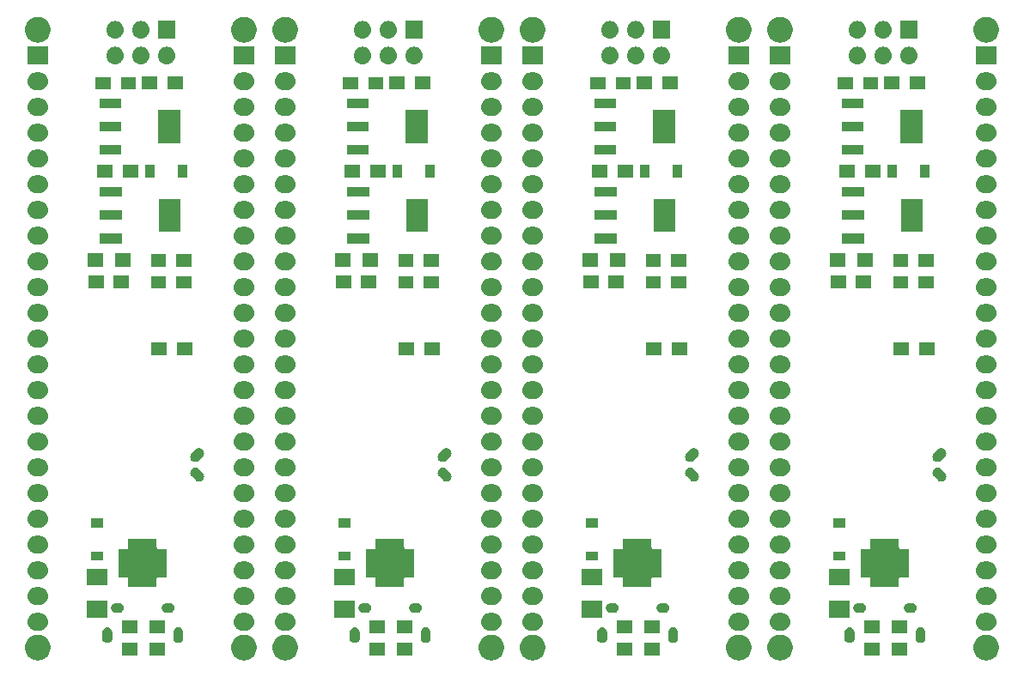
<source format=gbs>
G04 #@! TF.GenerationSoftware,KiCad,Pcbnew,5.1.0-rc1-unknown-e6a200b~76~ubuntu16.04.1*
G04 #@! TF.CreationDate,2019-02-18T11:20:05+01:00
G04 #@! TF.ProjectId,nano324,6e616e6f-3332-4342-9e6b-696361645f70,rev?*
G04 #@! TF.SameCoordinates,Original*
G04 #@! TF.FileFunction,Soldermask,Bot*
G04 #@! TF.FilePolarity,Negative*
%FSLAX46Y46*%
G04 Gerber Fmt 4.6, Leading zero omitted, Abs format (unit mm)*
G04 Created by KiCad (PCBNEW 5.1.0-rc1-unknown-e6a200b~76~ubuntu16.04.1) date 2019-02-18 11:20:05*
%MOMM*%
%LPD*%
G04 APERTURE LIST*
%ADD10C,0.100000*%
G04 APERTURE END LIST*
D10*
G36*
X182187965Y-136422403D02*
G01*
X182310645Y-136446805D01*
X182541771Y-136542541D01*
X182646479Y-136612505D01*
X182749777Y-136681526D01*
X182926674Y-136858423D01*
X182995695Y-136961721D01*
X183065659Y-137066429D01*
X183161395Y-137297555D01*
X183210200Y-137542916D01*
X183210200Y-137793084D01*
X183161395Y-138038445D01*
X183065659Y-138269571D01*
X182926673Y-138477578D01*
X182749778Y-138654473D01*
X182541771Y-138793459D01*
X182310645Y-138889195D01*
X182187964Y-138913598D01*
X182065285Y-138938000D01*
X181815115Y-138938000D01*
X181692436Y-138913598D01*
X181569755Y-138889195D01*
X181338629Y-138793459D01*
X181130622Y-138654473D01*
X180953727Y-138477578D01*
X180814741Y-138269571D01*
X180719005Y-138038445D01*
X180670200Y-137793084D01*
X180670200Y-137542916D01*
X180719005Y-137297555D01*
X180814741Y-137066429D01*
X180884705Y-136961721D01*
X180953726Y-136858423D01*
X181130623Y-136681526D01*
X181233921Y-136612505D01*
X181338629Y-136542541D01*
X181569755Y-136446805D01*
X181692435Y-136422403D01*
X181815115Y-136398000D01*
X182065285Y-136398000D01*
X182187965Y-136422403D01*
X182187965Y-136422403D01*
G37*
G36*
X137483965Y-136422403D02*
G01*
X137606645Y-136446805D01*
X137837771Y-136542541D01*
X137942479Y-136612505D01*
X138045777Y-136681526D01*
X138222674Y-136858423D01*
X138291695Y-136961721D01*
X138361659Y-137066429D01*
X138457395Y-137297555D01*
X138506200Y-137542916D01*
X138506200Y-137793084D01*
X138457395Y-138038445D01*
X138361659Y-138269571D01*
X138222673Y-138477578D01*
X138045778Y-138654473D01*
X137837771Y-138793459D01*
X137606645Y-138889195D01*
X137483964Y-138913598D01*
X137361285Y-138938000D01*
X137111115Y-138938000D01*
X136988436Y-138913598D01*
X136865755Y-138889195D01*
X136634629Y-138793459D01*
X136426622Y-138654473D01*
X136249727Y-138477578D01*
X136110741Y-138269571D01*
X136015005Y-138038445D01*
X135966200Y-137793084D01*
X135966200Y-137542916D01*
X136015005Y-137297555D01*
X136110741Y-137066429D01*
X136180705Y-136961721D01*
X136249726Y-136858423D01*
X136426623Y-136681526D01*
X136529921Y-136612505D01*
X136634629Y-136542541D01*
X136865755Y-136446805D01*
X136988435Y-136422403D01*
X137111115Y-136398000D01*
X137361285Y-136398000D01*
X137483965Y-136422403D01*
X137483965Y-136422403D01*
G37*
G36*
X157803965Y-136422403D02*
G01*
X157926645Y-136446805D01*
X158157771Y-136542541D01*
X158262479Y-136612505D01*
X158365777Y-136681526D01*
X158542674Y-136858423D01*
X158611695Y-136961721D01*
X158681659Y-137066429D01*
X158777395Y-137297555D01*
X158826200Y-137542916D01*
X158826200Y-137793084D01*
X158777395Y-138038445D01*
X158681659Y-138269571D01*
X158542673Y-138477578D01*
X158365778Y-138654473D01*
X158157771Y-138793459D01*
X157926645Y-138889195D01*
X157803964Y-138913598D01*
X157681285Y-138938000D01*
X157431115Y-138938000D01*
X157308436Y-138913598D01*
X157185755Y-138889195D01*
X156954629Y-138793459D01*
X156746622Y-138654473D01*
X156569727Y-138477578D01*
X156430741Y-138269571D01*
X156335005Y-138038445D01*
X156286200Y-137793084D01*
X156286200Y-137542916D01*
X156335005Y-137297555D01*
X156430741Y-137066429D01*
X156500705Y-136961721D01*
X156569726Y-136858423D01*
X156746623Y-136681526D01*
X156849921Y-136612505D01*
X156954629Y-136542541D01*
X157185755Y-136446805D01*
X157308435Y-136422403D01*
X157431115Y-136398000D01*
X157681285Y-136398000D01*
X157803965Y-136422403D01*
X157803965Y-136422403D01*
G37*
G36*
X113099965Y-136422403D02*
G01*
X113222645Y-136446805D01*
X113453771Y-136542541D01*
X113558479Y-136612505D01*
X113661777Y-136681526D01*
X113838674Y-136858423D01*
X113907695Y-136961721D01*
X113977659Y-137066429D01*
X114073395Y-137297555D01*
X114122200Y-137542916D01*
X114122200Y-137793084D01*
X114073395Y-138038445D01*
X113977659Y-138269571D01*
X113838673Y-138477578D01*
X113661778Y-138654473D01*
X113453771Y-138793459D01*
X113222645Y-138889195D01*
X113099964Y-138913598D01*
X112977285Y-138938000D01*
X112727115Y-138938000D01*
X112604436Y-138913598D01*
X112481755Y-138889195D01*
X112250629Y-138793459D01*
X112042622Y-138654473D01*
X111865727Y-138477578D01*
X111726741Y-138269571D01*
X111631005Y-138038445D01*
X111582200Y-137793084D01*
X111582200Y-137542916D01*
X111631005Y-137297555D01*
X111726741Y-137066429D01*
X111796705Y-136961721D01*
X111865726Y-136858423D01*
X112042623Y-136681526D01*
X112145921Y-136612505D01*
X112250629Y-136542541D01*
X112481755Y-136446805D01*
X112604435Y-136422403D01*
X112727115Y-136398000D01*
X112977285Y-136398000D01*
X113099965Y-136422403D01*
X113099965Y-136422403D01*
G37*
G36*
X133419965Y-136422403D02*
G01*
X133542645Y-136446805D01*
X133773771Y-136542541D01*
X133878479Y-136612505D01*
X133981777Y-136681526D01*
X134158674Y-136858423D01*
X134227695Y-136961721D01*
X134297659Y-137066429D01*
X134393395Y-137297555D01*
X134442200Y-137542916D01*
X134442200Y-137793084D01*
X134393395Y-138038445D01*
X134297659Y-138269571D01*
X134158673Y-138477578D01*
X133981778Y-138654473D01*
X133773771Y-138793459D01*
X133542645Y-138889195D01*
X133419964Y-138913598D01*
X133297285Y-138938000D01*
X133047115Y-138938000D01*
X132924436Y-138913598D01*
X132801755Y-138889195D01*
X132570629Y-138793459D01*
X132362622Y-138654473D01*
X132185727Y-138477578D01*
X132046741Y-138269571D01*
X131951005Y-138038445D01*
X131902200Y-137793084D01*
X131902200Y-137542916D01*
X131951005Y-137297555D01*
X132046741Y-137066429D01*
X132116705Y-136961721D01*
X132185726Y-136858423D01*
X132362623Y-136681526D01*
X132465921Y-136612505D01*
X132570629Y-136542541D01*
X132801755Y-136446805D01*
X132924435Y-136422403D01*
X133047115Y-136398000D01*
X133297285Y-136398000D01*
X133419965Y-136422403D01*
X133419965Y-136422403D01*
G37*
G36*
X161867965Y-136422403D02*
G01*
X161990645Y-136446805D01*
X162221771Y-136542541D01*
X162326479Y-136612505D01*
X162429777Y-136681526D01*
X162606674Y-136858423D01*
X162675695Y-136961721D01*
X162745659Y-137066429D01*
X162841395Y-137297555D01*
X162890200Y-137542916D01*
X162890200Y-137793084D01*
X162841395Y-138038445D01*
X162745659Y-138269571D01*
X162606673Y-138477578D01*
X162429778Y-138654473D01*
X162221771Y-138793459D01*
X161990645Y-138889195D01*
X161867964Y-138913598D01*
X161745285Y-138938000D01*
X161495115Y-138938000D01*
X161372436Y-138913598D01*
X161249755Y-138889195D01*
X161018629Y-138793459D01*
X160810622Y-138654473D01*
X160633727Y-138477578D01*
X160494741Y-138269571D01*
X160399005Y-138038445D01*
X160350200Y-137793084D01*
X160350200Y-137542916D01*
X160399005Y-137297555D01*
X160494741Y-137066429D01*
X160564705Y-136961721D01*
X160633726Y-136858423D01*
X160810623Y-136681526D01*
X160913921Y-136612505D01*
X161018629Y-136542541D01*
X161249755Y-136446805D01*
X161372435Y-136422403D01*
X161495115Y-136398000D01*
X161745285Y-136398000D01*
X161867965Y-136422403D01*
X161867965Y-136422403D01*
G37*
G36*
X206571965Y-136422403D02*
G01*
X206694645Y-136446805D01*
X206925771Y-136542541D01*
X207030479Y-136612505D01*
X207133777Y-136681526D01*
X207310674Y-136858423D01*
X207379695Y-136961721D01*
X207449659Y-137066429D01*
X207545395Y-137297555D01*
X207594200Y-137542916D01*
X207594200Y-137793084D01*
X207545395Y-138038445D01*
X207449659Y-138269571D01*
X207310673Y-138477578D01*
X207133778Y-138654473D01*
X206925771Y-138793459D01*
X206694645Y-138889195D01*
X206571964Y-138913598D01*
X206449285Y-138938000D01*
X206199115Y-138938000D01*
X206076436Y-138913598D01*
X205953755Y-138889195D01*
X205722629Y-138793459D01*
X205514622Y-138654473D01*
X205337727Y-138477578D01*
X205198741Y-138269571D01*
X205103005Y-138038445D01*
X205054200Y-137793084D01*
X205054200Y-137542916D01*
X205103005Y-137297555D01*
X205198741Y-137066429D01*
X205268705Y-136961721D01*
X205337726Y-136858423D01*
X205514623Y-136681526D01*
X205617921Y-136612505D01*
X205722629Y-136542541D01*
X205953755Y-136446805D01*
X206076435Y-136422403D01*
X206199115Y-136398000D01*
X206449285Y-136398000D01*
X206571965Y-136422403D01*
X206571965Y-136422403D01*
G37*
G36*
X186251965Y-136422403D02*
G01*
X186374645Y-136446805D01*
X186605771Y-136542541D01*
X186710479Y-136612505D01*
X186813777Y-136681526D01*
X186990674Y-136858423D01*
X187059695Y-136961721D01*
X187129659Y-137066429D01*
X187225395Y-137297555D01*
X187274200Y-137542916D01*
X187274200Y-137793084D01*
X187225395Y-138038445D01*
X187129659Y-138269571D01*
X186990673Y-138477578D01*
X186813778Y-138654473D01*
X186605771Y-138793459D01*
X186374645Y-138889195D01*
X186251964Y-138913598D01*
X186129285Y-138938000D01*
X185879115Y-138938000D01*
X185756436Y-138913598D01*
X185633755Y-138889195D01*
X185402629Y-138793459D01*
X185194622Y-138654473D01*
X185017727Y-138477578D01*
X184878741Y-138269571D01*
X184783005Y-138038445D01*
X184734200Y-137793084D01*
X184734200Y-137542916D01*
X184783005Y-137297555D01*
X184878741Y-137066429D01*
X184948705Y-136961721D01*
X185017726Y-136858423D01*
X185194623Y-136681526D01*
X185297921Y-136612505D01*
X185402629Y-136542541D01*
X185633755Y-136446805D01*
X185756435Y-136422403D01*
X185879115Y-136398000D01*
X186129285Y-136398000D01*
X186251965Y-136422403D01*
X186251965Y-136422403D01*
G37*
G36*
X198518200Y-138495800D02*
G01*
X197018200Y-138495800D01*
X197018200Y-137195800D01*
X198518200Y-137195800D01*
X198518200Y-138495800D01*
X198518200Y-138495800D01*
G37*
G36*
X195818200Y-138495800D02*
G01*
X194318200Y-138495800D01*
X194318200Y-137195800D01*
X195818200Y-137195800D01*
X195818200Y-138495800D01*
X195818200Y-138495800D01*
G37*
G36*
X122666200Y-138495800D02*
G01*
X121166200Y-138495800D01*
X121166200Y-137195800D01*
X122666200Y-137195800D01*
X122666200Y-138495800D01*
X122666200Y-138495800D01*
G37*
G36*
X125366200Y-138495800D02*
G01*
X123866200Y-138495800D01*
X123866200Y-137195800D01*
X125366200Y-137195800D01*
X125366200Y-138495800D01*
X125366200Y-138495800D01*
G37*
G36*
X149750200Y-138495800D02*
G01*
X148250200Y-138495800D01*
X148250200Y-137195800D01*
X149750200Y-137195800D01*
X149750200Y-138495800D01*
X149750200Y-138495800D01*
G37*
G36*
X147050200Y-138495800D02*
G01*
X145550200Y-138495800D01*
X145550200Y-137195800D01*
X147050200Y-137195800D01*
X147050200Y-138495800D01*
X147050200Y-138495800D01*
G37*
G36*
X174134200Y-138495800D02*
G01*
X172634200Y-138495800D01*
X172634200Y-137195800D01*
X174134200Y-137195800D01*
X174134200Y-138495800D01*
X174134200Y-138495800D01*
G37*
G36*
X171434200Y-138495800D02*
G01*
X169934200Y-138495800D01*
X169934200Y-137195800D01*
X171434200Y-137195800D01*
X171434200Y-138495800D01*
X171434200Y-138495800D01*
G37*
G36*
X126797314Y-135677694D02*
G01*
X126891569Y-135706286D01*
X126957657Y-135741611D01*
X126978429Y-135752714D01*
X127054564Y-135815196D01*
X127082744Y-135849534D01*
X127117047Y-135891332D01*
X127163474Y-135978190D01*
X127192066Y-136072445D01*
X127199300Y-136145896D01*
X127199300Y-136745024D01*
X127192066Y-136818475D01*
X127163474Y-136912730D01*
X127117047Y-136999588D01*
X127054564Y-137075724D01*
X126978428Y-137138207D01*
X126891570Y-137184634D01*
X126797315Y-137213226D01*
X126699300Y-137222879D01*
X126601286Y-137213226D01*
X126507031Y-137184634D01*
X126420173Y-137138207D01*
X126344037Y-137075724D01*
X126281555Y-136999590D01*
X126235125Y-136912728D01*
X126206534Y-136818475D01*
X126199300Y-136745024D01*
X126199300Y-136145897D01*
X126206534Y-136072446D01*
X126235126Y-135978191D01*
X126281553Y-135891333D01*
X126281554Y-135891331D01*
X126344036Y-135815196D01*
X126420171Y-135752714D01*
X126420170Y-135752714D01*
X126420172Y-135752713D01*
X126507030Y-135706286D01*
X126601285Y-135677694D01*
X126699300Y-135668041D01*
X126797314Y-135677694D01*
X126797314Y-135677694D01*
G37*
G36*
X175565314Y-135677694D02*
G01*
X175659569Y-135706286D01*
X175725657Y-135741611D01*
X175746429Y-135752714D01*
X175822564Y-135815196D01*
X175850744Y-135849534D01*
X175885047Y-135891332D01*
X175931474Y-135978190D01*
X175960066Y-136072445D01*
X175967300Y-136145896D01*
X175967300Y-136745024D01*
X175960066Y-136818475D01*
X175931474Y-136912730D01*
X175885047Y-136999588D01*
X175822564Y-137075724D01*
X175746428Y-137138207D01*
X175659570Y-137184634D01*
X175565315Y-137213226D01*
X175467300Y-137222879D01*
X175369286Y-137213226D01*
X175275031Y-137184634D01*
X175188173Y-137138207D01*
X175112037Y-137075724D01*
X175049555Y-136999590D01*
X175003125Y-136912728D01*
X174974534Y-136818475D01*
X174967300Y-136745024D01*
X174967300Y-136145897D01*
X174974534Y-136072446D01*
X175003126Y-135978191D01*
X175049553Y-135891333D01*
X175049554Y-135891331D01*
X175112036Y-135815196D01*
X175188171Y-135752714D01*
X175188170Y-135752714D01*
X175188172Y-135752713D01*
X175275030Y-135706286D01*
X175369285Y-135677694D01*
X175467300Y-135668041D01*
X175565314Y-135677694D01*
X175565314Y-135677694D01*
G37*
G36*
X151181314Y-135677694D02*
G01*
X151275569Y-135706286D01*
X151341657Y-135741611D01*
X151362429Y-135752714D01*
X151438564Y-135815196D01*
X151466744Y-135849534D01*
X151501047Y-135891332D01*
X151547474Y-135978190D01*
X151576066Y-136072445D01*
X151583300Y-136145896D01*
X151583300Y-136745024D01*
X151576066Y-136818475D01*
X151547474Y-136912730D01*
X151501047Y-136999588D01*
X151438564Y-137075724D01*
X151362428Y-137138207D01*
X151275570Y-137184634D01*
X151181315Y-137213226D01*
X151083300Y-137222879D01*
X150985286Y-137213226D01*
X150891031Y-137184634D01*
X150804173Y-137138207D01*
X150728037Y-137075724D01*
X150665555Y-136999590D01*
X150619125Y-136912728D01*
X150590534Y-136818475D01*
X150583300Y-136745024D01*
X150583300Y-136145897D01*
X150590534Y-136072446D01*
X150619126Y-135978191D01*
X150665553Y-135891333D01*
X150665554Y-135891331D01*
X150728036Y-135815196D01*
X150804171Y-135752714D01*
X150804170Y-135752714D01*
X150804172Y-135752713D01*
X150891030Y-135706286D01*
X150985285Y-135677694D01*
X151083300Y-135668041D01*
X151181314Y-135677694D01*
X151181314Y-135677694D01*
G37*
G36*
X144181314Y-135677694D02*
G01*
X144275569Y-135706286D01*
X144341657Y-135741611D01*
X144362429Y-135752714D01*
X144438564Y-135815196D01*
X144466744Y-135849534D01*
X144501047Y-135891332D01*
X144547474Y-135978190D01*
X144576066Y-136072445D01*
X144583300Y-136145896D01*
X144583300Y-136745024D01*
X144576066Y-136818475D01*
X144547474Y-136912730D01*
X144501047Y-136999588D01*
X144438564Y-137075724D01*
X144362428Y-137138207D01*
X144275570Y-137184634D01*
X144181315Y-137213226D01*
X144083300Y-137222879D01*
X143985286Y-137213226D01*
X143891031Y-137184634D01*
X143804173Y-137138207D01*
X143728037Y-137075724D01*
X143665555Y-136999590D01*
X143619125Y-136912728D01*
X143590534Y-136818475D01*
X143583300Y-136745024D01*
X143583300Y-136145897D01*
X143590534Y-136072446D01*
X143619126Y-135978191D01*
X143665553Y-135891333D01*
X143665554Y-135891331D01*
X143728036Y-135815196D01*
X143804171Y-135752714D01*
X143804170Y-135752714D01*
X143804172Y-135752713D01*
X143891030Y-135706286D01*
X143985285Y-135677694D01*
X144083300Y-135668041D01*
X144181314Y-135677694D01*
X144181314Y-135677694D01*
G37*
G36*
X119797314Y-135677694D02*
G01*
X119891569Y-135706286D01*
X119957657Y-135741611D01*
X119978429Y-135752714D01*
X120054564Y-135815196D01*
X120082744Y-135849534D01*
X120117047Y-135891332D01*
X120163474Y-135978190D01*
X120192066Y-136072445D01*
X120199300Y-136145896D01*
X120199300Y-136745024D01*
X120192066Y-136818475D01*
X120163474Y-136912730D01*
X120117047Y-136999588D01*
X120054564Y-137075724D01*
X119978428Y-137138207D01*
X119891570Y-137184634D01*
X119797315Y-137213226D01*
X119699300Y-137222879D01*
X119601286Y-137213226D01*
X119507031Y-137184634D01*
X119420173Y-137138207D01*
X119344037Y-137075724D01*
X119281555Y-136999590D01*
X119235125Y-136912728D01*
X119206534Y-136818475D01*
X119199300Y-136745024D01*
X119199300Y-136145897D01*
X119206534Y-136072446D01*
X119235126Y-135978191D01*
X119281553Y-135891333D01*
X119281554Y-135891331D01*
X119344036Y-135815196D01*
X119420171Y-135752714D01*
X119420170Y-135752714D01*
X119420172Y-135752713D01*
X119507030Y-135706286D01*
X119601285Y-135677694D01*
X119699300Y-135668041D01*
X119797314Y-135677694D01*
X119797314Y-135677694D01*
G37*
G36*
X168565314Y-135677694D02*
G01*
X168659569Y-135706286D01*
X168725657Y-135741611D01*
X168746429Y-135752714D01*
X168822564Y-135815196D01*
X168850744Y-135849534D01*
X168885047Y-135891332D01*
X168931474Y-135978190D01*
X168960066Y-136072445D01*
X168967300Y-136145896D01*
X168967300Y-136745024D01*
X168960066Y-136818475D01*
X168931474Y-136912730D01*
X168885047Y-136999588D01*
X168822564Y-137075724D01*
X168746428Y-137138207D01*
X168659570Y-137184634D01*
X168565315Y-137213226D01*
X168467300Y-137222879D01*
X168369286Y-137213226D01*
X168275031Y-137184634D01*
X168188173Y-137138207D01*
X168112037Y-137075724D01*
X168049555Y-136999590D01*
X168003125Y-136912728D01*
X167974534Y-136818475D01*
X167967300Y-136745024D01*
X167967300Y-136145897D01*
X167974534Y-136072446D01*
X168003126Y-135978191D01*
X168049553Y-135891333D01*
X168049554Y-135891331D01*
X168112036Y-135815196D01*
X168188171Y-135752714D01*
X168188170Y-135752714D01*
X168188172Y-135752713D01*
X168275030Y-135706286D01*
X168369285Y-135677694D01*
X168467300Y-135668041D01*
X168565314Y-135677694D01*
X168565314Y-135677694D01*
G37*
G36*
X192949314Y-135677694D02*
G01*
X193043569Y-135706286D01*
X193109657Y-135741611D01*
X193130429Y-135752714D01*
X193206564Y-135815196D01*
X193234744Y-135849534D01*
X193269047Y-135891332D01*
X193315474Y-135978190D01*
X193344066Y-136072445D01*
X193351300Y-136145896D01*
X193351300Y-136745024D01*
X193344066Y-136818475D01*
X193315474Y-136912730D01*
X193269047Y-136999588D01*
X193206564Y-137075724D01*
X193130428Y-137138207D01*
X193043570Y-137184634D01*
X192949315Y-137213226D01*
X192851300Y-137222879D01*
X192753286Y-137213226D01*
X192659031Y-137184634D01*
X192572173Y-137138207D01*
X192496037Y-137075724D01*
X192433555Y-136999590D01*
X192387125Y-136912728D01*
X192358534Y-136818475D01*
X192351300Y-136745024D01*
X192351300Y-136145897D01*
X192358534Y-136072446D01*
X192387126Y-135978191D01*
X192433553Y-135891333D01*
X192433554Y-135891331D01*
X192496036Y-135815196D01*
X192572171Y-135752714D01*
X192572170Y-135752714D01*
X192572172Y-135752713D01*
X192659030Y-135706286D01*
X192753285Y-135677694D01*
X192851300Y-135668041D01*
X192949314Y-135677694D01*
X192949314Y-135677694D01*
G37*
G36*
X199949314Y-135677694D02*
G01*
X200043569Y-135706286D01*
X200109657Y-135741611D01*
X200130429Y-135752714D01*
X200206564Y-135815196D01*
X200234744Y-135849534D01*
X200269047Y-135891332D01*
X200315474Y-135978190D01*
X200344066Y-136072445D01*
X200351300Y-136145896D01*
X200351300Y-136745024D01*
X200344066Y-136818475D01*
X200315474Y-136912730D01*
X200269047Y-136999588D01*
X200206564Y-137075724D01*
X200130428Y-137138207D01*
X200043570Y-137184634D01*
X199949315Y-137213226D01*
X199851300Y-137222879D01*
X199753286Y-137213226D01*
X199659031Y-137184634D01*
X199572173Y-137138207D01*
X199496037Y-137075724D01*
X199433555Y-136999590D01*
X199387125Y-136912728D01*
X199358534Y-136818475D01*
X199351300Y-136745024D01*
X199351300Y-136145897D01*
X199358534Y-136072446D01*
X199387126Y-135978191D01*
X199433553Y-135891333D01*
X199433554Y-135891331D01*
X199496036Y-135815196D01*
X199572171Y-135752714D01*
X199572170Y-135752714D01*
X199572172Y-135752713D01*
X199659030Y-135706286D01*
X199753285Y-135677694D01*
X199851300Y-135668041D01*
X199949314Y-135677694D01*
X199949314Y-135677694D01*
G37*
G36*
X125366200Y-136286000D02*
G01*
X123866200Y-136286000D01*
X123866200Y-134986000D01*
X125366200Y-134986000D01*
X125366200Y-136286000D01*
X125366200Y-136286000D01*
G37*
G36*
X122666200Y-136286000D02*
G01*
X121166200Y-136286000D01*
X121166200Y-134986000D01*
X122666200Y-134986000D01*
X122666200Y-136286000D01*
X122666200Y-136286000D01*
G37*
G36*
X147050200Y-136286000D02*
G01*
X145550200Y-136286000D01*
X145550200Y-134986000D01*
X147050200Y-134986000D01*
X147050200Y-136286000D01*
X147050200Y-136286000D01*
G37*
G36*
X149750200Y-136286000D02*
G01*
X148250200Y-136286000D01*
X148250200Y-134986000D01*
X149750200Y-134986000D01*
X149750200Y-136286000D01*
X149750200Y-136286000D01*
G37*
G36*
X174134200Y-136286000D02*
G01*
X172634200Y-136286000D01*
X172634200Y-134986000D01*
X174134200Y-134986000D01*
X174134200Y-136286000D01*
X174134200Y-136286000D01*
G37*
G36*
X171434200Y-136286000D02*
G01*
X169934200Y-136286000D01*
X169934200Y-134986000D01*
X171434200Y-134986000D01*
X171434200Y-136286000D01*
X171434200Y-136286000D01*
G37*
G36*
X195818200Y-136286000D02*
G01*
X194318200Y-136286000D01*
X194318200Y-134986000D01*
X195818200Y-134986000D01*
X195818200Y-136286000D01*
X195818200Y-136286000D01*
G37*
G36*
X198518200Y-136286000D02*
G01*
X197018200Y-136286000D01*
X197018200Y-134986000D01*
X198518200Y-134986000D01*
X198518200Y-136286000D01*
X198518200Y-136286000D01*
G37*
G36*
X157793312Y-134268565D02*
G01*
X157877895Y-134276896D01*
X158040684Y-134326278D01*
X158040687Y-134326279D01*
X158190707Y-134406466D01*
X158190708Y-134406467D01*
X158190712Y-134406469D01*
X158322212Y-134514388D01*
X158430131Y-134645888D01*
X158430133Y-134645892D01*
X158430134Y-134645893D01*
X158510321Y-134795913D01*
X158510322Y-134795916D01*
X158559704Y-134958705D01*
X158576378Y-135128000D01*
X158559704Y-135297295D01*
X158510322Y-135460084D01*
X158510321Y-135460087D01*
X158430134Y-135610107D01*
X158430131Y-135610112D01*
X158322212Y-135741612D01*
X158190712Y-135849531D01*
X158190708Y-135849533D01*
X158190707Y-135849534D01*
X158040687Y-135929721D01*
X158040684Y-135929722D01*
X157877895Y-135979104D01*
X157793312Y-135987435D01*
X157751021Y-135991600D01*
X157361379Y-135991600D01*
X157319088Y-135987435D01*
X157234505Y-135979104D01*
X157071716Y-135929722D01*
X157071713Y-135929721D01*
X156921693Y-135849534D01*
X156921692Y-135849533D01*
X156921688Y-135849531D01*
X156790188Y-135741612D01*
X156682269Y-135610112D01*
X156682266Y-135610107D01*
X156602079Y-135460087D01*
X156602078Y-135460084D01*
X156552696Y-135297295D01*
X156536022Y-135128000D01*
X156552696Y-134958705D01*
X156602078Y-134795916D01*
X156602079Y-134795913D01*
X156682266Y-134645893D01*
X156682267Y-134645892D01*
X156682269Y-134645888D01*
X156790188Y-134514388D01*
X156921688Y-134406469D01*
X156921692Y-134406467D01*
X156921693Y-134406466D01*
X157071713Y-134326279D01*
X157071716Y-134326278D01*
X157234505Y-134276896D01*
X157319088Y-134268565D01*
X157361379Y-134264400D01*
X157751021Y-134264400D01*
X157793312Y-134268565D01*
X157793312Y-134268565D01*
G37*
G36*
X137473312Y-134268565D02*
G01*
X137557895Y-134276896D01*
X137720684Y-134326278D01*
X137720687Y-134326279D01*
X137870707Y-134406466D01*
X137870708Y-134406467D01*
X137870712Y-134406469D01*
X138002212Y-134514388D01*
X138110131Y-134645888D01*
X138110133Y-134645892D01*
X138110134Y-134645893D01*
X138190321Y-134795913D01*
X138190322Y-134795916D01*
X138239704Y-134958705D01*
X138256378Y-135128000D01*
X138239704Y-135297295D01*
X138190322Y-135460084D01*
X138190321Y-135460087D01*
X138110134Y-135610107D01*
X138110131Y-135610112D01*
X138002212Y-135741612D01*
X137870712Y-135849531D01*
X137870708Y-135849533D01*
X137870707Y-135849534D01*
X137720687Y-135929721D01*
X137720684Y-135929722D01*
X137557895Y-135979104D01*
X137473312Y-135987435D01*
X137431021Y-135991600D01*
X137041379Y-135991600D01*
X136999088Y-135987435D01*
X136914505Y-135979104D01*
X136751716Y-135929722D01*
X136751713Y-135929721D01*
X136601693Y-135849534D01*
X136601692Y-135849533D01*
X136601688Y-135849531D01*
X136470188Y-135741612D01*
X136362269Y-135610112D01*
X136362266Y-135610107D01*
X136282079Y-135460087D01*
X136282078Y-135460084D01*
X136232696Y-135297295D01*
X136216022Y-135128000D01*
X136232696Y-134958705D01*
X136282078Y-134795916D01*
X136282079Y-134795913D01*
X136362266Y-134645893D01*
X136362267Y-134645892D01*
X136362269Y-134645888D01*
X136470188Y-134514388D01*
X136601688Y-134406469D01*
X136601692Y-134406467D01*
X136601693Y-134406466D01*
X136751713Y-134326279D01*
X136751716Y-134326278D01*
X136914505Y-134276896D01*
X136999088Y-134268565D01*
X137041379Y-134264400D01*
X137431021Y-134264400D01*
X137473312Y-134268565D01*
X137473312Y-134268565D01*
G37*
G36*
X133409312Y-134268565D02*
G01*
X133493895Y-134276896D01*
X133656684Y-134326278D01*
X133656687Y-134326279D01*
X133806707Y-134406466D01*
X133806708Y-134406467D01*
X133806712Y-134406469D01*
X133938212Y-134514388D01*
X134046131Y-134645888D01*
X134046133Y-134645892D01*
X134046134Y-134645893D01*
X134126321Y-134795913D01*
X134126322Y-134795916D01*
X134175704Y-134958705D01*
X134192378Y-135128000D01*
X134175704Y-135297295D01*
X134126322Y-135460084D01*
X134126321Y-135460087D01*
X134046134Y-135610107D01*
X134046131Y-135610112D01*
X133938212Y-135741612D01*
X133806712Y-135849531D01*
X133806708Y-135849533D01*
X133806707Y-135849534D01*
X133656687Y-135929721D01*
X133656684Y-135929722D01*
X133493895Y-135979104D01*
X133409312Y-135987435D01*
X133367021Y-135991600D01*
X132977379Y-135991600D01*
X132935088Y-135987435D01*
X132850505Y-135979104D01*
X132687716Y-135929722D01*
X132687713Y-135929721D01*
X132537693Y-135849534D01*
X132537692Y-135849533D01*
X132537688Y-135849531D01*
X132406188Y-135741612D01*
X132298269Y-135610112D01*
X132298266Y-135610107D01*
X132218079Y-135460087D01*
X132218078Y-135460084D01*
X132168696Y-135297295D01*
X132152022Y-135128000D01*
X132168696Y-134958705D01*
X132218078Y-134795916D01*
X132218079Y-134795913D01*
X132298266Y-134645893D01*
X132298267Y-134645892D01*
X132298269Y-134645888D01*
X132406188Y-134514388D01*
X132537688Y-134406469D01*
X132537692Y-134406467D01*
X132537693Y-134406466D01*
X132687713Y-134326279D01*
X132687716Y-134326278D01*
X132850505Y-134276896D01*
X132935088Y-134268565D01*
X132977379Y-134264400D01*
X133367021Y-134264400D01*
X133409312Y-134268565D01*
X133409312Y-134268565D01*
G37*
G36*
X113089312Y-134268565D02*
G01*
X113173895Y-134276896D01*
X113336684Y-134326278D01*
X113336687Y-134326279D01*
X113486707Y-134406466D01*
X113486708Y-134406467D01*
X113486712Y-134406469D01*
X113618212Y-134514388D01*
X113726131Y-134645888D01*
X113726133Y-134645892D01*
X113726134Y-134645893D01*
X113806321Y-134795913D01*
X113806322Y-134795916D01*
X113855704Y-134958705D01*
X113872378Y-135128000D01*
X113855704Y-135297295D01*
X113806322Y-135460084D01*
X113806321Y-135460087D01*
X113726134Y-135610107D01*
X113726131Y-135610112D01*
X113618212Y-135741612D01*
X113486712Y-135849531D01*
X113486708Y-135849533D01*
X113486707Y-135849534D01*
X113336687Y-135929721D01*
X113336684Y-135929722D01*
X113173895Y-135979104D01*
X113089312Y-135987435D01*
X113047021Y-135991600D01*
X112657379Y-135991600D01*
X112615088Y-135987435D01*
X112530505Y-135979104D01*
X112367716Y-135929722D01*
X112367713Y-135929721D01*
X112217693Y-135849534D01*
X112217692Y-135849533D01*
X112217688Y-135849531D01*
X112086188Y-135741612D01*
X111978269Y-135610112D01*
X111978266Y-135610107D01*
X111898079Y-135460087D01*
X111898078Y-135460084D01*
X111848696Y-135297295D01*
X111832022Y-135128000D01*
X111848696Y-134958705D01*
X111898078Y-134795916D01*
X111898079Y-134795913D01*
X111978266Y-134645893D01*
X111978267Y-134645892D01*
X111978269Y-134645888D01*
X112086188Y-134514388D01*
X112217688Y-134406469D01*
X112217692Y-134406467D01*
X112217693Y-134406466D01*
X112367713Y-134326279D01*
X112367716Y-134326278D01*
X112530505Y-134276896D01*
X112615088Y-134268565D01*
X112657379Y-134264400D01*
X113047021Y-134264400D01*
X113089312Y-134268565D01*
X113089312Y-134268565D01*
G37*
G36*
X161857312Y-134268565D02*
G01*
X161941895Y-134276896D01*
X162104684Y-134326278D01*
X162104687Y-134326279D01*
X162254707Y-134406466D01*
X162254708Y-134406467D01*
X162254712Y-134406469D01*
X162386212Y-134514388D01*
X162494131Y-134645888D01*
X162494133Y-134645892D01*
X162494134Y-134645893D01*
X162574321Y-134795913D01*
X162574322Y-134795916D01*
X162623704Y-134958705D01*
X162640378Y-135128000D01*
X162623704Y-135297295D01*
X162574322Y-135460084D01*
X162574321Y-135460087D01*
X162494134Y-135610107D01*
X162494131Y-135610112D01*
X162386212Y-135741612D01*
X162254712Y-135849531D01*
X162254708Y-135849533D01*
X162254707Y-135849534D01*
X162104687Y-135929721D01*
X162104684Y-135929722D01*
X161941895Y-135979104D01*
X161857312Y-135987435D01*
X161815021Y-135991600D01*
X161425379Y-135991600D01*
X161383088Y-135987435D01*
X161298505Y-135979104D01*
X161135716Y-135929722D01*
X161135713Y-135929721D01*
X160985693Y-135849534D01*
X160985692Y-135849533D01*
X160985688Y-135849531D01*
X160854188Y-135741612D01*
X160746269Y-135610112D01*
X160746266Y-135610107D01*
X160666079Y-135460087D01*
X160666078Y-135460084D01*
X160616696Y-135297295D01*
X160600022Y-135128000D01*
X160616696Y-134958705D01*
X160666078Y-134795916D01*
X160666079Y-134795913D01*
X160746266Y-134645893D01*
X160746267Y-134645892D01*
X160746269Y-134645888D01*
X160854188Y-134514388D01*
X160985688Y-134406469D01*
X160985692Y-134406467D01*
X160985693Y-134406466D01*
X161135713Y-134326279D01*
X161135716Y-134326278D01*
X161298505Y-134276896D01*
X161383088Y-134268565D01*
X161425379Y-134264400D01*
X161815021Y-134264400D01*
X161857312Y-134268565D01*
X161857312Y-134268565D01*
G37*
G36*
X182177312Y-134268565D02*
G01*
X182261895Y-134276896D01*
X182424684Y-134326278D01*
X182424687Y-134326279D01*
X182574707Y-134406466D01*
X182574708Y-134406467D01*
X182574712Y-134406469D01*
X182706212Y-134514388D01*
X182814131Y-134645888D01*
X182814133Y-134645892D01*
X182814134Y-134645893D01*
X182894321Y-134795913D01*
X182894322Y-134795916D01*
X182943704Y-134958705D01*
X182960378Y-135128000D01*
X182943704Y-135297295D01*
X182894322Y-135460084D01*
X182894321Y-135460087D01*
X182814134Y-135610107D01*
X182814131Y-135610112D01*
X182706212Y-135741612D01*
X182574712Y-135849531D01*
X182574708Y-135849533D01*
X182574707Y-135849534D01*
X182424687Y-135929721D01*
X182424684Y-135929722D01*
X182261895Y-135979104D01*
X182177312Y-135987435D01*
X182135021Y-135991600D01*
X181745379Y-135991600D01*
X181703088Y-135987435D01*
X181618505Y-135979104D01*
X181455716Y-135929722D01*
X181455713Y-135929721D01*
X181305693Y-135849534D01*
X181305692Y-135849533D01*
X181305688Y-135849531D01*
X181174188Y-135741612D01*
X181066269Y-135610112D01*
X181066266Y-135610107D01*
X180986079Y-135460087D01*
X180986078Y-135460084D01*
X180936696Y-135297295D01*
X180920022Y-135128000D01*
X180936696Y-134958705D01*
X180986078Y-134795916D01*
X180986079Y-134795913D01*
X181066266Y-134645893D01*
X181066267Y-134645892D01*
X181066269Y-134645888D01*
X181174188Y-134514388D01*
X181305688Y-134406469D01*
X181305692Y-134406467D01*
X181305693Y-134406466D01*
X181455713Y-134326279D01*
X181455716Y-134326278D01*
X181618505Y-134276896D01*
X181703088Y-134268565D01*
X181745379Y-134264400D01*
X182135021Y-134264400D01*
X182177312Y-134268565D01*
X182177312Y-134268565D01*
G37*
G36*
X186241312Y-134268565D02*
G01*
X186325895Y-134276896D01*
X186488684Y-134326278D01*
X186488687Y-134326279D01*
X186638707Y-134406466D01*
X186638708Y-134406467D01*
X186638712Y-134406469D01*
X186770212Y-134514388D01*
X186878131Y-134645888D01*
X186878133Y-134645892D01*
X186878134Y-134645893D01*
X186958321Y-134795913D01*
X186958322Y-134795916D01*
X187007704Y-134958705D01*
X187024378Y-135128000D01*
X187007704Y-135297295D01*
X186958322Y-135460084D01*
X186958321Y-135460087D01*
X186878134Y-135610107D01*
X186878131Y-135610112D01*
X186770212Y-135741612D01*
X186638712Y-135849531D01*
X186638708Y-135849533D01*
X186638707Y-135849534D01*
X186488687Y-135929721D01*
X186488684Y-135929722D01*
X186325895Y-135979104D01*
X186241312Y-135987435D01*
X186199021Y-135991600D01*
X185809379Y-135991600D01*
X185767088Y-135987435D01*
X185682505Y-135979104D01*
X185519716Y-135929722D01*
X185519713Y-135929721D01*
X185369693Y-135849534D01*
X185369692Y-135849533D01*
X185369688Y-135849531D01*
X185238188Y-135741612D01*
X185130269Y-135610112D01*
X185130266Y-135610107D01*
X185050079Y-135460087D01*
X185050078Y-135460084D01*
X185000696Y-135297295D01*
X184984022Y-135128000D01*
X185000696Y-134958705D01*
X185050078Y-134795916D01*
X185050079Y-134795913D01*
X185130266Y-134645893D01*
X185130267Y-134645892D01*
X185130269Y-134645888D01*
X185238188Y-134514388D01*
X185369688Y-134406469D01*
X185369692Y-134406467D01*
X185369693Y-134406466D01*
X185519713Y-134326279D01*
X185519716Y-134326278D01*
X185682505Y-134276896D01*
X185767088Y-134268565D01*
X185809379Y-134264400D01*
X186199021Y-134264400D01*
X186241312Y-134268565D01*
X186241312Y-134268565D01*
G37*
G36*
X206561312Y-134268565D02*
G01*
X206645895Y-134276896D01*
X206808684Y-134326278D01*
X206808687Y-134326279D01*
X206958707Y-134406466D01*
X206958708Y-134406467D01*
X206958712Y-134406469D01*
X207090212Y-134514388D01*
X207198131Y-134645888D01*
X207198133Y-134645892D01*
X207198134Y-134645893D01*
X207278321Y-134795913D01*
X207278322Y-134795916D01*
X207327704Y-134958705D01*
X207344378Y-135128000D01*
X207327704Y-135297295D01*
X207278322Y-135460084D01*
X207278321Y-135460087D01*
X207198134Y-135610107D01*
X207198131Y-135610112D01*
X207090212Y-135741612D01*
X206958712Y-135849531D01*
X206958708Y-135849533D01*
X206958707Y-135849534D01*
X206808687Y-135929721D01*
X206808684Y-135929722D01*
X206645895Y-135979104D01*
X206561312Y-135987435D01*
X206519021Y-135991600D01*
X206129379Y-135991600D01*
X206087088Y-135987435D01*
X206002505Y-135979104D01*
X205839716Y-135929722D01*
X205839713Y-135929721D01*
X205689693Y-135849534D01*
X205689692Y-135849533D01*
X205689688Y-135849531D01*
X205558188Y-135741612D01*
X205450269Y-135610112D01*
X205450266Y-135610107D01*
X205370079Y-135460087D01*
X205370078Y-135460084D01*
X205320696Y-135297295D01*
X205304022Y-135128000D01*
X205320696Y-134958705D01*
X205370078Y-134795916D01*
X205370079Y-134795913D01*
X205450266Y-134645893D01*
X205450267Y-134645892D01*
X205450269Y-134645888D01*
X205558188Y-134514388D01*
X205689688Y-134406469D01*
X205689692Y-134406467D01*
X205689693Y-134406466D01*
X205839713Y-134326279D01*
X205839716Y-134326278D01*
X206002505Y-134276896D01*
X206087088Y-134268565D01*
X206129379Y-134264400D01*
X206519021Y-134264400D01*
X206561312Y-134268565D01*
X206561312Y-134268565D01*
G37*
G36*
X168477200Y-134708520D02*
G01*
X166447200Y-134708520D01*
X166447200Y-133058520D01*
X168477200Y-133058520D01*
X168477200Y-134708520D01*
X168477200Y-134708520D01*
G37*
G36*
X144093200Y-134708520D02*
G01*
X142063200Y-134708520D01*
X142063200Y-133058520D01*
X144093200Y-133058520D01*
X144093200Y-134708520D01*
X144093200Y-134708520D01*
G37*
G36*
X119709200Y-134708520D02*
G01*
X117679200Y-134708520D01*
X117679200Y-133058520D01*
X119709200Y-133058520D01*
X119709200Y-134708520D01*
X119709200Y-134708520D01*
G37*
G36*
X192861200Y-134708520D02*
G01*
X190831200Y-134708520D01*
X190831200Y-133058520D01*
X192861200Y-133058520D01*
X192861200Y-134708520D01*
X192861200Y-134708520D01*
G37*
G36*
X150279893Y-133272751D02*
G01*
X150326416Y-133277333D01*
X150392659Y-133297427D01*
X150415958Y-133304495D01*
X150493753Y-133346078D01*
X150498473Y-133348601D01*
X150570801Y-133407959D01*
X150630159Y-133480287D01*
X150630160Y-133480289D01*
X150674265Y-133562802D01*
X150701427Y-133652345D01*
X150710598Y-133745460D01*
X150701427Y-133838575D01*
X150674265Y-133928118D01*
X150632682Y-134005913D01*
X150630159Y-134010633D01*
X150570801Y-134082961D01*
X150498473Y-134142319D01*
X150498471Y-134142320D01*
X150415958Y-134186425D01*
X150392659Y-134193493D01*
X150326416Y-134213587D01*
X150279893Y-134218169D01*
X150256633Y-134220460D01*
X149909967Y-134220460D01*
X149886707Y-134218169D01*
X149840184Y-134213587D01*
X149773941Y-134193493D01*
X149750642Y-134186425D01*
X149668129Y-134142320D01*
X149668127Y-134142319D01*
X149595799Y-134082961D01*
X149536441Y-134010633D01*
X149533918Y-134005913D01*
X149492335Y-133928118D01*
X149465173Y-133838575D01*
X149456002Y-133745460D01*
X149465173Y-133652345D01*
X149492335Y-133562802D01*
X149536440Y-133480289D01*
X149536441Y-133480287D01*
X149595799Y-133407959D01*
X149668127Y-133348601D01*
X149672847Y-133346078D01*
X149750642Y-133304495D01*
X149773941Y-133297427D01*
X149840184Y-133277333D01*
X149886707Y-133272751D01*
X149909967Y-133270460D01*
X150256633Y-133270460D01*
X150279893Y-133272751D01*
X150279893Y-133272751D01*
G37*
G36*
X120895893Y-133272751D02*
G01*
X120942416Y-133277333D01*
X121008659Y-133297427D01*
X121031958Y-133304495D01*
X121109753Y-133346078D01*
X121114473Y-133348601D01*
X121186801Y-133407959D01*
X121246159Y-133480287D01*
X121246160Y-133480289D01*
X121290265Y-133562802D01*
X121317427Y-133652345D01*
X121326598Y-133745460D01*
X121317427Y-133838575D01*
X121290265Y-133928118D01*
X121248682Y-134005913D01*
X121246159Y-134010633D01*
X121186801Y-134082961D01*
X121114473Y-134142319D01*
X121114471Y-134142320D01*
X121031958Y-134186425D01*
X121008659Y-134193493D01*
X120942416Y-134213587D01*
X120895893Y-134218169D01*
X120872633Y-134220460D01*
X120525967Y-134220460D01*
X120502707Y-134218169D01*
X120456184Y-134213587D01*
X120389941Y-134193493D01*
X120366642Y-134186425D01*
X120284129Y-134142320D01*
X120284127Y-134142319D01*
X120211799Y-134082961D01*
X120152441Y-134010633D01*
X120149918Y-134005913D01*
X120108335Y-133928118D01*
X120081173Y-133838575D01*
X120072002Y-133745460D01*
X120081173Y-133652345D01*
X120108335Y-133562802D01*
X120152440Y-133480289D01*
X120152441Y-133480287D01*
X120211799Y-133407959D01*
X120284127Y-133348601D01*
X120288847Y-133346078D01*
X120366642Y-133304495D01*
X120389941Y-133297427D01*
X120456184Y-133277333D01*
X120502707Y-133272751D01*
X120525967Y-133270460D01*
X120872633Y-133270460D01*
X120895893Y-133272751D01*
X120895893Y-133272751D01*
G37*
G36*
X145279893Y-133272751D02*
G01*
X145326416Y-133277333D01*
X145392659Y-133297427D01*
X145415958Y-133304495D01*
X145493753Y-133346078D01*
X145498473Y-133348601D01*
X145570801Y-133407959D01*
X145630159Y-133480287D01*
X145630160Y-133480289D01*
X145674265Y-133562802D01*
X145701427Y-133652345D01*
X145710598Y-133745460D01*
X145701427Y-133838575D01*
X145674265Y-133928118D01*
X145632682Y-134005913D01*
X145630159Y-134010633D01*
X145570801Y-134082961D01*
X145498473Y-134142319D01*
X145498471Y-134142320D01*
X145415958Y-134186425D01*
X145392659Y-134193493D01*
X145326416Y-134213587D01*
X145279893Y-134218169D01*
X145256633Y-134220460D01*
X144909967Y-134220460D01*
X144886707Y-134218169D01*
X144840184Y-134213587D01*
X144773941Y-134193493D01*
X144750642Y-134186425D01*
X144668129Y-134142320D01*
X144668127Y-134142319D01*
X144595799Y-134082961D01*
X144536441Y-134010633D01*
X144533918Y-134005913D01*
X144492335Y-133928118D01*
X144465173Y-133838575D01*
X144456002Y-133745460D01*
X144465173Y-133652345D01*
X144492335Y-133562802D01*
X144536440Y-133480289D01*
X144536441Y-133480287D01*
X144595799Y-133407959D01*
X144668127Y-133348601D01*
X144672847Y-133346078D01*
X144750642Y-133304495D01*
X144773941Y-133297427D01*
X144840184Y-133277333D01*
X144886707Y-133272751D01*
X144909967Y-133270460D01*
X145256633Y-133270460D01*
X145279893Y-133272751D01*
X145279893Y-133272751D01*
G37*
G36*
X169663893Y-133272751D02*
G01*
X169710416Y-133277333D01*
X169776659Y-133297427D01*
X169799958Y-133304495D01*
X169877753Y-133346078D01*
X169882473Y-133348601D01*
X169954801Y-133407959D01*
X170014159Y-133480287D01*
X170014160Y-133480289D01*
X170058265Y-133562802D01*
X170085427Y-133652345D01*
X170094598Y-133745460D01*
X170085427Y-133838575D01*
X170058265Y-133928118D01*
X170016682Y-134005913D01*
X170014159Y-134010633D01*
X169954801Y-134082961D01*
X169882473Y-134142319D01*
X169882471Y-134142320D01*
X169799958Y-134186425D01*
X169776659Y-134193493D01*
X169710416Y-134213587D01*
X169663893Y-134218169D01*
X169640633Y-134220460D01*
X169293967Y-134220460D01*
X169270707Y-134218169D01*
X169224184Y-134213587D01*
X169157941Y-134193493D01*
X169134642Y-134186425D01*
X169052129Y-134142320D01*
X169052127Y-134142319D01*
X168979799Y-134082961D01*
X168920441Y-134010633D01*
X168917918Y-134005913D01*
X168876335Y-133928118D01*
X168849173Y-133838575D01*
X168840002Y-133745460D01*
X168849173Y-133652345D01*
X168876335Y-133562802D01*
X168920440Y-133480289D01*
X168920441Y-133480287D01*
X168979799Y-133407959D01*
X169052127Y-133348601D01*
X169056847Y-133346078D01*
X169134642Y-133304495D01*
X169157941Y-133297427D01*
X169224184Y-133277333D01*
X169270707Y-133272751D01*
X169293967Y-133270460D01*
X169640633Y-133270460D01*
X169663893Y-133272751D01*
X169663893Y-133272751D01*
G37*
G36*
X174663893Y-133272751D02*
G01*
X174710416Y-133277333D01*
X174776659Y-133297427D01*
X174799958Y-133304495D01*
X174877753Y-133346078D01*
X174882473Y-133348601D01*
X174954801Y-133407959D01*
X175014159Y-133480287D01*
X175014160Y-133480289D01*
X175058265Y-133562802D01*
X175085427Y-133652345D01*
X175094598Y-133745460D01*
X175085427Y-133838575D01*
X175058265Y-133928118D01*
X175016682Y-134005913D01*
X175014159Y-134010633D01*
X174954801Y-134082961D01*
X174882473Y-134142319D01*
X174882471Y-134142320D01*
X174799958Y-134186425D01*
X174776659Y-134193493D01*
X174710416Y-134213587D01*
X174663893Y-134218169D01*
X174640633Y-134220460D01*
X174293967Y-134220460D01*
X174270707Y-134218169D01*
X174224184Y-134213587D01*
X174157941Y-134193493D01*
X174134642Y-134186425D01*
X174052129Y-134142320D01*
X174052127Y-134142319D01*
X173979799Y-134082961D01*
X173920441Y-134010633D01*
X173917918Y-134005913D01*
X173876335Y-133928118D01*
X173849173Y-133838575D01*
X173840002Y-133745460D01*
X173849173Y-133652345D01*
X173876335Y-133562802D01*
X173920440Y-133480289D01*
X173920441Y-133480287D01*
X173979799Y-133407959D01*
X174052127Y-133348601D01*
X174056847Y-133346078D01*
X174134642Y-133304495D01*
X174157941Y-133297427D01*
X174224184Y-133277333D01*
X174270707Y-133272751D01*
X174293967Y-133270460D01*
X174640633Y-133270460D01*
X174663893Y-133272751D01*
X174663893Y-133272751D01*
G37*
G36*
X194047893Y-133272751D02*
G01*
X194094416Y-133277333D01*
X194160659Y-133297427D01*
X194183958Y-133304495D01*
X194261753Y-133346078D01*
X194266473Y-133348601D01*
X194338801Y-133407959D01*
X194398159Y-133480287D01*
X194398160Y-133480289D01*
X194442265Y-133562802D01*
X194469427Y-133652345D01*
X194478598Y-133745460D01*
X194469427Y-133838575D01*
X194442265Y-133928118D01*
X194400682Y-134005913D01*
X194398159Y-134010633D01*
X194338801Y-134082961D01*
X194266473Y-134142319D01*
X194266471Y-134142320D01*
X194183958Y-134186425D01*
X194160659Y-134193493D01*
X194094416Y-134213587D01*
X194047893Y-134218169D01*
X194024633Y-134220460D01*
X193677967Y-134220460D01*
X193654707Y-134218169D01*
X193608184Y-134213587D01*
X193541941Y-134193493D01*
X193518642Y-134186425D01*
X193436129Y-134142320D01*
X193436127Y-134142319D01*
X193363799Y-134082961D01*
X193304441Y-134010633D01*
X193301918Y-134005913D01*
X193260335Y-133928118D01*
X193233173Y-133838575D01*
X193224002Y-133745460D01*
X193233173Y-133652345D01*
X193260335Y-133562802D01*
X193304440Y-133480289D01*
X193304441Y-133480287D01*
X193363799Y-133407959D01*
X193436127Y-133348601D01*
X193440847Y-133346078D01*
X193518642Y-133304495D01*
X193541941Y-133297427D01*
X193608184Y-133277333D01*
X193654707Y-133272751D01*
X193677967Y-133270460D01*
X194024633Y-133270460D01*
X194047893Y-133272751D01*
X194047893Y-133272751D01*
G37*
G36*
X199047893Y-133272751D02*
G01*
X199094416Y-133277333D01*
X199160659Y-133297427D01*
X199183958Y-133304495D01*
X199261753Y-133346078D01*
X199266473Y-133348601D01*
X199338801Y-133407959D01*
X199398159Y-133480287D01*
X199398160Y-133480289D01*
X199442265Y-133562802D01*
X199469427Y-133652345D01*
X199478598Y-133745460D01*
X199469427Y-133838575D01*
X199442265Y-133928118D01*
X199400682Y-134005913D01*
X199398159Y-134010633D01*
X199338801Y-134082961D01*
X199266473Y-134142319D01*
X199266471Y-134142320D01*
X199183958Y-134186425D01*
X199160659Y-134193493D01*
X199094416Y-134213587D01*
X199047893Y-134218169D01*
X199024633Y-134220460D01*
X198677967Y-134220460D01*
X198654707Y-134218169D01*
X198608184Y-134213587D01*
X198541941Y-134193493D01*
X198518642Y-134186425D01*
X198436129Y-134142320D01*
X198436127Y-134142319D01*
X198363799Y-134082961D01*
X198304441Y-134010633D01*
X198301918Y-134005913D01*
X198260335Y-133928118D01*
X198233173Y-133838575D01*
X198224002Y-133745460D01*
X198233173Y-133652345D01*
X198260335Y-133562802D01*
X198304440Y-133480289D01*
X198304441Y-133480287D01*
X198363799Y-133407959D01*
X198436127Y-133348601D01*
X198440847Y-133346078D01*
X198518642Y-133304495D01*
X198541941Y-133297427D01*
X198608184Y-133277333D01*
X198654707Y-133272751D01*
X198677967Y-133270460D01*
X199024633Y-133270460D01*
X199047893Y-133272751D01*
X199047893Y-133272751D01*
G37*
G36*
X125895893Y-133272751D02*
G01*
X125942416Y-133277333D01*
X126008659Y-133297427D01*
X126031958Y-133304495D01*
X126109753Y-133346078D01*
X126114473Y-133348601D01*
X126186801Y-133407959D01*
X126246159Y-133480287D01*
X126246160Y-133480289D01*
X126290265Y-133562802D01*
X126317427Y-133652345D01*
X126326598Y-133745460D01*
X126317427Y-133838575D01*
X126290265Y-133928118D01*
X126248682Y-134005913D01*
X126246159Y-134010633D01*
X126186801Y-134082961D01*
X126114473Y-134142319D01*
X126114471Y-134142320D01*
X126031958Y-134186425D01*
X126008659Y-134193493D01*
X125942416Y-134213587D01*
X125895893Y-134218169D01*
X125872633Y-134220460D01*
X125525967Y-134220460D01*
X125502707Y-134218169D01*
X125456184Y-134213587D01*
X125389941Y-134193493D01*
X125366642Y-134186425D01*
X125284129Y-134142320D01*
X125284127Y-134142319D01*
X125211799Y-134082961D01*
X125152441Y-134010633D01*
X125149918Y-134005913D01*
X125108335Y-133928118D01*
X125081173Y-133838575D01*
X125072002Y-133745460D01*
X125081173Y-133652345D01*
X125108335Y-133562802D01*
X125152440Y-133480289D01*
X125152441Y-133480287D01*
X125211799Y-133407959D01*
X125284127Y-133348601D01*
X125288847Y-133346078D01*
X125366642Y-133304495D01*
X125389941Y-133297427D01*
X125456184Y-133277333D01*
X125502707Y-133272751D01*
X125525967Y-133270460D01*
X125872633Y-133270460D01*
X125895893Y-133272751D01*
X125895893Y-133272751D01*
G37*
G36*
X186241312Y-131728565D02*
G01*
X186325895Y-131736896D01*
X186488684Y-131786278D01*
X186488687Y-131786279D01*
X186638707Y-131866466D01*
X186638708Y-131866467D01*
X186638712Y-131866469D01*
X186770212Y-131974388D01*
X186878131Y-132105888D01*
X186878133Y-132105892D01*
X186878134Y-132105893D01*
X186958321Y-132255913D01*
X186958322Y-132255916D01*
X187007704Y-132418705D01*
X187024378Y-132588000D01*
X187007704Y-132757295D01*
X186958322Y-132920084D01*
X186958321Y-132920087D01*
X186884327Y-133058520D01*
X186878131Y-133070112D01*
X186770212Y-133201612D01*
X186638712Y-133309531D01*
X186638708Y-133309533D01*
X186638707Y-133309534D01*
X186488687Y-133389721D01*
X186488684Y-133389722D01*
X186325895Y-133439104D01*
X186241312Y-133447435D01*
X186199021Y-133451600D01*
X185809379Y-133451600D01*
X185767088Y-133447435D01*
X185682505Y-133439104D01*
X185519716Y-133389722D01*
X185519713Y-133389721D01*
X185369693Y-133309534D01*
X185369692Y-133309533D01*
X185369688Y-133309531D01*
X185238188Y-133201612D01*
X185130269Y-133070112D01*
X185124073Y-133058520D01*
X185050079Y-132920087D01*
X185050078Y-132920084D01*
X185000696Y-132757295D01*
X184984022Y-132588000D01*
X185000696Y-132418705D01*
X185050078Y-132255916D01*
X185050079Y-132255913D01*
X185130266Y-132105893D01*
X185130267Y-132105892D01*
X185130269Y-132105888D01*
X185238188Y-131974388D01*
X185369688Y-131866469D01*
X185369692Y-131866467D01*
X185369693Y-131866466D01*
X185519713Y-131786279D01*
X185519716Y-131786278D01*
X185682505Y-131736896D01*
X185767088Y-131728565D01*
X185809379Y-131724400D01*
X186199021Y-131724400D01*
X186241312Y-131728565D01*
X186241312Y-131728565D01*
G37*
G36*
X206561312Y-131728565D02*
G01*
X206645895Y-131736896D01*
X206808684Y-131786278D01*
X206808687Y-131786279D01*
X206958707Y-131866466D01*
X206958708Y-131866467D01*
X206958712Y-131866469D01*
X207090212Y-131974388D01*
X207198131Y-132105888D01*
X207198133Y-132105892D01*
X207198134Y-132105893D01*
X207278321Y-132255913D01*
X207278322Y-132255916D01*
X207327704Y-132418705D01*
X207344378Y-132588000D01*
X207327704Y-132757295D01*
X207278322Y-132920084D01*
X207278321Y-132920087D01*
X207204327Y-133058520D01*
X207198131Y-133070112D01*
X207090212Y-133201612D01*
X206958712Y-133309531D01*
X206958708Y-133309533D01*
X206958707Y-133309534D01*
X206808687Y-133389721D01*
X206808684Y-133389722D01*
X206645895Y-133439104D01*
X206561312Y-133447435D01*
X206519021Y-133451600D01*
X206129379Y-133451600D01*
X206087088Y-133447435D01*
X206002505Y-133439104D01*
X205839716Y-133389722D01*
X205839713Y-133389721D01*
X205689693Y-133309534D01*
X205689692Y-133309533D01*
X205689688Y-133309531D01*
X205558188Y-133201612D01*
X205450269Y-133070112D01*
X205444073Y-133058520D01*
X205370079Y-132920087D01*
X205370078Y-132920084D01*
X205320696Y-132757295D01*
X205304022Y-132588000D01*
X205320696Y-132418705D01*
X205370078Y-132255916D01*
X205370079Y-132255913D01*
X205450266Y-132105893D01*
X205450267Y-132105892D01*
X205450269Y-132105888D01*
X205558188Y-131974388D01*
X205689688Y-131866469D01*
X205689692Y-131866467D01*
X205689693Y-131866466D01*
X205839713Y-131786279D01*
X205839716Y-131786278D01*
X206002505Y-131736896D01*
X206087088Y-131728565D01*
X206129379Y-131724400D01*
X206519021Y-131724400D01*
X206561312Y-131728565D01*
X206561312Y-131728565D01*
G37*
G36*
X161857312Y-131728565D02*
G01*
X161941895Y-131736896D01*
X162104684Y-131786278D01*
X162104687Y-131786279D01*
X162254707Y-131866466D01*
X162254708Y-131866467D01*
X162254712Y-131866469D01*
X162386212Y-131974388D01*
X162494131Y-132105888D01*
X162494133Y-132105892D01*
X162494134Y-132105893D01*
X162574321Y-132255913D01*
X162574322Y-132255916D01*
X162623704Y-132418705D01*
X162640378Y-132588000D01*
X162623704Y-132757295D01*
X162574322Y-132920084D01*
X162574321Y-132920087D01*
X162500327Y-133058520D01*
X162494131Y-133070112D01*
X162386212Y-133201612D01*
X162254712Y-133309531D01*
X162254708Y-133309533D01*
X162254707Y-133309534D01*
X162104687Y-133389721D01*
X162104684Y-133389722D01*
X161941895Y-133439104D01*
X161857312Y-133447435D01*
X161815021Y-133451600D01*
X161425379Y-133451600D01*
X161383088Y-133447435D01*
X161298505Y-133439104D01*
X161135716Y-133389722D01*
X161135713Y-133389721D01*
X160985693Y-133309534D01*
X160985692Y-133309533D01*
X160985688Y-133309531D01*
X160854188Y-133201612D01*
X160746269Y-133070112D01*
X160740073Y-133058520D01*
X160666079Y-132920087D01*
X160666078Y-132920084D01*
X160616696Y-132757295D01*
X160600022Y-132588000D01*
X160616696Y-132418705D01*
X160666078Y-132255916D01*
X160666079Y-132255913D01*
X160746266Y-132105893D01*
X160746267Y-132105892D01*
X160746269Y-132105888D01*
X160854188Y-131974388D01*
X160985688Y-131866469D01*
X160985692Y-131866467D01*
X160985693Y-131866466D01*
X161135713Y-131786279D01*
X161135716Y-131786278D01*
X161298505Y-131736896D01*
X161383088Y-131728565D01*
X161425379Y-131724400D01*
X161815021Y-131724400D01*
X161857312Y-131728565D01*
X161857312Y-131728565D01*
G37*
G36*
X113089312Y-131728565D02*
G01*
X113173895Y-131736896D01*
X113336684Y-131786278D01*
X113336687Y-131786279D01*
X113486707Y-131866466D01*
X113486708Y-131866467D01*
X113486712Y-131866469D01*
X113618212Y-131974388D01*
X113726131Y-132105888D01*
X113726133Y-132105892D01*
X113726134Y-132105893D01*
X113806321Y-132255913D01*
X113806322Y-132255916D01*
X113855704Y-132418705D01*
X113872378Y-132588000D01*
X113855704Y-132757295D01*
X113806322Y-132920084D01*
X113806321Y-132920087D01*
X113732327Y-133058520D01*
X113726131Y-133070112D01*
X113618212Y-133201612D01*
X113486712Y-133309531D01*
X113486708Y-133309533D01*
X113486707Y-133309534D01*
X113336687Y-133389721D01*
X113336684Y-133389722D01*
X113173895Y-133439104D01*
X113089312Y-133447435D01*
X113047021Y-133451600D01*
X112657379Y-133451600D01*
X112615088Y-133447435D01*
X112530505Y-133439104D01*
X112367716Y-133389722D01*
X112367713Y-133389721D01*
X112217693Y-133309534D01*
X112217692Y-133309533D01*
X112217688Y-133309531D01*
X112086188Y-133201612D01*
X111978269Y-133070112D01*
X111972073Y-133058520D01*
X111898079Y-132920087D01*
X111898078Y-132920084D01*
X111848696Y-132757295D01*
X111832022Y-132588000D01*
X111848696Y-132418705D01*
X111898078Y-132255916D01*
X111898079Y-132255913D01*
X111978266Y-132105893D01*
X111978267Y-132105892D01*
X111978269Y-132105888D01*
X112086188Y-131974388D01*
X112217688Y-131866469D01*
X112217692Y-131866467D01*
X112217693Y-131866466D01*
X112367713Y-131786279D01*
X112367716Y-131786278D01*
X112530505Y-131736896D01*
X112615088Y-131728565D01*
X112657379Y-131724400D01*
X113047021Y-131724400D01*
X113089312Y-131728565D01*
X113089312Y-131728565D01*
G37*
G36*
X133409312Y-131728565D02*
G01*
X133493895Y-131736896D01*
X133656684Y-131786278D01*
X133656687Y-131786279D01*
X133806707Y-131866466D01*
X133806708Y-131866467D01*
X133806712Y-131866469D01*
X133938212Y-131974388D01*
X134046131Y-132105888D01*
X134046133Y-132105892D01*
X134046134Y-132105893D01*
X134126321Y-132255913D01*
X134126322Y-132255916D01*
X134175704Y-132418705D01*
X134192378Y-132588000D01*
X134175704Y-132757295D01*
X134126322Y-132920084D01*
X134126321Y-132920087D01*
X134052327Y-133058520D01*
X134046131Y-133070112D01*
X133938212Y-133201612D01*
X133806712Y-133309531D01*
X133806708Y-133309533D01*
X133806707Y-133309534D01*
X133656687Y-133389721D01*
X133656684Y-133389722D01*
X133493895Y-133439104D01*
X133409312Y-133447435D01*
X133367021Y-133451600D01*
X132977379Y-133451600D01*
X132935088Y-133447435D01*
X132850505Y-133439104D01*
X132687716Y-133389722D01*
X132687713Y-133389721D01*
X132537693Y-133309534D01*
X132537692Y-133309533D01*
X132537688Y-133309531D01*
X132406188Y-133201612D01*
X132298269Y-133070112D01*
X132292073Y-133058520D01*
X132218079Y-132920087D01*
X132218078Y-132920084D01*
X132168696Y-132757295D01*
X132152022Y-132588000D01*
X132168696Y-132418705D01*
X132218078Y-132255916D01*
X132218079Y-132255913D01*
X132298266Y-132105893D01*
X132298267Y-132105892D01*
X132298269Y-132105888D01*
X132406188Y-131974388D01*
X132537688Y-131866469D01*
X132537692Y-131866467D01*
X132537693Y-131866466D01*
X132687713Y-131786279D01*
X132687716Y-131786278D01*
X132850505Y-131736896D01*
X132935088Y-131728565D01*
X132977379Y-131724400D01*
X133367021Y-131724400D01*
X133409312Y-131728565D01*
X133409312Y-131728565D01*
G37*
G36*
X137473312Y-131728565D02*
G01*
X137557895Y-131736896D01*
X137720684Y-131786278D01*
X137720687Y-131786279D01*
X137870707Y-131866466D01*
X137870708Y-131866467D01*
X137870712Y-131866469D01*
X138002212Y-131974388D01*
X138110131Y-132105888D01*
X138110133Y-132105892D01*
X138110134Y-132105893D01*
X138190321Y-132255913D01*
X138190322Y-132255916D01*
X138239704Y-132418705D01*
X138256378Y-132588000D01*
X138239704Y-132757295D01*
X138190322Y-132920084D01*
X138190321Y-132920087D01*
X138116327Y-133058520D01*
X138110131Y-133070112D01*
X138002212Y-133201612D01*
X137870712Y-133309531D01*
X137870708Y-133309533D01*
X137870707Y-133309534D01*
X137720687Y-133389721D01*
X137720684Y-133389722D01*
X137557895Y-133439104D01*
X137473312Y-133447435D01*
X137431021Y-133451600D01*
X137041379Y-133451600D01*
X136999088Y-133447435D01*
X136914505Y-133439104D01*
X136751716Y-133389722D01*
X136751713Y-133389721D01*
X136601693Y-133309534D01*
X136601692Y-133309533D01*
X136601688Y-133309531D01*
X136470188Y-133201612D01*
X136362269Y-133070112D01*
X136356073Y-133058520D01*
X136282079Y-132920087D01*
X136282078Y-132920084D01*
X136232696Y-132757295D01*
X136216022Y-132588000D01*
X136232696Y-132418705D01*
X136282078Y-132255916D01*
X136282079Y-132255913D01*
X136362266Y-132105893D01*
X136362267Y-132105892D01*
X136362269Y-132105888D01*
X136470188Y-131974388D01*
X136601688Y-131866469D01*
X136601692Y-131866467D01*
X136601693Y-131866466D01*
X136751713Y-131786279D01*
X136751716Y-131786278D01*
X136914505Y-131736896D01*
X136999088Y-131728565D01*
X137041379Y-131724400D01*
X137431021Y-131724400D01*
X137473312Y-131728565D01*
X137473312Y-131728565D01*
G37*
G36*
X157793312Y-131728565D02*
G01*
X157877895Y-131736896D01*
X158040684Y-131786278D01*
X158040687Y-131786279D01*
X158190707Y-131866466D01*
X158190708Y-131866467D01*
X158190712Y-131866469D01*
X158322212Y-131974388D01*
X158430131Y-132105888D01*
X158430133Y-132105892D01*
X158430134Y-132105893D01*
X158510321Y-132255913D01*
X158510322Y-132255916D01*
X158559704Y-132418705D01*
X158576378Y-132588000D01*
X158559704Y-132757295D01*
X158510322Y-132920084D01*
X158510321Y-132920087D01*
X158436327Y-133058520D01*
X158430131Y-133070112D01*
X158322212Y-133201612D01*
X158190712Y-133309531D01*
X158190708Y-133309533D01*
X158190707Y-133309534D01*
X158040687Y-133389721D01*
X158040684Y-133389722D01*
X157877895Y-133439104D01*
X157793312Y-133447435D01*
X157751021Y-133451600D01*
X157361379Y-133451600D01*
X157319088Y-133447435D01*
X157234505Y-133439104D01*
X157071716Y-133389722D01*
X157071713Y-133389721D01*
X156921693Y-133309534D01*
X156921692Y-133309533D01*
X156921688Y-133309531D01*
X156790188Y-133201612D01*
X156682269Y-133070112D01*
X156676073Y-133058520D01*
X156602079Y-132920087D01*
X156602078Y-132920084D01*
X156552696Y-132757295D01*
X156536022Y-132588000D01*
X156552696Y-132418705D01*
X156602078Y-132255916D01*
X156602079Y-132255913D01*
X156682266Y-132105893D01*
X156682267Y-132105892D01*
X156682269Y-132105888D01*
X156790188Y-131974388D01*
X156921688Y-131866469D01*
X156921692Y-131866467D01*
X156921693Y-131866466D01*
X157071713Y-131786279D01*
X157071716Y-131786278D01*
X157234505Y-131736896D01*
X157319088Y-131728565D01*
X157361379Y-131724400D01*
X157751021Y-131724400D01*
X157793312Y-131728565D01*
X157793312Y-131728565D01*
G37*
G36*
X182177312Y-131728565D02*
G01*
X182261895Y-131736896D01*
X182424684Y-131786278D01*
X182424687Y-131786279D01*
X182574707Y-131866466D01*
X182574708Y-131866467D01*
X182574712Y-131866469D01*
X182706212Y-131974388D01*
X182814131Y-132105888D01*
X182814133Y-132105892D01*
X182814134Y-132105893D01*
X182894321Y-132255913D01*
X182894322Y-132255916D01*
X182943704Y-132418705D01*
X182960378Y-132588000D01*
X182943704Y-132757295D01*
X182894322Y-132920084D01*
X182894321Y-132920087D01*
X182820327Y-133058520D01*
X182814131Y-133070112D01*
X182706212Y-133201612D01*
X182574712Y-133309531D01*
X182574708Y-133309533D01*
X182574707Y-133309534D01*
X182424687Y-133389721D01*
X182424684Y-133389722D01*
X182261895Y-133439104D01*
X182177312Y-133447435D01*
X182135021Y-133451600D01*
X181745379Y-133451600D01*
X181703088Y-133447435D01*
X181618505Y-133439104D01*
X181455716Y-133389722D01*
X181455713Y-133389721D01*
X181305693Y-133309534D01*
X181305692Y-133309533D01*
X181305688Y-133309531D01*
X181174188Y-133201612D01*
X181066269Y-133070112D01*
X181060073Y-133058520D01*
X180986079Y-132920087D01*
X180986078Y-132920084D01*
X180936696Y-132757295D01*
X180920022Y-132588000D01*
X180936696Y-132418705D01*
X180986078Y-132255916D01*
X180986079Y-132255913D01*
X181066266Y-132105893D01*
X181066267Y-132105892D01*
X181066269Y-132105888D01*
X181174188Y-131974388D01*
X181305688Y-131866469D01*
X181305692Y-131866467D01*
X181305693Y-131866466D01*
X181455713Y-131786279D01*
X181455716Y-131786278D01*
X181618505Y-131736896D01*
X181703088Y-131728565D01*
X181745379Y-131724400D01*
X182135021Y-131724400D01*
X182177312Y-131728565D01*
X182177312Y-131728565D01*
G37*
G36*
X197731600Y-127809501D02*
G01*
X197734002Y-127833887D01*
X197741115Y-127857336D01*
X197752666Y-127878947D01*
X197768211Y-127897889D01*
X197787153Y-127913434D01*
X197808764Y-127924985D01*
X197832213Y-127932098D01*
X197856599Y-127934500D01*
X198706600Y-127934500D01*
X198706600Y-130734500D01*
X197856599Y-130734500D01*
X197832213Y-130736902D01*
X197808764Y-130744015D01*
X197787153Y-130755566D01*
X197768211Y-130771111D01*
X197752666Y-130790053D01*
X197741115Y-130811664D01*
X197734002Y-130835113D01*
X197731600Y-130859499D01*
X197731600Y-131709500D01*
X194931600Y-131709500D01*
X194931600Y-130859499D01*
X194929198Y-130835113D01*
X194922085Y-130811664D01*
X194910534Y-130790053D01*
X194894989Y-130771111D01*
X194876047Y-130755566D01*
X194854436Y-130744015D01*
X194830987Y-130736902D01*
X194806601Y-130734500D01*
X193956600Y-130734500D01*
X193956600Y-127934500D01*
X194806601Y-127934500D01*
X194830987Y-127932098D01*
X194854436Y-127924985D01*
X194876047Y-127913434D01*
X194894989Y-127897889D01*
X194910534Y-127878947D01*
X194922085Y-127857336D01*
X194929198Y-127833887D01*
X194931600Y-127809501D01*
X194931600Y-126959500D01*
X197731600Y-126959500D01*
X197731600Y-127809501D01*
X197731600Y-127809501D01*
G37*
G36*
X124579600Y-127809501D02*
G01*
X124582002Y-127833887D01*
X124589115Y-127857336D01*
X124600666Y-127878947D01*
X124616211Y-127897889D01*
X124635153Y-127913434D01*
X124656764Y-127924985D01*
X124680213Y-127932098D01*
X124704599Y-127934500D01*
X125554600Y-127934500D01*
X125554600Y-130734500D01*
X124704599Y-130734500D01*
X124680213Y-130736902D01*
X124656764Y-130744015D01*
X124635153Y-130755566D01*
X124616211Y-130771111D01*
X124600666Y-130790053D01*
X124589115Y-130811664D01*
X124582002Y-130835113D01*
X124579600Y-130859499D01*
X124579600Y-131709500D01*
X121779600Y-131709500D01*
X121779600Y-130859499D01*
X121777198Y-130835113D01*
X121770085Y-130811664D01*
X121758534Y-130790053D01*
X121742989Y-130771111D01*
X121724047Y-130755566D01*
X121702436Y-130744015D01*
X121678987Y-130736902D01*
X121654601Y-130734500D01*
X120804600Y-130734500D01*
X120804600Y-127934500D01*
X121654601Y-127934500D01*
X121678987Y-127932098D01*
X121702436Y-127924985D01*
X121724047Y-127913434D01*
X121742989Y-127897889D01*
X121758534Y-127878947D01*
X121770085Y-127857336D01*
X121777198Y-127833887D01*
X121779600Y-127809501D01*
X121779600Y-126959500D01*
X124579600Y-126959500D01*
X124579600Y-127809501D01*
X124579600Y-127809501D01*
G37*
G36*
X173347600Y-127809501D02*
G01*
X173350002Y-127833887D01*
X173357115Y-127857336D01*
X173368666Y-127878947D01*
X173384211Y-127897889D01*
X173403153Y-127913434D01*
X173424764Y-127924985D01*
X173448213Y-127932098D01*
X173472599Y-127934500D01*
X174322600Y-127934500D01*
X174322600Y-130734500D01*
X173472599Y-130734500D01*
X173448213Y-130736902D01*
X173424764Y-130744015D01*
X173403153Y-130755566D01*
X173384211Y-130771111D01*
X173368666Y-130790053D01*
X173357115Y-130811664D01*
X173350002Y-130835113D01*
X173347600Y-130859499D01*
X173347600Y-131709500D01*
X170547600Y-131709500D01*
X170547600Y-130859499D01*
X170545198Y-130835113D01*
X170538085Y-130811664D01*
X170526534Y-130790053D01*
X170510989Y-130771111D01*
X170492047Y-130755566D01*
X170470436Y-130744015D01*
X170446987Y-130736902D01*
X170422601Y-130734500D01*
X169572600Y-130734500D01*
X169572600Y-127934500D01*
X170422601Y-127934500D01*
X170446987Y-127932098D01*
X170470436Y-127924985D01*
X170492047Y-127913434D01*
X170510989Y-127897889D01*
X170526534Y-127878947D01*
X170538085Y-127857336D01*
X170545198Y-127833887D01*
X170547600Y-127809501D01*
X170547600Y-126959500D01*
X173347600Y-126959500D01*
X173347600Y-127809501D01*
X173347600Y-127809501D01*
G37*
G36*
X148963600Y-127809501D02*
G01*
X148966002Y-127833887D01*
X148973115Y-127857336D01*
X148984666Y-127878947D01*
X149000211Y-127897889D01*
X149019153Y-127913434D01*
X149040764Y-127924985D01*
X149064213Y-127932098D01*
X149088599Y-127934500D01*
X149938600Y-127934500D01*
X149938600Y-130734500D01*
X149088599Y-130734500D01*
X149064213Y-130736902D01*
X149040764Y-130744015D01*
X149019153Y-130755566D01*
X149000211Y-130771111D01*
X148984666Y-130790053D01*
X148973115Y-130811664D01*
X148966002Y-130835113D01*
X148963600Y-130859499D01*
X148963600Y-131709500D01*
X146163600Y-131709500D01*
X146163600Y-130859499D01*
X146161198Y-130835113D01*
X146154085Y-130811664D01*
X146142534Y-130790053D01*
X146126989Y-130771111D01*
X146108047Y-130755566D01*
X146086436Y-130744015D01*
X146062987Y-130736902D01*
X146038601Y-130734500D01*
X145188600Y-130734500D01*
X145188600Y-127934500D01*
X146038601Y-127934500D01*
X146062987Y-127932098D01*
X146086436Y-127924985D01*
X146108047Y-127913434D01*
X146126989Y-127897889D01*
X146142534Y-127878947D01*
X146154085Y-127857336D01*
X146161198Y-127833887D01*
X146163600Y-127809501D01*
X146163600Y-126959500D01*
X148963600Y-126959500D01*
X148963600Y-127809501D01*
X148963600Y-127809501D01*
G37*
G36*
X168477200Y-131548520D02*
G01*
X166447200Y-131548520D01*
X166447200Y-129898520D01*
X168477200Y-129898520D01*
X168477200Y-131548520D01*
X168477200Y-131548520D01*
G37*
G36*
X144093200Y-131548520D02*
G01*
X142063200Y-131548520D01*
X142063200Y-129898520D01*
X144093200Y-129898520D01*
X144093200Y-131548520D01*
X144093200Y-131548520D01*
G37*
G36*
X192861200Y-131548520D02*
G01*
X190831200Y-131548520D01*
X190831200Y-129898520D01*
X192861200Y-129898520D01*
X192861200Y-131548520D01*
X192861200Y-131548520D01*
G37*
G36*
X119709200Y-131548520D02*
G01*
X117679200Y-131548520D01*
X117679200Y-129898520D01*
X119709200Y-129898520D01*
X119709200Y-131548520D01*
X119709200Y-131548520D01*
G37*
G36*
X113089312Y-129188565D02*
G01*
X113173895Y-129196896D01*
X113336684Y-129246278D01*
X113336687Y-129246279D01*
X113486707Y-129326466D01*
X113486708Y-129326467D01*
X113486712Y-129326469D01*
X113618212Y-129434388D01*
X113726131Y-129565888D01*
X113726133Y-129565892D01*
X113726134Y-129565893D01*
X113806321Y-129715913D01*
X113806322Y-129715916D01*
X113855704Y-129878705D01*
X113872378Y-130048000D01*
X113855704Y-130217295D01*
X113806322Y-130380084D01*
X113806321Y-130380087D01*
X113726134Y-130530107D01*
X113726131Y-130530112D01*
X113618212Y-130661612D01*
X113486712Y-130769531D01*
X113486708Y-130769533D01*
X113486707Y-130769534D01*
X113336687Y-130849721D01*
X113336684Y-130849722D01*
X113173895Y-130899104D01*
X113089312Y-130907435D01*
X113047021Y-130911600D01*
X112657379Y-130911600D01*
X112615088Y-130907435D01*
X112530505Y-130899104D01*
X112367716Y-130849722D01*
X112367713Y-130849721D01*
X112217693Y-130769534D01*
X112217692Y-130769533D01*
X112217688Y-130769531D01*
X112086188Y-130661612D01*
X111978269Y-130530112D01*
X111978266Y-130530107D01*
X111898079Y-130380087D01*
X111898078Y-130380084D01*
X111848696Y-130217295D01*
X111832022Y-130048000D01*
X111848696Y-129878705D01*
X111898078Y-129715916D01*
X111898079Y-129715913D01*
X111978266Y-129565893D01*
X111978267Y-129565892D01*
X111978269Y-129565888D01*
X112086188Y-129434388D01*
X112217688Y-129326469D01*
X112217692Y-129326467D01*
X112217693Y-129326466D01*
X112367713Y-129246279D01*
X112367716Y-129246278D01*
X112530505Y-129196896D01*
X112615088Y-129188565D01*
X112657379Y-129184400D01*
X113047021Y-129184400D01*
X113089312Y-129188565D01*
X113089312Y-129188565D01*
G37*
G36*
X133409312Y-129188565D02*
G01*
X133493895Y-129196896D01*
X133656684Y-129246278D01*
X133656687Y-129246279D01*
X133806707Y-129326466D01*
X133806708Y-129326467D01*
X133806712Y-129326469D01*
X133938212Y-129434388D01*
X134046131Y-129565888D01*
X134046133Y-129565892D01*
X134046134Y-129565893D01*
X134126321Y-129715913D01*
X134126322Y-129715916D01*
X134175704Y-129878705D01*
X134192378Y-130048000D01*
X134175704Y-130217295D01*
X134126322Y-130380084D01*
X134126321Y-130380087D01*
X134046134Y-130530107D01*
X134046131Y-130530112D01*
X133938212Y-130661612D01*
X133806712Y-130769531D01*
X133806708Y-130769533D01*
X133806707Y-130769534D01*
X133656687Y-130849721D01*
X133656684Y-130849722D01*
X133493895Y-130899104D01*
X133409312Y-130907435D01*
X133367021Y-130911600D01*
X132977379Y-130911600D01*
X132935088Y-130907435D01*
X132850505Y-130899104D01*
X132687716Y-130849722D01*
X132687713Y-130849721D01*
X132537693Y-130769534D01*
X132537692Y-130769533D01*
X132537688Y-130769531D01*
X132406188Y-130661612D01*
X132298269Y-130530112D01*
X132298266Y-130530107D01*
X132218079Y-130380087D01*
X132218078Y-130380084D01*
X132168696Y-130217295D01*
X132152022Y-130048000D01*
X132168696Y-129878705D01*
X132218078Y-129715916D01*
X132218079Y-129715913D01*
X132298266Y-129565893D01*
X132298267Y-129565892D01*
X132298269Y-129565888D01*
X132406188Y-129434388D01*
X132537688Y-129326469D01*
X132537692Y-129326467D01*
X132537693Y-129326466D01*
X132687713Y-129246279D01*
X132687716Y-129246278D01*
X132850505Y-129196896D01*
X132935088Y-129188565D01*
X132977379Y-129184400D01*
X133367021Y-129184400D01*
X133409312Y-129188565D01*
X133409312Y-129188565D01*
G37*
G36*
X157793312Y-129188565D02*
G01*
X157877895Y-129196896D01*
X158040684Y-129246278D01*
X158040687Y-129246279D01*
X158190707Y-129326466D01*
X158190708Y-129326467D01*
X158190712Y-129326469D01*
X158322212Y-129434388D01*
X158430131Y-129565888D01*
X158430133Y-129565892D01*
X158430134Y-129565893D01*
X158510321Y-129715913D01*
X158510322Y-129715916D01*
X158559704Y-129878705D01*
X158576378Y-130048000D01*
X158559704Y-130217295D01*
X158510322Y-130380084D01*
X158510321Y-130380087D01*
X158430134Y-130530107D01*
X158430131Y-130530112D01*
X158322212Y-130661612D01*
X158190712Y-130769531D01*
X158190708Y-130769533D01*
X158190707Y-130769534D01*
X158040687Y-130849721D01*
X158040684Y-130849722D01*
X157877895Y-130899104D01*
X157793312Y-130907435D01*
X157751021Y-130911600D01*
X157361379Y-130911600D01*
X157319088Y-130907435D01*
X157234505Y-130899104D01*
X157071716Y-130849722D01*
X157071713Y-130849721D01*
X156921693Y-130769534D01*
X156921692Y-130769533D01*
X156921688Y-130769531D01*
X156790188Y-130661612D01*
X156682269Y-130530112D01*
X156682266Y-130530107D01*
X156602079Y-130380087D01*
X156602078Y-130380084D01*
X156552696Y-130217295D01*
X156536022Y-130048000D01*
X156552696Y-129878705D01*
X156602078Y-129715916D01*
X156602079Y-129715913D01*
X156682266Y-129565893D01*
X156682267Y-129565892D01*
X156682269Y-129565888D01*
X156790188Y-129434388D01*
X156921688Y-129326469D01*
X156921692Y-129326467D01*
X156921693Y-129326466D01*
X157071713Y-129246279D01*
X157071716Y-129246278D01*
X157234505Y-129196896D01*
X157319088Y-129188565D01*
X157361379Y-129184400D01*
X157751021Y-129184400D01*
X157793312Y-129188565D01*
X157793312Y-129188565D01*
G37*
G36*
X161857312Y-129188565D02*
G01*
X161941895Y-129196896D01*
X162104684Y-129246278D01*
X162104687Y-129246279D01*
X162254707Y-129326466D01*
X162254708Y-129326467D01*
X162254712Y-129326469D01*
X162386212Y-129434388D01*
X162494131Y-129565888D01*
X162494133Y-129565892D01*
X162494134Y-129565893D01*
X162574321Y-129715913D01*
X162574322Y-129715916D01*
X162623704Y-129878705D01*
X162640378Y-130048000D01*
X162623704Y-130217295D01*
X162574322Y-130380084D01*
X162574321Y-130380087D01*
X162494134Y-130530107D01*
X162494131Y-130530112D01*
X162386212Y-130661612D01*
X162254712Y-130769531D01*
X162254708Y-130769533D01*
X162254707Y-130769534D01*
X162104687Y-130849721D01*
X162104684Y-130849722D01*
X161941895Y-130899104D01*
X161857312Y-130907435D01*
X161815021Y-130911600D01*
X161425379Y-130911600D01*
X161383088Y-130907435D01*
X161298505Y-130899104D01*
X161135716Y-130849722D01*
X161135713Y-130849721D01*
X160985693Y-130769534D01*
X160985692Y-130769533D01*
X160985688Y-130769531D01*
X160854188Y-130661612D01*
X160746269Y-130530112D01*
X160746266Y-130530107D01*
X160666079Y-130380087D01*
X160666078Y-130380084D01*
X160616696Y-130217295D01*
X160600022Y-130048000D01*
X160616696Y-129878705D01*
X160666078Y-129715916D01*
X160666079Y-129715913D01*
X160746266Y-129565893D01*
X160746267Y-129565892D01*
X160746269Y-129565888D01*
X160854188Y-129434388D01*
X160985688Y-129326469D01*
X160985692Y-129326467D01*
X160985693Y-129326466D01*
X161135713Y-129246279D01*
X161135716Y-129246278D01*
X161298505Y-129196896D01*
X161383088Y-129188565D01*
X161425379Y-129184400D01*
X161815021Y-129184400D01*
X161857312Y-129188565D01*
X161857312Y-129188565D01*
G37*
G36*
X182177312Y-129188565D02*
G01*
X182261895Y-129196896D01*
X182424684Y-129246278D01*
X182424687Y-129246279D01*
X182574707Y-129326466D01*
X182574708Y-129326467D01*
X182574712Y-129326469D01*
X182706212Y-129434388D01*
X182814131Y-129565888D01*
X182814133Y-129565892D01*
X182814134Y-129565893D01*
X182894321Y-129715913D01*
X182894322Y-129715916D01*
X182943704Y-129878705D01*
X182960378Y-130048000D01*
X182943704Y-130217295D01*
X182894322Y-130380084D01*
X182894321Y-130380087D01*
X182814134Y-130530107D01*
X182814131Y-130530112D01*
X182706212Y-130661612D01*
X182574712Y-130769531D01*
X182574708Y-130769533D01*
X182574707Y-130769534D01*
X182424687Y-130849721D01*
X182424684Y-130849722D01*
X182261895Y-130899104D01*
X182177312Y-130907435D01*
X182135021Y-130911600D01*
X181745379Y-130911600D01*
X181703088Y-130907435D01*
X181618505Y-130899104D01*
X181455716Y-130849722D01*
X181455713Y-130849721D01*
X181305693Y-130769534D01*
X181305692Y-130769533D01*
X181305688Y-130769531D01*
X181174188Y-130661612D01*
X181066269Y-130530112D01*
X181066266Y-130530107D01*
X180986079Y-130380087D01*
X180986078Y-130380084D01*
X180936696Y-130217295D01*
X180920022Y-130048000D01*
X180936696Y-129878705D01*
X180986078Y-129715916D01*
X180986079Y-129715913D01*
X181066266Y-129565893D01*
X181066267Y-129565892D01*
X181066269Y-129565888D01*
X181174188Y-129434388D01*
X181305688Y-129326469D01*
X181305692Y-129326467D01*
X181305693Y-129326466D01*
X181455713Y-129246279D01*
X181455716Y-129246278D01*
X181618505Y-129196896D01*
X181703088Y-129188565D01*
X181745379Y-129184400D01*
X182135021Y-129184400D01*
X182177312Y-129188565D01*
X182177312Y-129188565D01*
G37*
G36*
X186241312Y-129188565D02*
G01*
X186325895Y-129196896D01*
X186488684Y-129246278D01*
X186488687Y-129246279D01*
X186638707Y-129326466D01*
X186638708Y-129326467D01*
X186638712Y-129326469D01*
X186770212Y-129434388D01*
X186878131Y-129565888D01*
X186878133Y-129565892D01*
X186878134Y-129565893D01*
X186958321Y-129715913D01*
X186958322Y-129715916D01*
X187007704Y-129878705D01*
X187024378Y-130048000D01*
X187007704Y-130217295D01*
X186958322Y-130380084D01*
X186958321Y-130380087D01*
X186878134Y-130530107D01*
X186878131Y-130530112D01*
X186770212Y-130661612D01*
X186638712Y-130769531D01*
X186638708Y-130769533D01*
X186638707Y-130769534D01*
X186488687Y-130849721D01*
X186488684Y-130849722D01*
X186325895Y-130899104D01*
X186241312Y-130907435D01*
X186199021Y-130911600D01*
X185809379Y-130911600D01*
X185767088Y-130907435D01*
X185682505Y-130899104D01*
X185519716Y-130849722D01*
X185519713Y-130849721D01*
X185369693Y-130769534D01*
X185369692Y-130769533D01*
X185369688Y-130769531D01*
X185238188Y-130661612D01*
X185130269Y-130530112D01*
X185130266Y-130530107D01*
X185050079Y-130380087D01*
X185050078Y-130380084D01*
X185000696Y-130217295D01*
X184984022Y-130048000D01*
X185000696Y-129878705D01*
X185050078Y-129715916D01*
X185050079Y-129715913D01*
X185130266Y-129565893D01*
X185130267Y-129565892D01*
X185130269Y-129565888D01*
X185238188Y-129434388D01*
X185369688Y-129326469D01*
X185369692Y-129326467D01*
X185369693Y-129326466D01*
X185519713Y-129246279D01*
X185519716Y-129246278D01*
X185682505Y-129196896D01*
X185767088Y-129188565D01*
X185809379Y-129184400D01*
X186199021Y-129184400D01*
X186241312Y-129188565D01*
X186241312Y-129188565D01*
G37*
G36*
X206561312Y-129188565D02*
G01*
X206645895Y-129196896D01*
X206808684Y-129246278D01*
X206808687Y-129246279D01*
X206958707Y-129326466D01*
X206958708Y-129326467D01*
X206958712Y-129326469D01*
X207090212Y-129434388D01*
X207198131Y-129565888D01*
X207198133Y-129565892D01*
X207198134Y-129565893D01*
X207278321Y-129715913D01*
X207278322Y-129715916D01*
X207327704Y-129878705D01*
X207344378Y-130048000D01*
X207327704Y-130217295D01*
X207278322Y-130380084D01*
X207278321Y-130380087D01*
X207198134Y-130530107D01*
X207198131Y-130530112D01*
X207090212Y-130661612D01*
X206958712Y-130769531D01*
X206958708Y-130769533D01*
X206958707Y-130769534D01*
X206808687Y-130849721D01*
X206808684Y-130849722D01*
X206645895Y-130899104D01*
X206561312Y-130907435D01*
X206519021Y-130911600D01*
X206129379Y-130911600D01*
X206087088Y-130907435D01*
X206002505Y-130899104D01*
X205839716Y-130849722D01*
X205839713Y-130849721D01*
X205689693Y-130769534D01*
X205689692Y-130769533D01*
X205689688Y-130769531D01*
X205558188Y-130661612D01*
X205450269Y-130530112D01*
X205450266Y-130530107D01*
X205370079Y-130380087D01*
X205370078Y-130380084D01*
X205320696Y-130217295D01*
X205304022Y-130048000D01*
X205320696Y-129878705D01*
X205370078Y-129715916D01*
X205370079Y-129715913D01*
X205450266Y-129565893D01*
X205450267Y-129565892D01*
X205450269Y-129565888D01*
X205558188Y-129434388D01*
X205689688Y-129326469D01*
X205689692Y-129326467D01*
X205689693Y-129326466D01*
X205839713Y-129246279D01*
X205839716Y-129246278D01*
X206002505Y-129196896D01*
X206087088Y-129188565D01*
X206129379Y-129184400D01*
X206519021Y-129184400D01*
X206561312Y-129188565D01*
X206561312Y-129188565D01*
G37*
G36*
X137473312Y-129188565D02*
G01*
X137557895Y-129196896D01*
X137720684Y-129246278D01*
X137720687Y-129246279D01*
X137870707Y-129326466D01*
X137870708Y-129326467D01*
X137870712Y-129326469D01*
X138002212Y-129434388D01*
X138110131Y-129565888D01*
X138110133Y-129565892D01*
X138110134Y-129565893D01*
X138190321Y-129715913D01*
X138190322Y-129715916D01*
X138239704Y-129878705D01*
X138256378Y-130048000D01*
X138239704Y-130217295D01*
X138190322Y-130380084D01*
X138190321Y-130380087D01*
X138110134Y-130530107D01*
X138110131Y-130530112D01*
X138002212Y-130661612D01*
X137870712Y-130769531D01*
X137870708Y-130769533D01*
X137870707Y-130769534D01*
X137720687Y-130849721D01*
X137720684Y-130849722D01*
X137557895Y-130899104D01*
X137473312Y-130907435D01*
X137431021Y-130911600D01*
X137041379Y-130911600D01*
X136999088Y-130907435D01*
X136914505Y-130899104D01*
X136751716Y-130849722D01*
X136751713Y-130849721D01*
X136601693Y-130769534D01*
X136601692Y-130769533D01*
X136601688Y-130769531D01*
X136470188Y-130661612D01*
X136362269Y-130530112D01*
X136362266Y-130530107D01*
X136282079Y-130380087D01*
X136282078Y-130380084D01*
X136232696Y-130217295D01*
X136216022Y-130048000D01*
X136232696Y-129878705D01*
X136282078Y-129715916D01*
X136282079Y-129715913D01*
X136362266Y-129565893D01*
X136362267Y-129565892D01*
X136362269Y-129565888D01*
X136470188Y-129434388D01*
X136601688Y-129326469D01*
X136601692Y-129326467D01*
X136601693Y-129326466D01*
X136751713Y-129246279D01*
X136751716Y-129246278D01*
X136914505Y-129196896D01*
X136999088Y-129188565D01*
X137041379Y-129184400D01*
X137431021Y-129184400D01*
X137473312Y-129188565D01*
X137473312Y-129188565D01*
G37*
G36*
X119304200Y-129090000D02*
G01*
X118084200Y-129090000D01*
X118084200Y-128180000D01*
X119304200Y-128180000D01*
X119304200Y-129090000D01*
X119304200Y-129090000D01*
G37*
G36*
X192456200Y-129090000D02*
G01*
X191236200Y-129090000D01*
X191236200Y-128180000D01*
X192456200Y-128180000D01*
X192456200Y-129090000D01*
X192456200Y-129090000D01*
G37*
G36*
X143688200Y-129090000D02*
G01*
X142468200Y-129090000D01*
X142468200Y-128180000D01*
X143688200Y-128180000D01*
X143688200Y-129090000D01*
X143688200Y-129090000D01*
G37*
G36*
X168072200Y-129090000D02*
G01*
X166852200Y-129090000D01*
X166852200Y-128180000D01*
X168072200Y-128180000D01*
X168072200Y-129090000D01*
X168072200Y-129090000D01*
G37*
G36*
X206561312Y-126648565D02*
G01*
X206645895Y-126656896D01*
X206808684Y-126706278D01*
X206808687Y-126706279D01*
X206958707Y-126786466D01*
X206958708Y-126786467D01*
X206958712Y-126786469D01*
X207090212Y-126894388D01*
X207198131Y-127025888D01*
X207198133Y-127025892D01*
X207198134Y-127025893D01*
X207278321Y-127175913D01*
X207278322Y-127175916D01*
X207327704Y-127338705D01*
X207344378Y-127508000D01*
X207327704Y-127677295D01*
X207287599Y-127809501D01*
X207278321Y-127840087D01*
X207247425Y-127897889D01*
X207198131Y-127990112D01*
X207090212Y-128121612D01*
X206958712Y-128229531D01*
X206958708Y-128229533D01*
X206958707Y-128229534D01*
X206808687Y-128309721D01*
X206808684Y-128309722D01*
X206645895Y-128359104D01*
X206561312Y-128367435D01*
X206519021Y-128371600D01*
X206129379Y-128371600D01*
X206087088Y-128367435D01*
X206002505Y-128359104D01*
X205839716Y-128309722D01*
X205839713Y-128309721D01*
X205689693Y-128229534D01*
X205689692Y-128229533D01*
X205689688Y-128229531D01*
X205558188Y-128121612D01*
X205450269Y-127990112D01*
X205400975Y-127897889D01*
X205370079Y-127840087D01*
X205360801Y-127809501D01*
X205320696Y-127677295D01*
X205304022Y-127508000D01*
X205320696Y-127338705D01*
X205370078Y-127175916D01*
X205370079Y-127175913D01*
X205450266Y-127025893D01*
X205450267Y-127025892D01*
X205450269Y-127025888D01*
X205558188Y-126894388D01*
X205689688Y-126786469D01*
X205689692Y-126786467D01*
X205689693Y-126786466D01*
X205839713Y-126706279D01*
X205839716Y-126706278D01*
X206002505Y-126656896D01*
X206087088Y-126648565D01*
X206129379Y-126644400D01*
X206519021Y-126644400D01*
X206561312Y-126648565D01*
X206561312Y-126648565D01*
G37*
G36*
X161857312Y-126648565D02*
G01*
X161941895Y-126656896D01*
X162104684Y-126706278D01*
X162104687Y-126706279D01*
X162254707Y-126786466D01*
X162254708Y-126786467D01*
X162254712Y-126786469D01*
X162386212Y-126894388D01*
X162494131Y-127025888D01*
X162494133Y-127025892D01*
X162494134Y-127025893D01*
X162574321Y-127175913D01*
X162574322Y-127175916D01*
X162623704Y-127338705D01*
X162640378Y-127508000D01*
X162623704Y-127677295D01*
X162583599Y-127809501D01*
X162574321Y-127840087D01*
X162543425Y-127897889D01*
X162494131Y-127990112D01*
X162386212Y-128121612D01*
X162254712Y-128229531D01*
X162254708Y-128229533D01*
X162254707Y-128229534D01*
X162104687Y-128309721D01*
X162104684Y-128309722D01*
X161941895Y-128359104D01*
X161857312Y-128367435D01*
X161815021Y-128371600D01*
X161425379Y-128371600D01*
X161383088Y-128367435D01*
X161298505Y-128359104D01*
X161135716Y-128309722D01*
X161135713Y-128309721D01*
X160985693Y-128229534D01*
X160985692Y-128229533D01*
X160985688Y-128229531D01*
X160854188Y-128121612D01*
X160746269Y-127990112D01*
X160696975Y-127897889D01*
X160666079Y-127840087D01*
X160656801Y-127809501D01*
X160616696Y-127677295D01*
X160600022Y-127508000D01*
X160616696Y-127338705D01*
X160666078Y-127175916D01*
X160666079Y-127175913D01*
X160746266Y-127025893D01*
X160746267Y-127025892D01*
X160746269Y-127025888D01*
X160854188Y-126894388D01*
X160985688Y-126786469D01*
X160985692Y-126786467D01*
X160985693Y-126786466D01*
X161135713Y-126706279D01*
X161135716Y-126706278D01*
X161298505Y-126656896D01*
X161383088Y-126648565D01*
X161425379Y-126644400D01*
X161815021Y-126644400D01*
X161857312Y-126648565D01*
X161857312Y-126648565D01*
G37*
G36*
X133409312Y-126648565D02*
G01*
X133493895Y-126656896D01*
X133656684Y-126706278D01*
X133656687Y-126706279D01*
X133806707Y-126786466D01*
X133806708Y-126786467D01*
X133806712Y-126786469D01*
X133938212Y-126894388D01*
X134046131Y-127025888D01*
X134046133Y-127025892D01*
X134046134Y-127025893D01*
X134126321Y-127175913D01*
X134126322Y-127175916D01*
X134175704Y-127338705D01*
X134192378Y-127508000D01*
X134175704Y-127677295D01*
X134135599Y-127809501D01*
X134126321Y-127840087D01*
X134095425Y-127897889D01*
X134046131Y-127990112D01*
X133938212Y-128121612D01*
X133806712Y-128229531D01*
X133806708Y-128229533D01*
X133806707Y-128229534D01*
X133656687Y-128309721D01*
X133656684Y-128309722D01*
X133493895Y-128359104D01*
X133409312Y-128367435D01*
X133367021Y-128371600D01*
X132977379Y-128371600D01*
X132935088Y-128367435D01*
X132850505Y-128359104D01*
X132687716Y-128309722D01*
X132687713Y-128309721D01*
X132537693Y-128229534D01*
X132537692Y-128229533D01*
X132537688Y-128229531D01*
X132406188Y-128121612D01*
X132298269Y-127990112D01*
X132248975Y-127897889D01*
X132218079Y-127840087D01*
X132208801Y-127809501D01*
X132168696Y-127677295D01*
X132152022Y-127508000D01*
X132168696Y-127338705D01*
X132218078Y-127175916D01*
X132218079Y-127175913D01*
X132298266Y-127025893D01*
X132298267Y-127025892D01*
X132298269Y-127025888D01*
X132406188Y-126894388D01*
X132537688Y-126786469D01*
X132537692Y-126786467D01*
X132537693Y-126786466D01*
X132687713Y-126706279D01*
X132687716Y-126706278D01*
X132850505Y-126656896D01*
X132935088Y-126648565D01*
X132977379Y-126644400D01*
X133367021Y-126644400D01*
X133409312Y-126648565D01*
X133409312Y-126648565D01*
G37*
G36*
X182177312Y-126648565D02*
G01*
X182261895Y-126656896D01*
X182424684Y-126706278D01*
X182424687Y-126706279D01*
X182574707Y-126786466D01*
X182574708Y-126786467D01*
X182574712Y-126786469D01*
X182706212Y-126894388D01*
X182814131Y-127025888D01*
X182814133Y-127025892D01*
X182814134Y-127025893D01*
X182894321Y-127175913D01*
X182894322Y-127175916D01*
X182943704Y-127338705D01*
X182960378Y-127508000D01*
X182943704Y-127677295D01*
X182903599Y-127809501D01*
X182894321Y-127840087D01*
X182863425Y-127897889D01*
X182814131Y-127990112D01*
X182706212Y-128121612D01*
X182574712Y-128229531D01*
X182574708Y-128229533D01*
X182574707Y-128229534D01*
X182424687Y-128309721D01*
X182424684Y-128309722D01*
X182261895Y-128359104D01*
X182177312Y-128367435D01*
X182135021Y-128371600D01*
X181745379Y-128371600D01*
X181703088Y-128367435D01*
X181618505Y-128359104D01*
X181455716Y-128309722D01*
X181455713Y-128309721D01*
X181305693Y-128229534D01*
X181305692Y-128229533D01*
X181305688Y-128229531D01*
X181174188Y-128121612D01*
X181066269Y-127990112D01*
X181016975Y-127897889D01*
X180986079Y-127840087D01*
X180976801Y-127809501D01*
X180936696Y-127677295D01*
X180920022Y-127508000D01*
X180936696Y-127338705D01*
X180986078Y-127175916D01*
X180986079Y-127175913D01*
X181066266Y-127025893D01*
X181066267Y-127025892D01*
X181066269Y-127025888D01*
X181174188Y-126894388D01*
X181305688Y-126786469D01*
X181305692Y-126786467D01*
X181305693Y-126786466D01*
X181455713Y-126706279D01*
X181455716Y-126706278D01*
X181618505Y-126656896D01*
X181703088Y-126648565D01*
X181745379Y-126644400D01*
X182135021Y-126644400D01*
X182177312Y-126648565D01*
X182177312Y-126648565D01*
G37*
G36*
X113089312Y-126648565D02*
G01*
X113173895Y-126656896D01*
X113336684Y-126706278D01*
X113336687Y-126706279D01*
X113486707Y-126786466D01*
X113486708Y-126786467D01*
X113486712Y-126786469D01*
X113618212Y-126894388D01*
X113726131Y-127025888D01*
X113726133Y-127025892D01*
X113726134Y-127025893D01*
X113806321Y-127175913D01*
X113806322Y-127175916D01*
X113855704Y-127338705D01*
X113872378Y-127508000D01*
X113855704Y-127677295D01*
X113815599Y-127809501D01*
X113806321Y-127840087D01*
X113775425Y-127897889D01*
X113726131Y-127990112D01*
X113618212Y-128121612D01*
X113486712Y-128229531D01*
X113486708Y-128229533D01*
X113486707Y-128229534D01*
X113336687Y-128309721D01*
X113336684Y-128309722D01*
X113173895Y-128359104D01*
X113089312Y-128367435D01*
X113047021Y-128371600D01*
X112657379Y-128371600D01*
X112615088Y-128367435D01*
X112530505Y-128359104D01*
X112367716Y-128309722D01*
X112367713Y-128309721D01*
X112217693Y-128229534D01*
X112217692Y-128229533D01*
X112217688Y-128229531D01*
X112086188Y-128121612D01*
X111978269Y-127990112D01*
X111928975Y-127897889D01*
X111898079Y-127840087D01*
X111888801Y-127809501D01*
X111848696Y-127677295D01*
X111832022Y-127508000D01*
X111848696Y-127338705D01*
X111898078Y-127175916D01*
X111898079Y-127175913D01*
X111978266Y-127025893D01*
X111978267Y-127025892D01*
X111978269Y-127025888D01*
X112086188Y-126894388D01*
X112217688Y-126786469D01*
X112217692Y-126786467D01*
X112217693Y-126786466D01*
X112367713Y-126706279D01*
X112367716Y-126706278D01*
X112530505Y-126656896D01*
X112615088Y-126648565D01*
X112657379Y-126644400D01*
X113047021Y-126644400D01*
X113089312Y-126648565D01*
X113089312Y-126648565D01*
G37*
G36*
X157793312Y-126648565D02*
G01*
X157877895Y-126656896D01*
X158040684Y-126706278D01*
X158040687Y-126706279D01*
X158190707Y-126786466D01*
X158190708Y-126786467D01*
X158190712Y-126786469D01*
X158322212Y-126894388D01*
X158430131Y-127025888D01*
X158430133Y-127025892D01*
X158430134Y-127025893D01*
X158510321Y-127175913D01*
X158510322Y-127175916D01*
X158559704Y-127338705D01*
X158576378Y-127508000D01*
X158559704Y-127677295D01*
X158519599Y-127809501D01*
X158510321Y-127840087D01*
X158479425Y-127897889D01*
X158430131Y-127990112D01*
X158322212Y-128121612D01*
X158190712Y-128229531D01*
X158190708Y-128229533D01*
X158190707Y-128229534D01*
X158040687Y-128309721D01*
X158040684Y-128309722D01*
X157877895Y-128359104D01*
X157793312Y-128367435D01*
X157751021Y-128371600D01*
X157361379Y-128371600D01*
X157319088Y-128367435D01*
X157234505Y-128359104D01*
X157071716Y-128309722D01*
X157071713Y-128309721D01*
X156921693Y-128229534D01*
X156921692Y-128229533D01*
X156921688Y-128229531D01*
X156790188Y-128121612D01*
X156682269Y-127990112D01*
X156632975Y-127897889D01*
X156602079Y-127840087D01*
X156592801Y-127809501D01*
X156552696Y-127677295D01*
X156536022Y-127508000D01*
X156552696Y-127338705D01*
X156602078Y-127175916D01*
X156602079Y-127175913D01*
X156682266Y-127025893D01*
X156682267Y-127025892D01*
X156682269Y-127025888D01*
X156790188Y-126894388D01*
X156921688Y-126786469D01*
X156921692Y-126786467D01*
X156921693Y-126786466D01*
X157071713Y-126706279D01*
X157071716Y-126706278D01*
X157234505Y-126656896D01*
X157319088Y-126648565D01*
X157361379Y-126644400D01*
X157751021Y-126644400D01*
X157793312Y-126648565D01*
X157793312Y-126648565D01*
G37*
G36*
X186241312Y-126648565D02*
G01*
X186325895Y-126656896D01*
X186488684Y-126706278D01*
X186488687Y-126706279D01*
X186638707Y-126786466D01*
X186638708Y-126786467D01*
X186638712Y-126786469D01*
X186770212Y-126894388D01*
X186878131Y-127025888D01*
X186878133Y-127025892D01*
X186878134Y-127025893D01*
X186958321Y-127175913D01*
X186958322Y-127175916D01*
X187007704Y-127338705D01*
X187024378Y-127508000D01*
X187007704Y-127677295D01*
X186967599Y-127809501D01*
X186958321Y-127840087D01*
X186927425Y-127897889D01*
X186878131Y-127990112D01*
X186770212Y-128121612D01*
X186638712Y-128229531D01*
X186638708Y-128229533D01*
X186638707Y-128229534D01*
X186488687Y-128309721D01*
X186488684Y-128309722D01*
X186325895Y-128359104D01*
X186241312Y-128367435D01*
X186199021Y-128371600D01*
X185809379Y-128371600D01*
X185767088Y-128367435D01*
X185682505Y-128359104D01*
X185519716Y-128309722D01*
X185519713Y-128309721D01*
X185369693Y-128229534D01*
X185369692Y-128229533D01*
X185369688Y-128229531D01*
X185238188Y-128121612D01*
X185130269Y-127990112D01*
X185080975Y-127897889D01*
X185050079Y-127840087D01*
X185040801Y-127809501D01*
X185000696Y-127677295D01*
X184984022Y-127508000D01*
X185000696Y-127338705D01*
X185050078Y-127175916D01*
X185050079Y-127175913D01*
X185130266Y-127025893D01*
X185130267Y-127025892D01*
X185130269Y-127025888D01*
X185238188Y-126894388D01*
X185369688Y-126786469D01*
X185369692Y-126786467D01*
X185369693Y-126786466D01*
X185519713Y-126706279D01*
X185519716Y-126706278D01*
X185682505Y-126656896D01*
X185767088Y-126648565D01*
X185809379Y-126644400D01*
X186199021Y-126644400D01*
X186241312Y-126648565D01*
X186241312Y-126648565D01*
G37*
G36*
X137473312Y-126648565D02*
G01*
X137557895Y-126656896D01*
X137720684Y-126706278D01*
X137720687Y-126706279D01*
X137870707Y-126786466D01*
X137870708Y-126786467D01*
X137870712Y-126786469D01*
X138002212Y-126894388D01*
X138110131Y-127025888D01*
X138110133Y-127025892D01*
X138110134Y-127025893D01*
X138190321Y-127175913D01*
X138190322Y-127175916D01*
X138239704Y-127338705D01*
X138256378Y-127508000D01*
X138239704Y-127677295D01*
X138199599Y-127809501D01*
X138190321Y-127840087D01*
X138159425Y-127897889D01*
X138110131Y-127990112D01*
X138002212Y-128121612D01*
X137870712Y-128229531D01*
X137870708Y-128229533D01*
X137870707Y-128229534D01*
X137720687Y-128309721D01*
X137720684Y-128309722D01*
X137557895Y-128359104D01*
X137473312Y-128367435D01*
X137431021Y-128371600D01*
X137041379Y-128371600D01*
X136999088Y-128367435D01*
X136914505Y-128359104D01*
X136751716Y-128309722D01*
X136751713Y-128309721D01*
X136601693Y-128229534D01*
X136601692Y-128229533D01*
X136601688Y-128229531D01*
X136470188Y-128121612D01*
X136362269Y-127990112D01*
X136312975Y-127897889D01*
X136282079Y-127840087D01*
X136272801Y-127809501D01*
X136232696Y-127677295D01*
X136216022Y-127508000D01*
X136232696Y-127338705D01*
X136282078Y-127175916D01*
X136282079Y-127175913D01*
X136362266Y-127025893D01*
X136362267Y-127025892D01*
X136362269Y-127025888D01*
X136470188Y-126894388D01*
X136601688Y-126786469D01*
X136601692Y-126786467D01*
X136601693Y-126786466D01*
X136751713Y-126706279D01*
X136751716Y-126706278D01*
X136914505Y-126656896D01*
X136999088Y-126648565D01*
X137041379Y-126644400D01*
X137431021Y-126644400D01*
X137473312Y-126648565D01*
X137473312Y-126648565D01*
G37*
G36*
X161857312Y-124108565D02*
G01*
X161941895Y-124116896D01*
X162104684Y-124166278D01*
X162104687Y-124166279D01*
X162254707Y-124246466D01*
X162254708Y-124246467D01*
X162254712Y-124246469D01*
X162386212Y-124354388D01*
X162494131Y-124485888D01*
X162494133Y-124485892D01*
X162494134Y-124485893D01*
X162574321Y-124635913D01*
X162574322Y-124635916D01*
X162623704Y-124798705D01*
X162640378Y-124968000D01*
X162623704Y-125137295D01*
X162574322Y-125300084D01*
X162574321Y-125300087D01*
X162494134Y-125450107D01*
X162494131Y-125450112D01*
X162386212Y-125581612D01*
X162254712Y-125689531D01*
X162254708Y-125689533D01*
X162254707Y-125689534D01*
X162104687Y-125769721D01*
X162104684Y-125769722D01*
X161941895Y-125819104D01*
X161857312Y-125827435D01*
X161815021Y-125831600D01*
X161425379Y-125831600D01*
X161383088Y-125827435D01*
X161298505Y-125819104D01*
X161135716Y-125769722D01*
X161135713Y-125769721D01*
X160985693Y-125689534D01*
X160985692Y-125689533D01*
X160985688Y-125689531D01*
X160854188Y-125581612D01*
X160746269Y-125450112D01*
X160746266Y-125450107D01*
X160666079Y-125300087D01*
X160666078Y-125300084D01*
X160616696Y-125137295D01*
X160600022Y-124968000D01*
X160616696Y-124798705D01*
X160666078Y-124635916D01*
X160666079Y-124635913D01*
X160746266Y-124485893D01*
X160746267Y-124485892D01*
X160746269Y-124485888D01*
X160854188Y-124354388D01*
X160985688Y-124246469D01*
X160985692Y-124246467D01*
X160985693Y-124246466D01*
X161135713Y-124166279D01*
X161135716Y-124166278D01*
X161298505Y-124116896D01*
X161383088Y-124108565D01*
X161425379Y-124104400D01*
X161815021Y-124104400D01*
X161857312Y-124108565D01*
X161857312Y-124108565D01*
G37*
G36*
X137473312Y-124108565D02*
G01*
X137557895Y-124116896D01*
X137720684Y-124166278D01*
X137720687Y-124166279D01*
X137870707Y-124246466D01*
X137870708Y-124246467D01*
X137870712Y-124246469D01*
X138002212Y-124354388D01*
X138110131Y-124485888D01*
X138110133Y-124485892D01*
X138110134Y-124485893D01*
X138190321Y-124635913D01*
X138190322Y-124635916D01*
X138239704Y-124798705D01*
X138256378Y-124968000D01*
X138239704Y-125137295D01*
X138190322Y-125300084D01*
X138190321Y-125300087D01*
X138110134Y-125450107D01*
X138110131Y-125450112D01*
X138002212Y-125581612D01*
X137870712Y-125689531D01*
X137870708Y-125689533D01*
X137870707Y-125689534D01*
X137720687Y-125769721D01*
X137720684Y-125769722D01*
X137557895Y-125819104D01*
X137473312Y-125827435D01*
X137431021Y-125831600D01*
X137041379Y-125831600D01*
X136999088Y-125827435D01*
X136914505Y-125819104D01*
X136751716Y-125769722D01*
X136751713Y-125769721D01*
X136601693Y-125689534D01*
X136601692Y-125689533D01*
X136601688Y-125689531D01*
X136470188Y-125581612D01*
X136362269Y-125450112D01*
X136362266Y-125450107D01*
X136282079Y-125300087D01*
X136282078Y-125300084D01*
X136232696Y-125137295D01*
X136216022Y-124968000D01*
X136232696Y-124798705D01*
X136282078Y-124635916D01*
X136282079Y-124635913D01*
X136362266Y-124485893D01*
X136362267Y-124485892D01*
X136362269Y-124485888D01*
X136470188Y-124354388D01*
X136601688Y-124246469D01*
X136601692Y-124246467D01*
X136601693Y-124246466D01*
X136751713Y-124166279D01*
X136751716Y-124166278D01*
X136914505Y-124116896D01*
X136999088Y-124108565D01*
X137041379Y-124104400D01*
X137431021Y-124104400D01*
X137473312Y-124108565D01*
X137473312Y-124108565D01*
G37*
G36*
X113089312Y-124108565D02*
G01*
X113173895Y-124116896D01*
X113336684Y-124166278D01*
X113336687Y-124166279D01*
X113486707Y-124246466D01*
X113486708Y-124246467D01*
X113486712Y-124246469D01*
X113618212Y-124354388D01*
X113726131Y-124485888D01*
X113726133Y-124485892D01*
X113726134Y-124485893D01*
X113806321Y-124635913D01*
X113806322Y-124635916D01*
X113855704Y-124798705D01*
X113872378Y-124968000D01*
X113855704Y-125137295D01*
X113806322Y-125300084D01*
X113806321Y-125300087D01*
X113726134Y-125450107D01*
X113726131Y-125450112D01*
X113618212Y-125581612D01*
X113486712Y-125689531D01*
X113486708Y-125689533D01*
X113486707Y-125689534D01*
X113336687Y-125769721D01*
X113336684Y-125769722D01*
X113173895Y-125819104D01*
X113089312Y-125827435D01*
X113047021Y-125831600D01*
X112657379Y-125831600D01*
X112615088Y-125827435D01*
X112530505Y-125819104D01*
X112367716Y-125769722D01*
X112367713Y-125769721D01*
X112217693Y-125689534D01*
X112217692Y-125689533D01*
X112217688Y-125689531D01*
X112086188Y-125581612D01*
X111978269Y-125450112D01*
X111978266Y-125450107D01*
X111898079Y-125300087D01*
X111898078Y-125300084D01*
X111848696Y-125137295D01*
X111832022Y-124968000D01*
X111848696Y-124798705D01*
X111898078Y-124635916D01*
X111898079Y-124635913D01*
X111978266Y-124485893D01*
X111978267Y-124485892D01*
X111978269Y-124485888D01*
X112086188Y-124354388D01*
X112217688Y-124246469D01*
X112217692Y-124246467D01*
X112217693Y-124246466D01*
X112367713Y-124166279D01*
X112367716Y-124166278D01*
X112530505Y-124116896D01*
X112615088Y-124108565D01*
X112657379Y-124104400D01*
X113047021Y-124104400D01*
X113089312Y-124108565D01*
X113089312Y-124108565D01*
G37*
G36*
X133409312Y-124108565D02*
G01*
X133493895Y-124116896D01*
X133656684Y-124166278D01*
X133656687Y-124166279D01*
X133806707Y-124246466D01*
X133806708Y-124246467D01*
X133806712Y-124246469D01*
X133938212Y-124354388D01*
X134046131Y-124485888D01*
X134046133Y-124485892D01*
X134046134Y-124485893D01*
X134126321Y-124635913D01*
X134126322Y-124635916D01*
X134175704Y-124798705D01*
X134192378Y-124968000D01*
X134175704Y-125137295D01*
X134126322Y-125300084D01*
X134126321Y-125300087D01*
X134046134Y-125450107D01*
X134046131Y-125450112D01*
X133938212Y-125581612D01*
X133806712Y-125689531D01*
X133806708Y-125689533D01*
X133806707Y-125689534D01*
X133656687Y-125769721D01*
X133656684Y-125769722D01*
X133493895Y-125819104D01*
X133409312Y-125827435D01*
X133367021Y-125831600D01*
X132977379Y-125831600D01*
X132935088Y-125827435D01*
X132850505Y-125819104D01*
X132687716Y-125769722D01*
X132687713Y-125769721D01*
X132537693Y-125689534D01*
X132537692Y-125689533D01*
X132537688Y-125689531D01*
X132406188Y-125581612D01*
X132298269Y-125450112D01*
X132298266Y-125450107D01*
X132218079Y-125300087D01*
X132218078Y-125300084D01*
X132168696Y-125137295D01*
X132152022Y-124968000D01*
X132168696Y-124798705D01*
X132218078Y-124635916D01*
X132218079Y-124635913D01*
X132298266Y-124485893D01*
X132298267Y-124485892D01*
X132298269Y-124485888D01*
X132406188Y-124354388D01*
X132537688Y-124246469D01*
X132537692Y-124246467D01*
X132537693Y-124246466D01*
X132687713Y-124166279D01*
X132687716Y-124166278D01*
X132850505Y-124116896D01*
X132935088Y-124108565D01*
X132977379Y-124104400D01*
X133367021Y-124104400D01*
X133409312Y-124108565D01*
X133409312Y-124108565D01*
G37*
G36*
X157793312Y-124108565D02*
G01*
X157877895Y-124116896D01*
X158040684Y-124166278D01*
X158040687Y-124166279D01*
X158190707Y-124246466D01*
X158190708Y-124246467D01*
X158190712Y-124246469D01*
X158322212Y-124354388D01*
X158430131Y-124485888D01*
X158430133Y-124485892D01*
X158430134Y-124485893D01*
X158510321Y-124635913D01*
X158510322Y-124635916D01*
X158559704Y-124798705D01*
X158576378Y-124968000D01*
X158559704Y-125137295D01*
X158510322Y-125300084D01*
X158510321Y-125300087D01*
X158430134Y-125450107D01*
X158430131Y-125450112D01*
X158322212Y-125581612D01*
X158190712Y-125689531D01*
X158190708Y-125689533D01*
X158190707Y-125689534D01*
X158040687Y-125769721D01*
X158040684Y-125769722D01*
X157877895Y-125819104D01*
X157793312Y-125827435D01*
X157751021Y-125831600D01*
X157361379Y-125831600D01*
X157319088Y-125827435D01*
X157234505Y-125819104D01*
X157071716Y-125769722D01*
X157071713Y-125769721D01*
X156921693Y-125689534D01*
X156921692Y-125689533D01*
X156921688Y-125689531D01*
X156790188Y-125581612D01*
X156682269Y-125450112D01*
X156682266Y-125450107D01*
X156602079Y-125300087D01*
X156602078Y-125300084D01*
X156552696Y-125137295D01*
X156536022Y-124968000D01*
X156552696Y-124798705D01*
X156602078Y-124635916D01*
X156602079Y-124635913D01*
X156682266Y-124485893D01*
X156682267Y-124485892D01*
X156682269Y-124485888D01*
X156790188Y-124354388D01*
X156921688Y-124246469D01*
X156921692Y-124246467D01*
X156921693Y-124246466D01*
X157071713Y-124166279D01*
X157071716Y-124166278D01*
X157234505Y-124116896D01*
X157319088Y-124108565D01*
X157361379Y-124104400D01*
X157751021Y-124104400D01*
X157793312Y-124108565D01*
X157793312Y-124108565D01*
G37*
G36*
X206561312Y-124108565D02*
G01*
X206645895Y-124116896D01*
X206808684Y-124166278D01*
X206808687Y-124166279D01*
X206958707Y-124246466D01*
X206958708Y-124246467D01*
X206958712Y-124246469D01*
X207090212Y-124354388D01*
X207198131Y-124485888D01*
X207198133Y-124485892D01*
X207198134Y-124485893D01*
X207278321Y-124635913D01*
X207278322Y-124635916D01*
X207327704Y-124798705D01*
X207344378Y-124968000D01*
X207327704Y-125137295D01*
X207278322Y-125300084D01*
X207278321Y-125300087D01*
X207198134Y-125450107D01*
X207198131Y-125450112D01*
X207090212Y-125581612D01*
X206958712Y-125689531D01*
X206958708Y-125689533D01*
X206958707Y-125689534D01*
X206808687Y-125769721D01*
X206808684Y-125769722D01*
X206645895Y-125819104D01*
X206561312Y-125827435D01*
X206519021Y-125831600D01*
X206129379Y-125831600D01*
X206087088Y-125827435D01*
X206002505Y-125819104D01*
X205839716Y-125769722D01*
X205839713Y-125769721D01*
X205689693Y-125689534D01*
X205689692Y-125689533D01*
X205689688Y-125689531D01*
X205558188Y-125581612D01*
X205450269Y-125450112D01*
X205450266Y-125450107D01*
X205370079Y-125300087D01*
X205370078Y-125300084D01*
X205320696Y-125137295D01*
X205304022Y-124968000D01*
X205320696Y-124798705D01*
X205370078Y-124635916D01*
X205370079Y-124635913D01*
X205450266Y-124485893D01*
X205450267Y-124485892D01*
X205450269Y-124485888D01*
X205558188Y-124354388D01*
X205689688Y-124246469D01*
X205689692Y-124246467D01*
X205689693Y-124246466D01*
X205839713Y-124166279D01*
X205839716Y-124166278D01*
X206002505Y-124116896D01*
X206087088Y-124108565D01*
X206129379Y-124104400D01*
X206519021Y-124104400D01*
X206561312Y-124108565D01*
X206561312Y-124108565D01*
G37*
G36*
X182177312Y-124108565D02*
G01*
X182261895Y-124116896D01*
X182424684Y-124166278D01*
X182424687Y-124166279D01*
X182574707Y-124246466D01*
X182574708Y-124246467D01*
X182574712Y-124246469D01*
X182706212Y-124354388D01*
X182814131Y-124485888D01*
X182814133Y-124485892D01*
X182814134Y-124485893D01*
X182894321Y-124635913D01*
X182894322Y-124635916D01*
X182943704Y-124798705D01*
X182960378Y-124968000D01*
X182943704Y-125137295D01*
X182894322Y-125300084D01*
X182894321Y-125300087D01*
X182814134Y-125450107D01*
X182814131Y-125450112D01*
X182706212Y-125581612D01*
X182574712Y-125689531D01*
X182574708Y-125689533D01*
X182574707Y-125689534D01*
X182424687Y-125769721D01*
X182424684Y-125769722D01*
X182261895Y-125819104D01*
X182177312Y-125827435D01*
X182135021Y-125831600D01*
X181745379Y-125831600D01*
X181703088Y-125827435D01*
X181618505Y-125819104D01*
X181455716Y-125769722D01*
X181455713Y-125769721D01*
X181305693Y-125689534D01*
X181305692Y-125689533D01*
X181305688Y-125689531D01*
X181174188Y-125581612D01*
X181066269Y-125450112D01*
X181066266Y-125450107D01*
X180986079Y-125300087D01*
X180986078Y-125300084D01*
X180936696Y-125137295D01*
X180920022Y-124968000D01*
X180936696Y-124798705D01*
X180986078Y-124635916D01*
X180986079Y-124635913D01*
X181066266Y-124485893D01*
X181066267Y-124485892D01*
X181066269Y-124485888D01*
X181174188Y-124354388D01*
X181305688Y-124246469D01*
X181305692Y-124246467D01*
X181305693Y-124246466D01*
X181455713Y-124166279D01*
X181455716Y-124166278D01*
X181618505Y-124116896D01*
X181703088Y-124108565D01*
X181745379Y-124104400D01*
X182135021Y-124104400D01*
X182177312Y-124108565D01*
X182177312Y-124108565D01*
G37*
G36*
X186241312Y-124108565D02*
G01*
X186325895Y-124116896D01*
X186488684Y-124166278D01*
X186488687Y-124166279D01*
X186638707Y-124246466D01*
X186638708Y-124246467D01*
X186638712Y-124246469D01*
X186770212Y-124354388D01*
X186878131Y-124485888D01*
X186878133Y-124485892D01*
X186878134Y-124485893D01*
X186958321Y-124635913D01*
X186958322Y-124635916D01*
X187007704Y-124798705D01*
X187024378Y-124968000D01*
X187007704Y-125137295D01*
X186958322Y-125300084D01*
X186958321Y-125300087D01*
X186878134Y-125450107D01*
X186878131Y-125450112D01*
X186770212Y-125581612D01*
X186638712Y-125689531D01*
X186638708Y-125689533D01*
X186638707Y-125689534D01*
X186488687Y-125769721D01*
X186488684Y-125769722D01*
X186325895Y-125819104D01*
X186241312Y-125827435D01*
X186199021Y-125831600D01*
X185809379Y-125831600D01*
X185767088Y-125827435D01*
X185682505Y-125819104D01*
X185519716Y-125769722D01*
X185519713Y-125769721D01*
X185369693Y-125689534D01*
X185369692Y-125689533D01*
X185369688Y-125689531D01*
X185238188Y-125581612D01*
X185130269Y-125450112D01*
X185130266Y-125450107D01*
X185050079Y-125300087D01*
X185050078Y-125300084D01*
X185000696Y-125137295D01*
X184984022Y-124968000D01*
X185000696Y-124798705D01*
X185050078Y-124635916D01*
X185050079Y-124635913D01*
X185130266Y-124485893D01*
X185130267Y-124485892D01*
X185130269Y-124485888D01*
X185238188Y-124354388D01*
X185369688Y-124246469D01*
X185369692Y-124246467D01*
X185369693Y-124246466D01*
X185519713Y-124166279D01*
X185519716Y-124166278D01*
X185682505Y-124116896D01*
X185767088Y-124108565D01*
X185809379Y-124104400D01*
X186199021Y-124104400D01*
X186241312Y-124108565D01*
X186241312Y-124108565D01*
G37*
G36*
X192456200Y-125820000D02*
G01*
X191236200Y-125820000D01*
X191236200Y-124910000D01*
X192456200Y-124910000D01*
X192456200Y-125820000D01*
X192456200Y-125820000D01*
G37*
G36*
X119304200Y-125820000D02*
G01*
X118084200Y-125820000D01*
X118084200Y-124910000D01*
X119304200Y-124910000D01*
X119304200Y-125820000D01*
X119304200Y-125820000D01*
G37*
G36*
X143688200Y-125820000D02*
G01*
X142468200Y-125820000D01*
X142468200Y-124910000D01*
X143688200Y-124910000D01*
X143688200Y-125820000D01*
X143688200Y-125820000D01*
G37*
G36*
X168072200Y-125820000D02*
G01*
X166852200Y-125820000D01*
X166852200Y-124910000D01*
X168072200Y-124910000D01*
X168072200Y-125820000D01*
X168072200Y-125820000D01*
G37*
G36*
X182177312Y-121568565D02*
G01*
X182261895Y-121576896D01*
X182424684Y-121626278D01*
X182424687Y-121626279D01*
X182574707Y-121706466D01*
X182574708Y-121706467D01*
X182574712Y-121706469D01*
X182706212Y-121814388D01*
X182814131Y-121945888D01*
X182814133Y-121945892D01*
X182814134Y-121945893D01*
X182894321Y-122095913D01*
X182894322Y-122095916D01*
X182943704Y-122258705D01*
X182960378Y-122428000D01*
X182943704Y-122597295D01*
X182894322Y-122760084D01*
X182894321Y-122760087D01*
X182814134Y-122910107D01*
X182814131Y-122910112D01*
X182706212Y-123041612D01*
X182574712Y-123149531D01*
X182574708Y-123149533D01*
X182574707Y-123149534D01*
X182424687Y-123229721D01*
X182424684Y-123229722D01*
X182261895Y-123279104D01*
X182177312Y-123287435D01*
X182135021Y-123291600D01*
X181745379Y-123291600D01*
X181703088Y-123287435D01*
X181618505Y-123279104D01*
X181455716Y-123229722D01*
X181455713Y-123229721D01*
X181305693Y-123149534D01*
X181305692Y-123149533D01*
X181305688Y-123149531D01*
X181174188Y-123041612D01*
X181066269Y-122910112D01*
X181066266Y-122910107D01*
X180986079Y-122760087D01*
X180986078Y-122760084D01*
X180936696Y-122597295D01*
X180920022Y-122428000D01*
X180936696Y-122258705D01*
X180986078Y-122095916D01*
X180986079Y-122095913D01*
X181066266Y-121945893D01*
X181066267Y-121945892D01*
X181066269Y-121945888D01*
X181174188Y-121814388D01*
X181305688Y-121706469D01*
X181305692Y-121706467D01*
X181305693Y-121706466D01*
X181455713Y-121626279D01*
X181455716Y-121626278D01*
X181618505Y-121576896D01*
X181703088Y-121568565D01*
X181745379Y-121564400D01*
X182135021Y-121564400D01*
X182177312Y-121568565D01*
X182177312Y-121568565D01*
G37*
G36*
X186241312Y-121568565D02*
G01*
X186325895Y-121576896D01*
X186488684Y-121626278D01*
X186488687Y-121626279D01*
X186638707Y-121706466D01*
X186638708Y-121706467D01*
X186638712Y-121706469D01*
X186770212Y-121814388D01*
X186878131Y-121945888D01*
X186878133Y-121945892D01*
X186878134Y-121945893D01*
X186958321Y-122095913D01*
X186958322Y-122095916D01*
X187007704Y-122258705D01*
X187024378Y-122428000D01*
X187007704Y-122597295D01*
X186958322Y-122760084D01*
X186958321Y-122760087D01*
X186878134Y-122910107D01*
X186878131Y-122910112D01*
X186770212Y-123041612D01*
X186638712Y-123149531D01*
X186638708Y-123149533D01*
X186638707Y-123149534D01*
X186488687Y-123229721D01*
X186488684Y-123229722D01*
X186325895Y-123279104D01*
X186241312Y-123287435D01*
X186199021Y-123291600D01*
X185809379Y-123291600D01*
X185767088Y-123287435D01*
X185682505Y-123279104D01*
X185519716Y-123229722D01*
X185519713Y-123229721D01*
X185369693Y-123149534D01*
X185369692Y-123149533D01*
X185369688Y-123149531D01*
X185238188Y-123041612D01*
X185130269Y-122910112D01*
X185130266Y-122910107D01*
X185050079Y-122760087D01*
X185050078Y-122760084D01*
X185000696Y-122597295D01*
X184984022Y-122428000D01*
X185000696Y-122258705D01*
X185050078Y-122095916D01*
X185050079Y-122095913D01*
X185130266Y-121945893D01*
X185130267Y-121945892D01*
X185130269Y-121945888D01*
X185238188Y-121814388D01*
X185369688Y-121706469D01*
X185369692Y-121706467D01*
X185369693Y-121706466D01*
X185519713Y-121626279D01*
X185519716Y-121626278D01*
X185682505Y-121576896D01*
X185767088Y-121568565D01*
X185809379Y-121564400D01*
X186199021Y-121564400D01*
X186241312Y-121568565D01*
X186241312Y-121568565D01*
G37*
G36*
X206561312Y-121568565D02*
G01*
X206645895Y-121576896D01*
X206808684Y-121626278D01*
X206808687Y-121626279D01*
X206958707Y-121706466D01*
X206958708Y-121706467D01*
X206958712Y-121706469D01*
X207090212Y-121814388D01*
X207198131Y-121945888D01*
X207198133Y-121945892D01*
X207198134Y-121945893D01*
X207278321Y-122095913D01*
X207278322Y-122095916D01*
X207327704Y-122258705D01*
X207344378Y-122428000D01*
X207327704Y-122597295D01*
X207278322Y-122760084D01*
X207278321Y-122760087D01*
X207198134Y-122910107D01*
X207198131Y-122910112D01*
X207090212Y-123041612D01*
X206958712Y-123149531D01*
X206958708Y-123149533D01*
X206958707Y-123149534D01*
X206808687Y-123229721D01*
X206808684Y-123229722D01*
X206645895Y-123279104D01*
X206561312Y-123287435D01*
X206519021Y-123291600D01*
X206129379Y-123291600D01*
X206087088Y-123287435D01*
X206002505Y-123279104D01*
X205839716Y-123229722D01*
X205839713Y-123229721D01*
X205689693Y-123149534D01*
X205689692Y-123149533D01*
X205689688Y-123149531D01*
X205558188Y-123041612D01*
X205450269Y-122910112D01*
X205450266Y-122910107D01*
X205370079Y-122760087D01*
X205370078Y-122760084D01*
X205320696Y-122597295D01*
X205304022Y-122428000D01*
X205320696Y-122258705D01*
X205370078Y-122095916D01*
X205370079Y-122095913D01*
X205450266Y-121945893D01*
X205450267Y-121945892D01*
X205450269Y-121945888D01*
X205558188Y-121814388D01*
X205689688Y-121706469D01*
X205689692Y-121706467D01*
X205689693Y-121706466D01*
X205839713Y-121626279D01*
X205839716Y-121626278D01*
X206002505Y-121576896D01*
X206087088Y-121568565D01*
X206129379Y-121564400D01*
X206519021Y-121564400D01*
X206561312Y-121568565D01*
X206561312Y-121568565D01*
G37*
G36*
X113089312Y-121568565D02*
G01*
X113173895Y-121576896D01*
X113336684Y-121626278D01*
X113336687Y-121626279D01*
X113486707Y-121706466D01*
X113486708Y-121706467D01*
X113486712Y-121706469D01*
X113618212Y-121814388D01*
X113726131Y-121945888D01*
X113726133Y-121945892D01*
X113726134Y-121945893D01*
X113806321Y-122095913D01*
X113806322Y-122095916D01*
X113855704Y-122258705D01*
X113872378Y-122428000D01*
X113855704Y-122597295D01*
X113806322Y-122760084D01*
X113806321Y-122760087D01*
X113726134Y-122910107D01*
X113726131Y-122910112D01*
X113618212Y-123041612D01*
X113486712Y-123149531D01*
X113486708Y-123149533D01*
X113486707Y-123149534D01*
X113336687Y-123229721D01*
X113336684Y-123229722D01*
X113173895Y-123279104D01*
X113089312Y-123287435D01*
X113047021Y-123291600D01*
X112657379Y-123291600D01*
X112615088Y-123287435D01*
X112530505Y-123279104D01*
X112367716Y-123229722D01*
X112367713Y-123229721D01*
X112217693Y-123149534D01*
X112217692Y-123149533D01*
X112217688Y-123149531D01*
X112086188Y-123041612D01*
X111978269Y-122910112D01*
X111978266Y-122910107D01*
X111898079Y-122760087D01*
X111898078Y-122760084D01*
X111848696Y-122597295D01*
X111832022Y-122428000D01*
X111848696Y-122258705D01*
X111898078Y-122095916D01*
X111898079Y-122095913D01*
X111978266Y-121945893D01*
X111978267Y-121945892D01*
X111978269Y-121945888D01*
X112086188Y-121814388D01*
X112217688Y-121706469D01*
X112217692Y-121706467D01*
X112217693Y-121706466D01*
X112367713Y-121626279D01*
X112367716Y-121626278D01*
X112530505Y-121576896D01*
X112615088Y-121568565D01*
X112657379Y-121564400D01*
X113047021Y-121564400D01*
X113089312Y-121568565D01*
X113089312Y-121568565D01*
G37*
G36*
X133409312Y-121568565D02*
G01*
X133493895Y-121576896D01*
X133656684Y-121626278D01*
X133656687Y-121626279D01*
X133806707Y-121706466D01*
X133806708Y-121706467D01*
X133806712Y-121706469D01*
X133938212Y-121814388D01*
X134046131Y-121945888D01*
X134046133Y-121945892D01*
X134046134Y-121945893D01*
X134126321Y-122095913D01*
X134126322Y-122095916D01*
X134175704Y-122258705D01*
X134192378Y-122428000D01*
X134175704Y-122597295D01*
X134126322Y-122760084D01*
X134126321Y-122760087D01*
X134046134Y-122910107D01*
X134046131Y-122910112D01*
X133938212Y-123041612D01*
X133806712Y-123149531D01*
X133806708Y-123149533D01*
X133806707Y-123149534D01*
X133656687Y-123229721D01*
X133656684Y-123229722D01*
X133493895Y-123279104D01*
X133409312Y-123287435D01*
X133367021Y-123291600D01*
X132977379Y-123291600D01*
X132935088Y-123287435D01*
X132850505Y-123279104D01*
X132687716Y-123229722D01*
X132687713Y-123229721D01*
X132537693Y-123149534D01*
X132537692Y-123149533D01*
X132537688Y-123149531D01*
X132406188Y-123041612D01*
X132298269Y-122910112D01*
X132298266Y-122910107D01*
X132218079Y-122760087D01*
X132218078Y-122760084D01*
X132168696Y-122597295D01*
X132152022Y-122428000D01*
X132168696Y-122258705D01*
X132218078Y-122095916D01*
X132218079Y-122095913D01*
X132298266Y-121945893D01*
X132298267Y-121945892D01*
X132298269Y-121945888D01*
X132406188Y-121814388D01*
X132537688Y-121706469D01*
X132537692Y-121706467D01*
X132537693Y-121706466D01*
X132687713Y-121626279D01*
X132687716Y-121626278D01*
X132850505Y-121576896D01*
X132935088Y-121568565D01*
X132977379Y-121564400D01*
X133367021Y-121564400D01*
X133409312Y-121568565D01*
X133409312Y-121568565D01*
G37*
G36*
X137473312Y-121568565D02*
G01*
X137557895Y-121576896D01*
X137720684Y-121626278D01*
X137720687Y-121626279D01*
X137870707Y-121706466D01*
X137870708Y-121706467D01*
X137870712Y-121706469D01*
X138002212Y-121814388D01*
X138110131Y-121945888D01*
X138110133Y-121945892D01*
X138110134Y-121945893D01*
X138190321Y-122095913D01*
X138190322Y-122095916D01*
X138239704Y-122258705D01*
X138256378Y-122428000D01*
X138239704Y-122597295D01*
X138190322Y-122760084D01*
X138190321Y-122760087D01*
X138110134Y-122910107D01*
X138110131Y-122910112D01*
X138002212Y-123041612D01*
X137870712Y-123149531D01*
X137870708Y-123149533D01*
X137870707Y-123149534D01*
X137720687Y-123229721D01*
X137720684Y-123229722D01*
X137557895Y-123279104D01*
X137473312Y-123287435D01*
X137431021Y-123291600D01*
X137041379Y-123291600D01*
X136999088Y-123287435D01*
X136914505Y-123279104D01*
X136751716Y-123229722D01*
X136751713Y-123229721D01*
X136601693Y-123149534D01*
X136601692Y-123149533D01*
X136601688Y-123149531D01*
X136470188Y-123041612D01*
X136362269Y-122910112D01*
X136362266Y-122910107D01*
X136282079Y-122760087D01*
X136282078Y-122760084D01*
X136232696Y-122597295D01*
X136216022Y-122428000D01*
X136232696Y-122258705D01*
X136282078Y-122095916D01*
X136282079Y-122095913D01*
X136362266Y-121945893D01*
X136362267Y-121945892D01*
X136362269Y-121945888D01*
X136470188Y-121814388D01*
X136601688Y-121706469D01*
X136601692Y-121706467D01*
X136601693Y-121706466D01*
X136751713Y-121626279D01*
X136751716Y-121626278D01*
X136914505Y-121576896D01*
X136999088Y-121568565D01*
X137041379Y-121564400D01*
X137431021Y-121564400D01*
X137473312Y-121568565D01*
X137473312Y-121568565D01*
G37*
G36*
X157793312Y-121568565D02*
G01*
X157877895Y-121576896D01*
X158040684Y-121626278D01*
X158040687Y-121626279D01*
X158190707Y-121706466D01*
X158190708Y-121706467D01*
X158190712Y-121706469D01*
X158322212Y-121814388D01*
X158430131Y-121945888D01*
X158430133Y-121945892D01*
X158430134Y-121945893D01*
X158510321Y-122095913D01*
X158510322Y-122095916D01*
X158559704Y-122258705D01*
X158576378Y-122428000D01*
X158559704Y-122597295D01*
X158510322Y-122760084D01*
X158510321Y-122760087D01*
X158430134Y-122910107D01*
X158430131Y-122910112D01*
X158322212Y-123041612D01*
X158190712Y-123149531D01*
X158190708Y-123149533D01*
X158190707Y-123149534D01*
X158040687Y-123229721D01*
X158040684Y-123229722D01*
X157877895Y-123279104D01*
X157793312Y-123287435D01*
X157751021Y-123291600D01*
X157361379Y-123291600D01*
X157319088Y-123287435D01*
X157234505Y-123279104D01*
X157071716Y-123229722D01*
X157071713Y-123229721D01*
X156921693Y-123149534D01*
X156921692Y-123149533D01*
X156921688Y-123149531D01*
X156790188Y-123041612D01*
X156682269Y-122910112D01*
X156682266Y-122910107D01*
X156602079Y-122760087D01*
X156602078Y-122760084D01*
X156552696Y-122597295D01*
X156536022Y-122428000D01*
X156552696Y-122258705D01*
X156602078Y-122095916D01*
X156602079Y-122095913D01*
X156682266Y-121945893D01*
X156682267Y-121945892D01*
X156682269Y-121945888D01*
X156790188Y-121814388D01*
X156921688Y-121706469D01*
X156921692Y-121706467D01*
X156921693Y-121706466D01*
X157071713Y-121626279D01*
X157071716Y-121626278D01*
X157234505Y-121576896D01*
X157319088Y-121568565D01*
X157361379Y-121564400D01*
X157751021Y-121564400D01*
X157793312Y-121568565D01*
X157793312Y-121568565D01*
G37*
G36*
X161857312Y-121568565D02*
G01*
X161941895Y-121576896D01*
X162104684Y-121626278D01*
X162104687Y-121626279D01*
X162254707Y-121706466D01*
X162254708Y-121706467D01*
X162254712Y-121706469D01*
X162386212Y-121814388D01*
X162494131Y-121945888D01*
X162494133Y-121945892D01*
X162494134Y-121945893D01*
X162574321Y-122095913D01*
X162574322Y-122095916D01*
X162623704Y-122258705D01*
X162640378Y-122428000D01*
X162623704Y-122597295D01*
X162574322Y-122760084D01*
X162574321Y-122760087D01*
X162494134Y-122910107D01*
X162494131Y-122910112D01*
X162386212Y-123041612D01*
X162254712Y-123149531D01*
X162254708Y-123149533D01*
X162254707Y-123149534D01*
X162104687Y-123229721D01*
X162104684Y-123229722D01*
X161941895Y-123279104D01*
X161857312Y-123287435D01*
X161815021Y-123291600D01*
X161425379Y-123291600D01*
X161383088Y-123287435D01*
X161298505Y-123279104D01*
X161135716Y-123229722D01*
X161135713Y-123229721D01*
X160985693Y-123149534D01*
X160985692Y-123149533D01*
X160985688Y-123149531D01*
X160854188Y-123041612D01*
X160746269Y-122910112D01*
X160746266Y-122910107D01*
X160666079Y-122760087D01*
X160666078Y-122760084D01*
X160616696Y-122597295D01*
X160600022Y-122428000D01*
X160616696Y-122258705D01*
X160666078Y-122095916D01*
X160666079Y-122095913D01*
X160746266Y-121945893D01*
X160746267Y-121945892D01*
X160746269Y-121945888D01*
X160854188Y-121814388D01*
X160985688Y-121706469D01*
X160985692Y-121706467D01*
X160985693Y-121706466D01*
X161135713Y-121626279D01*
X161135716Y-121626278D01*
X161298505Y-121576896D01*
X161383088Y-121568565D01*
X161425379Y-121564400D01*
X161815021Y-121564400D01*
X161857312Y-121568565D01*
X161857312Y-121568565D01*
G37*
G36*
X128479314Y-119925184D02*
G01*
X128573636Y-119953795D01*
X128660564Y-120000259D01*
X128717663Y-120047120D01*
X129106248Y-120435704D01*
X129153109Y-120492803D01*
X129199573Y-120579731D01*
X129228184Y-120674053D01*
X129237846Y-120772145D01*
X129228184Y-120870237D01*
X129199573Y-120964558D01*
X129153109Y-121051486D01*
X129090579Y-121127679D01*
X129014386Y-121190209D01*
X128927458Y-121236673D01*
X128833137Y-121265284D01*
X128735045Y-121274946D01*
X128636953Y-121265284D01*
X128542631Y-121236673D01*
X128455703Y-121190209D01*
X128398604Y-121143348D01*
X128010020Y-120754763D01*
X127963159Y-120697664D01*
X127916695Y-120610736D01*
X127888084Y-120516414D01*
X127878422Y-120418323D01*
X127888084Y-120320232D01*
X127916695Y-120225910D01*
X127963159Y-120138982D01*
X128025690Y-120062790D01*
X128101882Y-120000259D01*
X128188810Y-119953795D01*
X128283132Y-119925184D01*
X128381223Y-119915522D01*
X128479314Y-119925184D01*
X128479314Y-119925184D01*
G37*
G36*
X152863314Y-119925184D02*
G01*
X152957636Y-119953795D01*
X153044564Y-120000259D01*
X153101663Y-120047120D01*
X153490248Y-120435704D01*
X153537109Y-120492803D01*
X153583573Y-120579731D01*
X153612184Y-120674053D01*
X153621846Y-120772145D01*
X153612184Y-120870237D01*
X153583573Y-120964558D01*
X153537109Y-121051486D01*
X153474579Y-121127679D01*
X153398386Y-121190209D01*
X153311458Y-121236673D01*
X153217137Y-121265284D01*
X153119045Y-121274946D01*
X153020953Y-121265284D01*
X152926631Y-121236673D01*
X152839703Y-121190209D01*
X152782604Y-121143348D01*
X152394020Y-120754763D01*
X152347159Y-120697664D01*
X152300695Y-120610736D01*
X152272084Y-120516414D01*
X152262422Y-120418323D01*
X152272084Y-120320232D01*
X152300695Y-120225910D01*
X152347159Y-120138982D01*
X152409690Y-120062790D01*
X152485882Y-120000259D01*
X152572810Y-119953795D01*
X152667132Y-119925184D01*
X152765223Y-119915522D01*
X152863314Y-119925184D01*
X152863314Y-119925184D01*
G37*
G36*
X177247314Y-119925184D02*
G01*
X177341636Y-119953795D01*
X177428564Y-120000259D01*
X177485663Y-120047120D01*
X177874248Y-120435704D01*
X177921109Y-120492803D01*
X177967573Y-120579731D01*
X177996184Y-120674053D01*
X178005846Y-120772145D01*
X177996184Y-120870237D01*
X177967573Y-120964558D01*
X177921109Y-121051486D01*
X177858579Y-121127679D01*
X177782386Y-121190209D01*
X177695458Y-121236673D01*
X177601137Y-121265284D01*
X177503045Y-121274946D01*
X177404953Y-121265284D01*
X177310631Y-121236673D01*
X177223703Y-121190209D01*
X177166604Y-121143348D01*
X176778020Y-120754763D01*
X176731159Y-120697664D01*
X176684695Y-120610736D01*
X176656084Y-120516414D01*
X176646422Y-120418323D01*
X176656084Y-120320232D01*
X176684695Y-120225910D01*
X176731159Y-120138982D01*
X176793690Y-120062790D01*
X176869882Y-120000259D01*
X176956810Y-119953795D01*
X177051132Y-119925184D01*
X177149223Y-119915522D01*
X177247314Y-119925184D01*
X177247314Y-119925184D01*
G37*
G36*
X201631314Y-119925184D02*
G01*
X201725636Y-119953795D01*
X201812564Y-120000259D01*
X201869663Y-120047120D01*
X202258248Y-120435704D01*
X202305109Y-120492803D01*
X202351573Y-120579731D01*
X202380184Y-120674053D01*
X202389846Y-120772145D01*
X202380184Y-120870237D01*
X202351573Y-120964558D01*
X202305109Y-121051486D01*
X202242579Y-121127679D01*
X202166386Y-121190209D01*
X202079458Y-121236673D01*
X201985137Y-121265284D01*
X201887045Y-121274946D01*
X201788953Y-121265284D01*
X201694631Y-121236673D01*
X201607703Y-121190209D01*
X201550604Y-121143348D01*
X201162020Y-120754763D01*
X201115159Y-120697664D01*
X201068695Y-120610736D01*
X201040084Y-120516414D01*
X201030422Y-120418323D01*
X201040084Y-120320232D01*
X201068695Y-120225910D01*
X201115159Y-120138982D01*
X201177690Y-120062790D01*
X201253882Y-120000259D01*
X201340810Y-119953795D01*
X201435132Y-119925184D01*
X201533223Y-119915522D01*
X201631314Y-119925184D01*
X201631314Y-119925184D01*
G37*
G36*
X133409312Y-119028565D02*
G01*
X133493895Y-119036896D01*
X133656684Y-119086278D01*
X133656687Y-119086279D01*
X133806707Y-119166466D01*
X133806708Y-119166467D01*
X133806712Y-119166469D01*
X133938212Y-119274388D01*
X134046131Y-119405888D01*
X134046133Y-119405892D01*
X134046134Y-119405893D01*
X134126321Y-119555913D01*
X134126322Y-119555916D01*
X134175704Y-119718705D01*
X134192378Y-119888000D01*
X134175704Y-120057295D01*
X134174037Y-120062790D01*
X134126321Y-120220087D01*
X134046134Y-120370107D01*
X134046131Y-120370112D01*
X133938212Y-120501612D01*
X133806712Y-120609531D01*
X133806708Y-120609533D01*
X133806707Y-120609534D01*
X133656687Y-120689721D01*
X133656684Y-120689722D01*
X133493895Y-120739104D01*
X133409312Y-120747435D01*
X133367021Y-120751600D01*
X132977379Y-120751600D01*
X132935088Y-120747435D01*
X132850505Y-120739104D01*
X132687716Y-120689722D01*
X132687713Y-120689721D01*
X132537693Y-120609534D01*
X132537692Y-120609533D01*
X132537688Y-120609531D01*
X132406188Y-120501612D01*
X132298269Y-120370112D01*
X132298266Y-120370107D01*
X132218079Y-120220087D01*
X132170363Y-120062790D01*
X132168696Y-120057295D01*
X132152022Y-119888000D01*
X132168696Y-119718705D01*
X132218078Y-119555916D01*
X132218079Y-119555913D01*
X132298266Y-119405893D01*
X132298267Y-119405892D01*
X132298269Y-119405888D01*
X132406188Y-119274388D01*
X132537688Y-119166469D01*
X132537692Y-119166467D01*
X132537693Y-119166466D01*
X132687713Y-119086279D01*
X132687716Y-119086278D01*
X132850505Y-119036896D01*
X132935088Y-119028565D01*
X132977379Y-119024400D01*
X133367021Y-119024400D01*
X133409312Y-119028565D01*
X133409312Y-119028565D01*
G37*
G36*
X206561312Y-119028565D02*
G01*
X206645895Y-119036896D01*
X206808684Y-119086278D01*
X206808687Y-119086279D01*
X206958707Y-119166466D01*
X206958708Y-119166467D01*
X206958712Y-119166469D01*
X207090212Y-119274388D01*
X207198131Y-119405888D01*
X207198133Y-119405892D01*
X207198134Y-119405893D01*
X207278321Y-119555913D01*
X207278322Y-119555916D01*
X207327704Y-119718705D01*
X207344378Y-119888000D01*
X207327704Y-120057295D01*
X207326037Y-120062790D01*
X207278321Y-120220087D01*
X207198134Y-120370107D01*
X207198131Y-120370112D01*
X207090212Y-120501612D01*
X206958712Y-120609531D01*
X206958708Y-120609533D01*
X206958707Y-120609534D01*
X206808687Y-120689721D01*
X206808684Y-120689722D01*
X206645895Y-120739104D01*
X206561312Y-120747435D01*
X206519021Y-120751600D01*
X206129379Y-120751600D01*
X206087088Y-120747435D01*
X206002505Y-120739104D01*
X205839716Y-120689722D01*
X205839713Y-120689721D01*
X205689693Y-120609534D01*
X205689692Y-120609533D01*
X205689688Y-120609531D01*
X205558188Y-120501612D01*
X205450269Y-120370112D01*
X205450266Y-120370107D01*
X205370079Y-120220087D01*
X205322363Y-120062790D01*
X205320696Y-120057295D01*
X205304022Y-119888000D01*
X205320696Y-119718705D01*
X205370078Y-119555916D01*
X205370079Y-119555913D01*
X205450266Y-119405893D01*
X205450267Y-119405892D01*
X205450269Y-119405888D01*
X205558188Y-119274388D01*
X205689688Y-119166469D01*
X205689692Y-119166467D01*
X205689693Y-119166466D01*
X205839713Y-119086279D01*
X205839716Y-119086278D01*
X206002505Y-119036896D01*
X206087088Y-119028565D01*
X206129379Y-119024400D01*
X206519021Y-119024400D01*
X206561312Y-119028565D01*
X206561312Y-119028565D01*
G37*
G36*
X186241312Y-119028565D02*
G01*
X186325895Y-119036896D01*
X186488684Y-119086278D01*
X186488687Y-119086279D01*
X186638707Y-119166466D01*
X186638708Y-119166467D01*
X186638712Y-119166469D01*
X186770212Y-119274388D01*
X186878131Y-119405888D01*
X186878133Y-119405892D01*
X186878134Y-119405893D01*
X186958321Y-119555913D01*
X186958322Y-119555916D01*
X187007704Y-119718705D01*
X187024378Y-119888000D01*
X187007704Y-120057295D01*
X187006037Y-120062790D01*
X186958321Y-120220087D01*
X186878134Y-120370107D01*
X186878131Y-120370112D01*
X186770212Y-120501612D01*
X186638712Y-120609531D01*
X186638708Y-120609533D01*
X186638707Y-120609534D01*
X186488687Y-120689721D01*
X186488684Y-120689722D01*
X186325895Y-120739104D01*
X186241312Y-120747435D01*
X186199021Y-120751600D01*
X185809379Y-120751600D01*
X185767088Y-120747435D01*
X185682505Y-120739104D01*
X185519716Y-120689722D01*
X185519713Y-120689721D01*
X185369693Y-120609534D01*
X185369692Y-120609533D01*
X185369688Y-120609531D01*
X185238188Y-120501612D01*
X185130269Y-120370112D01*
X185130266Y-120370107D01*
X185050079Y-120220087D01*
X185002363Y-120062790D01*
X185000696Y-120057295D01*
X184984022Y-119888000D01*
X185000696Y-119718705D01*
X185050078Y-119555916D01*
X185050079Y-119555913D01*
X185130266Y-119405893D01*
X185130267Y-119405892D01*
X185130269Y-119405888D01*
X185238188Y-119274388D01*
X185369688Y-119166469D01*
X185369692Y-119166467D01*
X185369693Y-119166466D01*
X185519713Y-119086279D01*
X185519716Y-119086278D01*
X185682505Y-119036896D01*
X185767088Y-119028565D01*
X185809379Y-119024400D01*
X186199021Y-119024400D01*
X186241312Y-119028565D01*
X186241312Y-119028565D01*
G37*
G36*
X113089312Y-119028565D02*
G01*
X113173895Y-119036896D01*
X113336684Y-119086278D01*
X113336687Y-119086279D01*
X113486707Y-119166466D01*
X113486708Y-119166467D01*
X113486712Y-119166469D01*
X113618212Y-119274388D01*
X113726131Y-119405888D01*
X113726133Y-119405892D01*
X113726134Y-119405893D01*
X113806321Y-119555913D01*
X113806322Y-119555916D01*
X113855704Y-119718705D01*
X113872378Y-119888000D01*
X113855704Y-120057295D01*
X113854037Y-120062790D01*
X113806321Y-120220087D01*
X113726134Y-120370107D01*
X113726131Y-120370112D01*
X113618212Y-120501612D01*
X113486712Y-120609531D01*
X113486708Y-120609533D01*
X113486707Y-120609534D01*
X113336687Y-120689721D01*
X113336684Y-120689722D01*
X113173895Y-120739104D01*
X113089312Y-120747435D01*
X113047021Y-120751600D01*
X112657379Y-120751600D01*
X112615088Y-120747435D01*
X112530505Y-120739104D01*
X112367716Y-120689722D01*
X112367713Y-120689721D01*
X112217693Y-120609534D01*
X112217692Y-120609533D01*
X112217688Y-120609531D01*
X112086188Y-120501612D01*
X111978269Y-120370112D01*
X111978266Y-120370107D01*
X111898079Y-120220087D01*
X111850363Y-120062790D01*
X111848696Y-120057295D01*
X111832022Y-119888000D01*
X111848696Y-119718705D01*
X111898078Y-119555916D01*
X111898079Y-119555913D01*
X111978266Y-119405893D01*
X111978267Y-119405892D01*
X111978269Y-119405888D01*
X112086188Y-119274388D01*
X112217688Y-119166469D01*
X112217692Y-119166467D01*
X112217693Y-119166466D01*
X112367713Y-119086279D01*
X112367716Y-119086278D01*
X112530505Y-119036896D01*
X112615088Y-119028565D01*
X112657379Y-119024400D01*
X113047021Y-119024400D01*
X113089312Y-119028565D01*
X113089312Y-119028565D01*
G37*
G36*
X157793312Y-119028565D02*
G01*
X157877895Y-119036896D01*
X158040684Y-119086278D01*
X158040687Y-119086279D01*
X158190707Y-119166466D01*
X158190708Y-119166467D01*
X158190712Y-119166469D01*
X158322212Y-119274388D01*
X158430131Y-119405888D01*
X158430133Y-119405892D01*
X158430134Y-119405893D01*
X158510321Y-119555913D01*
X158510322Y-119555916D01*
X158559704Y-119718705D01*
X158576378Y-119888000D01*
X158559704Y-120057295D01*
X158558037Y-120062790D01*
X158510321Y-120220087D01*
X158430134Y-120370107D01*
X158430131Y-120370112D01*
X158322212Y-120501612D01*
X158190712Y-120609531D01*
X158190708Y-120609533D01*
X158190707Y-120609534D01*
X158040687Y-120689721D01*
X158040684Y-120689722D01*
X157877895Y-120739104D01*
X157793312Y-120747435D01*
X157751021Y-120751600D01*
X157361379Y-120751600D01*
X157319088Y-120747435D01*
X157234505Y-120739104D01*
X157071716Y-120689722D01*
X157071713Y-120689721D01*
X156921693Y-120609534D01*
X156921692Y-120609533D01*
X156921688Y-120609531D01*
X156790188Y-120501612D01*
X156682269Y-120370112D01*
X156682266Y-120370107D01*
X156602079Y-120220087D01*
X156554363Y-120062790D01*
X156552696Y-120057295D01*
X156536022Y-119888000D01*
X156552696Y-119718705D01*
X156602078Y-119555916D01*
X156602079Y-119555913D01*
X156682266Y-119405893D01*
X156682267Y-119405892D01*
X156682269Y-119405888D01*
X156790188Y-119274388D01*
X156921688Y-119166469D01*
X156921692Y-119166467D01*
X156921693Y-119166466D01*
X157071713Y-119086279D01*
X157071716Y-119086278D01*
X157234505Y-119036896D01*
X157319088Y-119028565D01*
X157361379Y-119024400D01*
X157751021Y-119024400D01*
X157793312Y-119028565D01*
X157793312Y-119028565D01*
G37*
G36*
X182177312Y-119028565D02*
G01*
X182261895Y-119036896D01*
X182424684Y-119086278D01*
X182424687Y-119086279D01*
X182574707Y-119166466D01*
X182574708Y-119166467D01*
X182574712Y-119166469D01*
X182706212Y-119274388D01*
X182814131Y-119405888D01*
X182814133Y-119405892D01*
X182814134Y-119405893D01*
X182894321Y-119555913D01*
X182894322Y-119555916D01*
X182943704Y-119718705D01*
X182960378Y-119888000D01*
X182943704Y-120057295D01*
X182942037Y-120062790D01*
X182894321Y-120220087D01*
X182814134Y-120370107D01*
X182814131Y-120370112D01*
X182706212Y-120501612D01*
X182574712Y-120609531D01*
X182574708Y-120609533D01*
X182574707Y-120609534D01*
X182424687Y-120689721D01*
X182424684Y-120689722D01*
X182261895Y-120739104D01*
X182177312Y-120747435D01*
X182135021Y-120751600D01*
X181745379Y-120751600D01*
X181703088Y-120747435D01*
X181618505Y-120739104D01*
X181455716Y-120689722D01*
X181455713Y-120689721D01*
X181305693Y-120609534D01*
X181305692Y-120609533D01*
X181305688Y-120609531D01*
X181174188Y-120501612D01*
X181066269Y-120370112D01*
X181066266Y-120370107D01*
X180986079Y-120220087D01*
X180938363Y-120062790D01*
X180936696Y-120057295D01*
X180920022Y-119888000D01*
X180936696Y-119718705D01*
X180986078Y-119555916D01*
X180986079Y-119555913D01*
X181066266Y-119405893D01*
X181066267Y-119405892D01*
X181066269Y-119405888D01*
X181174188Y-119274388D01*
X181305688Y-119166469D01*
X181305692Y-119166467D01*
X181305693Y-119166466D01*
X181455713Y-119086279D01*
X181455716Y-119086278D01*
X181618505Y-119036896D01*
X181703088Y-119028565D01*
X181745379Y-119024400D01*
X182135021Y-119024400D01*
X182177312Y-119028565D01*
X182177312Y-119028565D01*
G37*
G36*
X161857312Y-119028565D02*
G01*
X161941895Y-119036896D01*
X162104684Y-119086278D01*
X162104687Y-119086279D01*
X162254707Y-119166466D01*
X162254708Y-119166467D01*
X162254712Y-119166469D01*
X162386212Y-119274388D01*
X162494131Y-119405888D01*
X162494133Y-119405892D01*
X162494134Y-119405893D01*
X162574321Y-119555913D01*
X162574322Y-119555916D01*
X162623704Y-119718705D01*
X162640378Y-119888000D01*
X162623704Y-120057295D01*
X162622037Y-120062790D01*
X162574321Y-120220087D01*
X162494134Y-120370107D01*
X162494131Y-120370112D01*
X162386212Y-120501612D01*
X162254712Y-120609531D01*
X162254708Y-120609533D01*
X162254707Y-120609534D01*
X162104687Y-120689721D01*
X162104684Y-120689722D01*
X161941895Y-120739104D01*
X161857312Y-120747435D01*
X161815021Y-120751600D01*
X161425379Y-120751600D01*
X161383088Y-120747435D01*
X161298505Y-120739104D01*
X161135716Y-120689722D01*
X161135713Y-120689721D01*
X160985693Y-120609534D01*
X160985692Y-120609533D01*
X160985688Y-120609531D01*
X160854188Y-120501612D01*
X160746269Y-120370112D01*
X160746266Y-120370107D01*
X160666079Y-120220087D01*
X160618363Y-120062790D01*
X160616696Y-120057295D01*
X160600022Y-119888000D01*
X160616696Y-119718705D01*
X160666078Y-119555916D01*
X160666079Y-119555913D01*
X160746266Y-119405893D01*
X160746267Y-119405892D01*
X160746269Y-119405888D01*
X160854188Y-119274388D01*
X160985688Y-119166469D01*
X160985692Y-119166467D01*
X160985693Y-119166466D01*
X161135713Y-119086279D01*
X161135716Y-119086278D01*
X161298505Y-119036896D01*
X161383088Y-119028565D01*
X161425379Y-119024400D01*
X161815021Y-119024400D01*
X161857312Y-119028565D01*
X161857312Y-119028565D01*
G37*
G36*
X137473312Y-119028565D02*
G01*
X137557895Y-119036896D01*
X137720684Y-119086278D01*
X137720687Y-119086279D01*
X137870707Y-119166466D01*
X137870708Y-119166467D01*
X137870712Y-119166469D01*
X138002212Y-119274388D01*
X138110131Y-119405888D01*
X138110133Y-119405892D01*
X138110134Y-119405893D01*
X138190321Y-119555913D01*
X138190322Y-119555916D01*
X138239704Y-119718705D01*
X138256378Y-119888000D01*
X138239704Y-120057295D01*
X138238037Y-120062790D01*
X138190321Y-120220087D01*
X138110134Y-120370107D01*
X138110131Y-120370112D01*
X138002212Y-120501612D01*
X137870712Y-120609531D01*
X137870708Y-120609533D01*
X137870707Y-120609534D01*
X137720687Y-120689721D01*
X137720684Y-120689722D01*
X137557895Y-120739104D01*
X137473312Y-120747435D01*
X137431021Y-120751600D01*
X137041379Y-120751600D01*
X136999088Y-120747435D01*
X136914505Y-120739104D01*
X136751716Y-120689722D01*
X136751713Y-120689721D01*
X136601693Y-120609534D01*
X136601692Y-120609533D01*
X136601688Y-120609531D01*
X136470188Y-120501612D01*
X136362269Y-120370112D01*
X136362266Y-120370107D01*
X136282079Y-120220087D01*
X136234363Y-120062790D01*
X136232696Y-120057295D01*
X136216022Y-119888000D01*
X136232696Y-119718705D01*
X136282078Y-119555916D01*
X136282079Y-119555913D01*
X136362266Y-119405893D01*
X136362267Y-119405892D01*
X136362269Y-119405888D01*
X136470188Y-119274388D01*
X136601688Y-119166469D01*
X136601692Y-119166467D01*
X136601693Y-119166466D01*
X136751713Y-119086279D01*
X136751716Y-119086278D01*
X136914505Y-119036896D01*
X136999088Y-119028565D01*
X137041379Y-119024400D01*
X137431021Y-119024400D01*
X137473312Y-119028565D01*
X137473312Y-119028565D01*
G37*
G36*
X177601137Y-118002716D02*
G01*
X177695458Y-118031327D01*
X177782386Y-118077791D01*
X177858579Y-118140321D01*
X177921109Y-118216514D01*
X177967573Y-118303442D01*
X177996184Y-118397763D01*
X178005846Y-118495855D01*
X177996184Y-118593947D01*
X177967573Y-118688269D01*
X177921109Y-118775197D01*
X177874248Y-118832296D01*
X177485663Y-119220880D01*
X177428564Y-119267741D01*
X177341636Y-119314205D01*
X177247314Y-119342816D01*
X177149223Y-119352478D01*
X177051132Y-119342816D01*
X176956810Y-119314205D01*
X176869882Y-119267741D01*
X176793690Y-119205210D01*
X176731159Y-119129018D01*
X176684695Y-119042090D01*
X176656084Y-118947768D01*
X176646422Y-118849677D01*
X176656084Y-118751586D01*
X176684695Y-118657264D01*
X176731159Y-118570336D01*
X176778020Y-118513237D01*
X177166604Y-118124652D01*
X177223703Y-118077791D01*
X177310631Y-118031327D01*
X177404953Y-118002716D01*
X177503045Y-117993054D01*
X177601137Y-118002716D01*
X177601137Y-118002716D01*
G37*
G36*
X201985137Y-118002716D02*
G01*
X202079458Y-118031327D01*
X202166386Y-118077791D01*
X202242579Y-118140321D01*
X202305109Y-118216514D01*
X202351573Y-118303442D01*
X202380184Y-118397763D01*
X202389846Y-118495855D01*
X202380184Y-118593947D01*
X202351573Y-118688269D01*
X202305109Y-118775197D01*
X202258248Y-118832296D01*
X201869663Y-119220880D01*
X201812564Y-119267741D01*
X201725636Y-119314205D01*
X201631314Y-119342816D01*
X201533223Y-119352478D01*
X201435132Y-119342816D01*
X201340810Y-119314205D01*
X201253882Y-119267741D01*
X201177690Y-119205210D01*
X201115159Y-119129018D01*
X201068695Y-119042090D01*
X201040084Y-118947768D01*
X201030422Y-118849677D01*
X201040084Y-118751586D01*
X201068695Y-118657264D01*
X201115159Y-118570336D01*
X201162020Y-118513237D01*
X201550604Y-118124652D01*
X201607703Y-118077791D01*
X201694631Y-118031327D01*
X201788953Y-118002716D01*
X201887045Y-117993054D01*
X201985137Y-118002716D01*
X201985137Y-118002716D01*
G37*
G36*
X153217137Y-118002716D02*
G01*
X153311458Y-118031327D01*
X153398386Y-118077791D01*
X153474579Y-118140321D01*
X153537109Y-118216514D01*
X153583573Y-118303442D01*
X153612184Y-118397763D01*
X153621846Y-118495855D01*
X153612184Y-118593947D01*
X153583573Y-118688269D01*
X153537109Y-118775197D01*
X153490248Y-118832296D01*
X153101663Y-119220880D01*
X153044564Y-119267741D01*
X152957636Y-119314205D01*
X152863314Y-119342816D01*
X152765223Y-119352478D01*
X152667132Y-119342816D01*
X152572810Y-119314205D01*
X152485882Y-119267741D01*
X152409690Y-119205210D01*
X152347159Y-119129018D01*
X152300695Y-119042090D01*
X152272084Y-118947768D01*
X152262422Y-118849677D01*
X152272084Y-118751586D01*
X152300695Y-118657264D01*
X152347159Y-118570336D01*
X152394020Y-118513237D01*
X152782604Y-118124652D01*
X152839703Y-118077791D01*
X152926631Y-118031327D01*
X153020953Y-118002716D01*
X153119045Y-117993054D01*
X153217137Y-118002716D01*
X153217137Y-118002716D01*
G37*
G36*
X128833137Y-118002716D02*
G01*
X128927458Y-118031327D01*
X129014386Y-118077791D01*
X129090579Y-118140321D01*
X129153109Y-118216514D01*
X129199573Y-118303442D01*
X129228184Y-118397763D01*
X129237846Y-118495855D01*
X129228184Y-118593947D01*
X129199573Y-118688269D01*
X129153109Y-118775197D01*
X129106248Y-118832296D01*
X128717663Y-119220880D01*
X128660564Y-119267741D01*
X128573636Y-119314205D01*
X128479314Y-119342816D01*
X128381223Y-119352478D01*
X128283132Y-119342816D01*
X128188810Y-119314205D01*
X128101882Y-119267741D01*
X128025690Y-119205210D01*
X127963159Y-119129018D01*
X127916695Y-119042090D01*
X127888084Y-118947768D01*
X127878422Y-118849677D01*
X127888084Y-118751586D01*
X127916695Y-118657264D01*
X127963159Y-118570336D01*
X128010020Y-118513237D01*
X128398604Y-118124652D01*
X128455703Y-118077791D01*
X128542631Y-118031327D01*
X128636953Y-118002716D01*
X128735045Y-117993054D01*
X128833137Y-118002716D01*
X128833137Y-118002716D01*
G37*
G36*
X133409312Y-116488565D02*
G01*
X133493895Y-116496896D01*
X133656684Y-116546278D01*
X133656687Y-116546279D01*
X133806707Y-116626466D01*
X133806708Y-116626467D01*
X133806712Y-116626469D01*
X133938212Y-116734388D01*
X134046131Y-116865888D01*
X134046133Y-116865892D01*
X134046134Y-116865893D01*
X134126321Y-117015913D01*
X134126322Y-117015916D01*
X134175704Y-117178705D01*
X134192378Y-117348000D01*
X134175704Y-117517295D01*
X134126322Y-117680084D01*
X134126321Y-117680087D01*
X134046134Y-117830107D01*
X134046131Y-117830112D01*
X133938212Y-117961612D01*
X133806712Y-118069531D01*
X133806708Y-118069533D01*
X133806707Y-118069534D01*
X133656687Y-118149721D01*
X133656684Y-118149722D01*
X133493895Y-118199104D01*
X133409312Y-118207435D01*
X133367021Y-118211600D01*
X132977379Y-118211600D01*
X132935088Y-118207435D01*
X132850505Y-118199104D01*
X132687716Y-118149722D01*
X132687713Y-118149721D01*
X132537693Y-118069534D01*
X132537692Y-118069533D01*
X132537688Y-118069531D01*
X132406188Y-117961612D01*
X132298269Y-117830112D01*
X132298266Y-117830107D01*
X132218079Y-117680087D01*
X132218078Y-117680084D01*
X132168696Y-117517295D01*
X132152022Y-117348000D01*
X132168696Y-117178705D01*
X132218078Y-117015916D01*
X132218079Y-117015913D01*
X132298266Y-116865893D01*
X132298267Y-116865892D01*
X132298269Y-116865888D01*
X132406188Y-116734388D01*
X132537688Y-116626469D01*
X132537692Y-116626467D01*
X132537693Y-116626466D01*
X132687713Y-116546279D01*
X132687716Y-116546278D01*
X132850505Y-116496896D01*
X132935088Y-116488565D01*
X132977379Y-116484400D01*
X133367021Y-116484400D01*
X133409312Y-116488565D01*
X133409312Y-116488565D01*
G37*
G36*
X113089312Y-116488565D02*
G01*
X113173895Y-116496896D01*
X113336684Y-116546278D01*
X113336687Y-116546279D01*
X113486707Y-116626466D01*
X113486708Y-116626467D01*
X113486712Y-116626469D01*
X113618212Y-116734388D01*
X113726131Y-116865888D01*
X113726133Y-116865892D01*
X113726134Y-116865893D01*
X113806321Y-117015913D01*
X113806322Y-117015916D01*
X113855704Y-117178705D01*
X113872378Y-117348000D01*
X113855704Y-117517295D01*
X113806322Y-117680084D01*
X113806321Y-117680087D01*
X113726134Y-117830107D01*
X113726131Y-117830112D01*
X113618212Y-117961612D01*
X113486712Y-118069531D01*
X113486708Y-118069533D01*
X113486707Y-118069534D01*
X113336687Y-118149721D01*
X113336684Y-118149722D01*
X113173895Y-118199104D01*
X113089312Y-118207435D01*
X113047021Y-118211600D01*
X112657379Y-118211600D01*
X112615088Y-118207435D01*
X112530505Y-118199104D01*
X112367716Y-118149722D01*
X112367713Y-118149721D01*
X112217693Y-118069534D01*
X112217692Y-118069533D01*
X112217688Y-118069531D01*
X112086188Y-117961612D01*
X111978269Y-117830112D01*
X111978266Y-117830107D01*
X111898079Y-117680087D01*
X111898078Y-117680084D01*
X111848696Y-117517295D01*
X111832022Y-117348000D01*
X111848696Y-117178705D01*
X111898078Y-117015916D01*
X111898079Y-117015913D01*
X111978266Y-116865893D01*
X111978267Y-116865892D01*
X111978269Y-116865888D01*
X112086188Y-116734388D01*
X112217688Y-116626469D01*
X112217692Y-116626467D01*
X112217693Y-116626466D01*
X112367713Y-116546279D01*
X112367716Y-116546278D01*
X112530505Y-116496896D01*
X112615088Y-116488565D01*
X112657379Y-116484400D01*
X113047021Y-116484400D01*
X113089312Y-116488565D01*
X113089312Y-116488565D01*
G37*
G36*
X206561312Y-116488565D02*
G01*
X206645895Y-116496896D01*
X206808684Y-116546278D01*
X206808687Y-116546279D01*
X206958707Y-116626466D01*
X206958708Y-116626467D01*
X206958712Y-116626469D01*
X207090212Y-116734388D01*
X207198131Y-116865888D01*
X207198133Y-116865892D01*
X207198134Y-116865893D01*
X207278321Y-117015913D01*
X207278322Y-117015916D01*
X207327704Y-117178705D01*
X207344378Y-117348000D01*
X207327704Y-117517295D01*
X207278322Y-117680084D01*
X207278321Y-117680087D01*
X207198134Y-117830107D01*
X207198131Y-117830112D01*
X207090212Y-117961612D01*
X206958712Y-118069531D01*
X206958708Y-118069533D01*
X206958707Y-118069534D01*
X206808687Y-118149721D01*
X206808684Y-118149722D01*
X206645895Y-118199104D01*
X206561312Y-118207435D01*
X206519021Y-118211600D01*
X206129379Y-118211600D01*
X206087088Y-118207435D01*
X206002505Y-118199104D01*
X205839716Y-118149722D01*
X205839713Y-118149721D01*
X205689693Y-118069534D01*
X205689692Y-118069533D01*
X205689688Y-118069531D01*
X205558188Y-117961612D01*
X205450269Y-117830112D01*
X205450266Y-117830107D01*
X205370079Y-117680087D01*
X205370078Y-117680084D01*
X205320696Y-117517295D01*
X205304022Y-117348000D01*
X205320696Y-117178705D01*
X205370078Y-117015916D01*
X205370079Y-117015913D01*
X205450266Y-116865893D01*
X205450267Y-116865892D01*
X205450269Y-116865888D01*
X205558188Y-116734388D01*
X205689688Y-116626469D01*
X205689692Y-116626467D01*
X205689693Y-116626466D01*
X205839713Y-116546279D01*
X205839716Y-116546278D01*
X206002505Y-116496896D01*
X206087088Y-116488565D01*
X206129379Y-116484400D01*
X206519021Y-116484400D01*
X206561312Y-116488565D01*
X206561312Y-116488565D01*
G37*
G36*
X157793312Y-116488565D02*
G01*
X157877895Y-116496896D01*
X158040684Y-116546278D01*
X158040687Y-116546279D01*
X158190707Y-116626466D01*
X158190708Y-116626467D01*
X158190712Y-116626469D01*
X158322212Y-116734388D01*
X158430131Y-116865888D01*
X158430133Y-116865892D01*
X158430134Y-116865893D01*
X158510321Y-117015913D01*
X158510322Y-117015916D01*
X158559704Y-117178705D01*
X158576378Y-117348000D01*
X158559704Y-117517295D01*
X158510322Y-117680084D01*
X158510321Y-117680087D01*
X158430134Y-117830107D01*
X158430131Y-117830112D01*
X158322212Y-117961612D01*
X158190712Y-118069531D01*
X158190708Y-118069533D01*
X158190707Y-118069534D01*
X158040687Y-118149721D01*
X158040684Y-118149722D01*
X157877895Y-118199104D01*
X157793312Y-118207435D01*
X157751021Y-118211600D01*
X157361379Y-118211600D01*
X157319088Y-118207435D01*
X157234505Y-118199104D01*
X157071716Y-118149722D01*
X157071713Y-118149721D01*
X156921693Y-118069534D01*
X156921692Y-118069533D01*
X156921688Y-118069531D01*
X156790188Y-117961612D01*
X156682269Y-117830112D01*
X156682266Y-117830107D01*
X156602079Y-117680087D01*
X156602078Y-117680084D01*
X156552696Y-117517295D01*
X156536022Y-117348000D01*
X156552696Y-117178705D01*
X156602078Y-117015916D01*
X156602079Y-117015913D01*
X156682266Y-116865893D01*
X156682267Y-116865892D01*
X156682269Y-116865888D01*
X156790188Y-116734388D01*
X156921688Y-116626469D01*
X156921692Y-116626467D01*
X156921693Y-116626466D01*
X157071713Y-116546279D01*
X157071716Y-116546278D01*
X157234505Y-116496896D01*
X157319088Y-116488565D01*
X157361379Y-116484400D01*
X157751021Y-116484400D01*
X157793312Y-116488565D01*
X157793312Y-116488565D01*
G37*
G36*
X186241312Y-116488565D02*
G01*
X186325895Y-116496896D01*
X186488684Y-116546278D01*
X186488687Y-116546279D01*
X186638707Y-116626466D01*
X186638708Y-116626467D01*
X186638712Y-116626469D01*
X186770212Y-116734388D01*
X186878131Y-116865888D01*
X186878133Y-116865892D01*
X186878134Y-116865893D01*
X186958321Y-117015913D01*
X186958322Y-117015916D01*
X187007704Y-117178705D01*
X187024378Y-117348000D01*
X187007704Y-117517295D01*
X186958322Y-117680084D01*
X186958321Y-117680087D01*
X186878134Y-117830107D01*
X186878131Y-117830112D01*
X186770212Y-117961612D01*
X186638712Y-118069531D01*
X186638708Y-118069533D01*
X186638707Y-118069534D01*
X186488687Y-118149721D01*
X186488684Y-118149722D01*
X186325895Y-118199104D01*
X186241312Y-118207435D01*
X186199021Y-118211600D01*
X185809379Y-118211600D01*
X185767088Y-118207435D01*
X185682505Y-118199104D01*
X185519716Y-118149722D01*
X185519713Y-118149721D01*
X185369693Y-118069534D01*
X185369692Y-118069533D01*
X185369688Y-118069531D01*
X185238188Y-117961612D01*
X185130269Y-117830112D01*
X185130266Y-117830107D01*
X185050079Y-117680087D01*
X185050078Y-117680084D01*
X185000696Y-117517295D01*
X184984022Y-117348000D01*
X185000696Y-117178705D01*
X185050078Y-117015916D01*
X185050079Y-117015913D01*
X185130266Y-116865893D01*
X185130267Y-116865892D01*
X185130269Y-116865888D01*
X185238188Y-116734388D01*
X185369688Y-116626469D01*
X185369692Y-116626467D01*
X185369693Y-116626466D01*
X185519713Y-116546279D01*
X185519716Y-116546278D01*
X185682505Y-116496896D01*
X185767088Y-116488565D01*
X185809379Y-116484400D01*
X186199021Y-116484400D01*
X186241312Y-116488565D01*
X186241312Y-116488565D01*
G37*
G36*
X137473312Y-116488565D02*
G01*
X137557895Y-116496896D01*
X137720684Y-116546278D01*
X137720687Y-116546279D01*
X137870707Y-116626466D01*
X137870708Y-116626467D01*
X137870712Y-116626469D01*
X138002212Y-116734388D01*
X138110131Y-116865888D01*
X138110133Y-116865892D01*
X138110134Y-116865893D01*
X138190321Y-117015913D01*
X138190322Y-117015916D01*
X138239704Y-117178705D01*
X138256378Y-117348000D01*
X138239704Y-117517295D01*
X138190322Y-117680084D01*
X138190321Y-117680087D01*
X138110134Y-117830107D01*
X138110131Y-117830112D01*
X138002212Y-117961612D01*
X137870712Y-118069531D01*
X137870708Y-118069533D01*
X137870707Y-118069534D01*
X137720687Y-118149721D01*
X137720684Y-118149722D01*
X137557895Y-118199104D01*
X137473312Y-118207435D01*
X137431021Y-118211600D01*
X137041379Y-118211600D01*
X136999088Y-118207435D01*
X136914505Y-118199104D01*
X136751716Y-118149722D01*
X136751713Y-118149721D01*
X136601693Y-118069534D01*
X136601692Y-118069533D01*
X136601688Y-118069531D01*
X136470188Y-117961612D01*
X136362269Y-117830112D01*
X136362266Y-117830107D01*
X136282079Y-117680087D01*
X136282078Y-117680084D01*
X136232696Y-117517295D01*
X136216022Y-117348000D01*
X136232696Y-117178705D01*
X136282078Y-117015916D01*
X136282079Y-117015913D01*
X136362266Y-116865893D01*
X136362267Y-116865892D01*
X136362269Y-116865888D01*
X136470188Y-116734388D01*
X136601688Y-116626469D01*
X136601692Y-116626467D01*
X136601693Y-116626466D01*
X136751713Y-116546279D01*
X136751716Y-116546278D01*
X136914505Y-116496896D01*
X136999088Y-116488565D01*
X137041379Y-116484400D01*
X137431021Y-116484400D01*
X137473312Y-116488565D01*
X137473312Y-116488565D01*
G37*
G36*
X182177312Y-116488565D02*
G01*
X182261895Y-116496896D01*
X182424684Y-116546278D01*
X182424687Y-116546279D01*
X182574707Y-116626466D01*
X182574708Y-116626467D01*
X182574712Y-116626469D01*
X182706212Y-116734388D01*
X182814131Y-116865888D01*
X182814133Y-116865892D01*
X182814134Y-116865893D01*
X182894321Y-117015913D01*
X182894322Y-117015916D01*
X182943704Y-117178705D01*
X182960378Y-117348000D01*
X182943704Y-117517295D01*
X182894322Y-117680084D01*
X182894321Y-117680087D01*
X182814134Y-117830107D01*
X182814131Y-117830112D01*
X182706212Y-117961612D01*
X182574712Y-118069531D01*
X182574708Y-118069533D01*
X182574707Y-118069534D01*
X182424687Y-118149721D01*
X182424684Y-118149722D01*
X182261895Y-118199104D01*
X182177312Y-118207435D01*
X182135021Y-118211600D01*
X181745379Y-118211600D01*
X181703088Y-118207435D01*
X181618505Y-118199104D01*
X181455716Y-118149722D01*
X181455713Y-118149721D01*
X181305693Y-118069534D01*
X181305692Y-118069533D01*
X181305688Y-118069531D01*
X181174188Y-117961612D01*
X181066269Y-117830112D01*
X181066266Y-117830107D01*
X180986079Y-117680087D01*
X180986078Y-117680084D01*
X180936696Y-117517295D01*
X180920022Y-117348000D01*
X180936696Y-117178705D01*
X180986078Y-117015916D01*
X180986079Y-117015913D01*
X181066266Y-116865893D01*
X181066267Y-116865892D01*
X181066269Y-116865888D01*
X181174188Y-116734388D01*
X181305688Y-116626469D01*
X181305692Y-116626467D01*
X181305693Y-116626466D01*
X181455713Y-116546279D01*
X181455716Y-116546278D01*
X181618505Y-116496896D01*
X181703088Y-116488565D01*
X181745379Y-116484400D01*
X182135021Y-116484400D01*
X182177312Y-116488565D01*
X182177312Y-116488565D01*
G37*
G36*
X161857312Y-116488565D02*
G01*
X161941895Y-116496896D01*
X162104684Y-116546278D01*
X162104687Y-116546279D01*
X162254707Y-116626466D01*
X162254708Y-116626467D01*
X162254712Y-116626469D01*
X162386212Y-116734388D01*
X162494131Y-116865888D01*
X162494133Y-116865892D01*
X162494134Y-116865893D01*
X162574321Y-117015913D01*
X162574322Y-117015916D01*
X162623704Y-117178705D01*
X162640378Y-117348000D01*
X162623704Y-117517295D01*
X162574322Y-117680084D01*
X162574321Y-117680087D01*
X162494134Y-117830107D01*
X162494131Y-117830112D01*
X162386212Y-117961612D01*
X162254712Y-118069531D01*
X162254708Y-118069533D01*
X162254707Y-118069534D01*
X162104687Y-118149721D01*
X162104684Y-118149722D01*
X161941895Y-118199104D01*
X161857312Y-118207435D01*
X161815021Y-118211600D01*
X161425379Y-118211600D01*
X161383088Y-118207435D01*
X161298505Y-118199104D01*
X161135716Y-118149722D01*
X161135713Y-118149721D01*
X160985693Y-118069534D01*
X160985692Y-118069533D01*
X160985688Y-118069531D01*
X160854188Y-117961612D01*
X160746269Y-117830112D01*
X160746266Y-117830107D01*
X160666079Y-117680087D01*
X160666078Y-117680084D01*
X160616696Y-117517295D01*
X160600022Y-117348000D01*
X160616696Y-117178705D01*
X160666078Y-117015916D01*
X160666079Y-117015913D01*
X160746266Y-116865893D01*
X160746267Y-116865892D01*
X160746269Y-116865888D01*
X160854188Y-116734388D01*
X160985688Y-116626469D01*
X160985692Y-116626467D01*
X160985693Y-116626466D01*
X161135713Y-116546279D01*
X161135716Y-116546278D01*
X161298505Y-116496896D01*
X161383088Y-116488565D01*
X161425379Y-116484400D01*
X161815021Y-116484400D01*
X161857312Y-116488565D01*
X161857312Y-116488565D01*
G37*
G36*
X186241312Y-113948565D02*
G01*
X186325895Y-113956896D01*
X186488684Y-114006278D01*
X186488687Y-114006279D01*
X186638707Y-114086466D01*
X186638708Y-114086467D01*
X186638712Y-114086469D01*
X186770212Y-114194388D01*
X186878131Y-114325888D01*
X186878133Y-114325892D01*
X186878134Y-114325893D01*
X186958321Y-114475913D01*
X186958322Y-114475916D01*
X187007704Y-114638705D01*
X187024378Y-114808000D01*
X187007704Y-114977295D01*
X186958322Y-115140084D01*
X186958321Y-115140087D01*
X186878134Y-115290107D01*
X186878131Y-115290112D01*
X186770212Y-115421612D01*
X186638712Y-115529531D01*
X186638708Y-115529533D01*
X186638707Y-115529534D01*
X186488687Y-115609721D01*
X186488684Y-115609722D01*
X186325895Y-115659104D01*
X186241312Y-115667435D01*
X186199021Y-115671600D01*
X185809379Y-115671600D01*
X185767088Y-115667435D01*
X185682505Y-115659104D01*
X185519716Y-115609722D01*
X185519713Y-115609721D01*
X185369693Y-115529534D01*
X185369692Y-115529533D01*
X185369688Y-115529531D01*
X185238188Y-115421612D01*
X185130269Y-115290112D01*
X185130266Y-115290107D01*
X185050079Y-115140087D01*
X185050078Y-115140084D01*
X185000696Y-114977295D01*
X184984022Y-114808000D01*
X185000696Y-114638705D01*
X185050078Y-114475916D01*
X185050079Y-114475913D01*
X185130266Y-114325893D01*
X185130267Y-114325892D01*
X185130269Y-114325888D01*
X185238188Y-114194388D01*
X185369688Y-114086469D01*
X185369692Y-114086467D01*
X185369693Y-114086466D01*
X185519713Y-114006279D01*
X185519716Y-114006278D01*
X185682505Y-113956896D01*
X185767088Y-113948565D01*
X185809379Y-113944400D01*
X186199021Y-113944400D01*
X186241312Y-113948565D01*
X186241312Y-113948565D01*
G37*
G36*
X113089312Y-113948565D02*
G01*
X113173895Y-113956896D01*
X113336684Y-114006278D01*
X113336687Y-114006279D01*
X113486707Y-114086466D01*
X113486708Y-114086467D01*
X113486712Y-114086469D01*
X113618212Y-114194388D01*
X113726131Y-114325888D01*
X113726133Y-114325892D01*
X113726134Y-114325893D01*
X113806321Y-114475913D01*
X113806322Y-114475916D01*
X113855704Y-114638705D01*
X113872378Y-114808000D01*
X113855704Y-114977295D01*
X113806322Y-115140084D01*
X113806321Y-115140087D01*
X113726134Y-115290107D01*
X113726131Y-115290112D01*
X113618212Y-115421612D01*
X113486712Y-115529531D01*
X113486708Y-115529533D01*
X113486707Y-115529534D01*
X113336687Y-115609721D01*
X113336684Y-115609722D01*
X113173895Y-115659104D01*
X113089312Y-115667435D01*
X113047021Y-115671600D01*
X112657379Y-115671600D01*
X112615088Y-115667435D01*
X112530505Y-115659104D01*
X112367716Y-115609722D01*
X112367713Y-115609721D01*
X112217693Y-115529534D01*
X112217692Y-115529533D01*
X112217688Y-115529531D01*
X112086188Y-115421612D01*
X111978269Y-115290112D01*
X111978266Y-115290107D01*
X111898079Y-115140087D01*
X111898078Y-115140084D01*
X111848696Y-114977295D01*
X111832022Y-114808000D01*
X111848696Y-114638705D01*
X111898078Y-114475916D01*
X111898079Y-114475913D01*
X111978266Y-114325893D01*
X111978267Y-114325892D01*
X111978269Y-114325888D01*
X112086188Y-114194388D01*
X112217688Y-114086469D01*
X112217692Y-114086467D01*
X112217693Y-114086466D01*
X112367713Y-114006279D01*
X112367716Y-114006278D01*
X112530505Y-113956896D01*
X112615088Y-113948565D01*
X112657379Y-113944400D01*
X113047021Y-113944400D01*
X113089312Y-113948565D01*
X113089312Y-113948565D01*
G37*
G36*
X182177312Y-113948565D02*
G01*
X182261895Y-113956896D01*
X182424684Y-114006278D01*
X182424687Y-114006279D01*
X182574707Y-114086466D01*
X182574708Y-114086467D01*
X182574712Y-114086469D01*
X182706212Y-114194388D01*
X182814131Y-114325888D01*
X182814133Y-114325892D01*
X182814134Y-114325893D01*
X182894321Y-114475913D01*
X182894322Y-114475916D01*
X182943704Y-114638705D01*
X182960378Y-114808000D01*
X182943704Y-114977295D01*
X182894322Y-115140084D01*
X182894321Y-115140087D01*
X182814134Y-115290107D01*
X182814131Y-115290112D01*
X182706212Y-115421612D01*
X182574712Y-115529531D01*
X182574708Y-115529533D01*
X182574707Y-115529534D01*
X182424687Y-115609721D01*
X182424684Y-115609722D01*
X182261895Y-115659104D01*
X182177312Y-115667435D01*
X182135021Y-115671600D01*
X181745379Y-115671600D01*
X181703088Y-115667435D01*
X181618505Y-115659104D01*
X181455716Y-115609722D01*
X181455713Y-115609721D01*
X181305693Y-115529534D01*
X181305692Y-115529533D01*
X181305688Y-115529531D01*
X181174188Y-115421612D01*
X181066269Y-115290112D01*
X181066266Y-115290107D01*
X180986079Y-115140087D01*
X180986078Y-115140084D01*
X180936696Y-114977295D01*
X180920022Y-114808000D01*
X180936696Y-114638705D01*
X180986078Y-114475916D01*
X180986079Y-114475913D01*
X181066266Y-114325893D01*
X181066267Y-114325892D01*
X181066269Y-114325888D01*
X181174188Y-114194388D01*
X181305688Y-114086469D01*
X181305692Y-114086467D01*
X181305693Y-114086466D01*
X181455713Y-114006279D01*
X181455716Y-114006278D01*
X181618505Y-113956896D01*
X181703088Y-113948565D01*
X181745379Y-113944400D01*
X182135021Y-113944400D01*
X182177312Y-113948565D01*
X182177312Y-113948565D01*
G37*
G36*
X157793312Y-113948565D02*
G01*
X157877895Y-113956896D01*
X158040684Y-114006278D01*
X158040687Y-114006279D01*
X158190707Y-114086466D01*
X158190708Y-114086467D01*
X158190712Y-114086469D01*
X158322212Y-114194388D01*
X158430131Y-114325888D01*
X158430133Y-114325892D01*
X158430134Y-114325893D01*
X158510321Y-114475913D01*
X158510322Y-114475916D01*
X158559704Y-114638705D01*
X158576378Y-114808000D01*
X158559704Y-114977295D01*
X158510322Y-115140084D01*
X158510321Y-115140087D01*
X158430134Y-115290107D01*
X158430131Y-115290112D01*
X158322212Y-115421612D01*
X158190712Y-115529531D01*
X158190708Y-115529533D01*
X158190707Y-115529534D01*
X158040687Y-115609721D01*
X158040684Y-115609722D01*
X157877895Y-115659104D01*
X157793312Y-115667435D01*
X157751021Y-115671600D01*
X157361379Y-115671600D01*
X157319088Y-115667435D01*
X157234505Y-115659104D01*
X157071716Y-115609722D01*
X157071713Y-115609721D01*
X156921693Y-115529534D01*
X156921692Y-115529533D01*
X156921688Y-115529531D01*
X156790188Y-115421612D01*
X156682269Y-115290112D01*
X156682266Y-115290107D01*
X156602079Y-115140087D01*
X156602078Y-115140084D01*
X156552696Y-114977295D01*
X156536022Y-114808000D01*
X156552696Y-114638705D01*
X156602078Y-114475916D01*
X156602079Y-114475913D01*
X156682266Y-114325893D01*
X156682267Y-114325892D01*
X156682269Y-114325888D01*
X156790188Y-114194388D01*
X156921688Y-114086469D01*
X156921692Y-114086467D01*
X156921693Y-114086466D01*
X157071713Y-114006279D01*
X157071716Y-114006278D01*
X157234505Y-113956896D01*
X157319088Y-113948565D01*
X157361379Y-113944400D01*
X157751021Y-113944400D01*
X157793312Y-113948565D01*
X157793312Y-113948565D01*
G37*
G36*
X133409312Y-113948565D02*
G01*
X133493895Y-113956896D01*
X133656684Y-114006278D01*
X133656687Y-114006279D01*
X133806707Y-114086466D01*
X133806708Y-114086467D01*
X133806712Y-114086469D01*
X133938212Y-114194388D01*
X134046131Y-114325888D01*
X134046133Y-114325892D01*
X134046134Y-114325893D01*
X134126321Y-114475913D01*
X134126322Y-114475916D01*
X134175704Y-114638705D01*
X134192378Y-114808000D01*
X134175704Y-114977295D01*
X134126322Y-115140084D01*
X134126321Y-115140087D01*
X134046134Y-115290107D01*
X134046131Y-115290112D01*
X133938212Y-115421612D01*
X133806712Y-115529531D01*
X133806708Y-115529533D01*
X133806707Y-115529534D01*
X133656687Y-115609721D01*
X133656684Y-115609722D01*
X133493895Y-115659104D01*
X133409312Y-115667435D01*
X133367021Y-115671600D01*
X132977379Y-115671600D01*
X132935088Y-115667435D01*
X132850505Y-115659104D01*
X132687716Y-115609722D01*
X132687713Y-115609721D01*
X132537693Y-115529534D01*
X132537692Y-115529533D01*
X132537688Y-115529531D01*
X132406188Y-115421612D01*
X132298269Y-115290112D01*
X132298266Y-115290107D01*
X132218079Y-115140087D01*
X132218078Y-115140084D01*
X132168696Y-114977295D01*
X132152022Y-114808000D01*
X132168696Y-114638705D01*
X132218078Y-114475916D01*
X132218079Y-114475913D01*
X132298266Y-114325893D01*
X132298267Y-114325892D01*
X132298269Y-114325888D01*
X132406188Y-114194388D01*
X132537688Y-114086469D01*
X132537692Y-114086467D01*
X132537693Y-114086466D01*
X132687713Y-114006279D01*
X132687716Y-114006278D01*
X132850505Y-113956896D01*
X132935088Y-113948565D01*
X132977379Y-113944400D01*
X133367021Y-113944400D01*
X133409312Y-113948565D01*
X133409312Y-113948565D01*
G37*
G36*
X137473312Y-113948565D02*
G01*
X137557895Y-113956896D01*
X137720684Y-114006278D01*
X137720687Y-114006279D01*
X137870707Y-114086466D01*
X137870708Y-114086467D01*
X137870712Y-114086469D01*
X138002212Y-114194388D01*
X138110131Y-114325888D01*
X138110133Y-114325892D01*
X138110134Y-114325893D01*
X138190321Y-114475913D01*
X138190322Y-114475916D01*
X138239704Y-114638705D01*
X138256378Y-114808000D01*
X138239704Y-114977295D01*
X138190322Y-115140084D01*
X138190321Y-115140087D01*
X138110134Y-115290107D01*
X138110131Y-115290112D01*
X138002212Y-115421612D01*
X137870712Y-115529531D01*
X137870708Y-115529533D01*
X137870707Y-115529534D01*
X137720687Y-115609721D01*
X137720684Y-115609722D01*
X137557895Y-115659104D01*
X137473312Y-115667435D01*
X137431021Y-115671600D01*
X137041379Y-115671600D01*
X136999088Y-115667435D01*
X136914505Y-115659104D01*
X136751716Y-115609722D01*
X136751713Y-115609721D01*
X136601693Y-115529534D01*
X136601692Y-115529533D01*
X136601688Y-115529531D01*
X136470188Y-115421612D01*
X136362269Y-115290112D01*
X136362266Y-115290107D01*
X136282079Y-115140087D01*
X136282078Y-115140084D01*
X136232696Y-114977295D01*
X136216022Y-114808000D01*
X136232696Y-114638705D01*
X136282078Y-114475916D01*
X136282079Y-114475913D01*
X136362266Y-114325893D01*
X136362267Y-114325892D01*
X136362269Y-114325888D01*
X136470188Y-114194388D01*
X136601688Y-114086469D01*
X136601692Y-114086467D01*
X136601693Y-114086466D01*
X136751713Y-114006279D01*
X136751716Y-114006278D01*
X136914505Y-113956896D01*
X136999088Y-113948565D01*
X137041379Y-113944400D01*
X137431021Y-113944400D01*
X137473312Y-113948565D01*
X137473312Y-113948565D01*
G37*
G36*
X206561312Y-113948565D02*
G01*
X206645895Y-113956896D01*
X206808684Y-114006278D01*
X206808687Y-114006279D01*
X206958707Y-114086466D01*
X206958708Y-114086467D01*
X206958712Y-114086469D01*
X207090212Y-114194388D01*
X207198131Y-114325888D01*
X207198133Y-114325892D01*
X207198134Y-114325893D01*
X207278321Y-114475913D01*
X207278322Y-114475916D01*
X207327704Y-114638705D01*
X207344378Y-114808000D01*
X207327704Y-114977295D01*
X207278322Y-115140084D01*
X207278321Y-115140087D01*
X207198134Y-115290107D01*
X207198131Y-115290112D01*
X207090212Y-115421612D01*
X206958712Y-115529531D01*
X206958708Y-115529533D01*
X206958707Y-115529534D01*
X206808687Y-115609721D01*
X206808684Y-115609722D01*
X206645895Y-115659104D01*
X206561312Y-115667435D01*
X206519021Y-115671600D01*
X206129379Y-115671600D01*
X206087088Y-115667435D01*
X206002505Y-115659104D01*
X205839716Y-115609722D01*
X205839713Y-115609721D01*
X205689693Y-115529534D01*
X205689692Y-115529533D01*
X205689688Y-115529531D01*
X205558188Y-115421612D01*
X205450269Y-115290112D01*
X205450266Y-115290107D01*
X205370079Y-115140087D01*
X205370078Y-115140084D01*
X205320696Y-114977295D01*
X205304022Y-114808000D01*
X205320696Y-114638705D01*
X205370078Y-114475916D01*
X205370079Y-114475913D01*
X205450266Y-114325893D01*
X205450267Y-114325892D01*
X205450269Y-114325888D01*
X205558188Y-114194388D01*
X205689688Y-114086469D01*
X205689692Y-114086467D01*
X205689693Y-114086466D01*
X205839713Y-114006279D01*
X205839716Y-114006278D01*
X206002505Y-113956896D01*
X206087088Y-113948565D01*
X206129379Y-113944400D01*
X206519021Y-113944400D01*
X206561312Y-113948565D01*
X206561312Y-113948565D01*
G37*
G36*
X161857312Y-113948565D02*
G01*
X161941895Y-113956896D01*
X162104684Y-114006278D01*
X162104687Y-114006279D01*
X162254707Y-114086466D01*
X162254708Y-114086467D01*
X162254712Y-114086469D01*
X162386212Y-114194388D01*
X162494131Y-114325888D01*
X162494133Y-114325892D01*
X162494134Y-114325893D01*
X162574321Y-114475913D01*
X162574322Y-114475916D01*
X162623704Y-114638705D01*
X162640378Y-114808000D01*
X162623704Y-114977295D01*
X162574322Y-115140084D01*
X162574321Y-115140087D01*
X162494134Y-115290107D01*
X162494131Y-115290112D01*
X162386212Y-115421612D01*
X162254712Y-115529531D01*
X162254708Y-115529533D01*
X162254707Y-115529534D01*
X162104687Y-115609721D01*
X162104684Y-115609722D01*
X161941895Y-115659104D01*
X161857312Y-115667435D01*
X161815021Y-115671600D01*
X161425379Y-115671600D01*
X161383088Y-115667435D01*
X161298505Y-115659104D01*
X161135716Y-115609722D01*
X161135713Y-115609721D01*
X160985693Y-115529534D01*
X160985692Y-115529533D01*
X160985688Y-115529531D01*
X160854188Y-115421612D01*
X160746269Y-115290112D01*
X160746266Y-115290107D01*
X160666079Y-115140087D01*
X160666078Y-115140084D01*
X160616696Y-114977295D01*
X160600022Y-114808000D01*
X160616696Y-114638705D01*
X160666078Y-114475916D01*
X160666079Y-114475913D01*
X160746266Y-114325893D01*
X160746267Y-114325892D01*
X160746269Y-114325888D01*
X160854188Y-114194388D01*
X160985688Y-114086469D01*
X160985692Y-114086467D01*
X160985693Y-114086466D01*
X161135713Y-114006279D01*
X161135716Y-114006278D01*
X161298505Y-113956896D01*
X161383088Y-113948565D01*
X161425379Y-113944400D01*
X161815021Y-113944400D01*
X161857312Y-113948565D01*
X161857312Y-113948565D01*
G37*
G36*
X157793312Y-111408565D02*
G01*
X157877895Y-111416896D01*
X158040684Y-111466278D01*
X158040687Y-111466279D01*
X158190707Y-111546466D01*
X158190708Y-111546467D01*
X158190712Y-111546469D01*
X158322212Y-111654388D01*
X158430131Y-111785888D01*
X158430133Y-111785892D01*
X158430134Y-111785893D01*
X158510321Y-111935913D01*
X158510322Y-111935916D01*
X158559704Y-112098705D01*
X158576378Y-112268000D01*
X158559704Y-112437295D01*
X158510322Y-112600084D01*
X158510321Y-112600087D01*
X158430134Y-112750107D01*
X158430131Y-112750112D01*
X158322212Y-112881612D01*
X158190712Y-112989531D01*
X158190708Y-112989533D01*
X158190707Y-112989534D01*
X158040687Y-113069721D01*
X158040684Y-113069722D01*
X157877895Y-113119104D01*
X157793312Y-113127435D01*
X157751021Y-113131600D01*
X157361379Y-113131600D01*
X157319088Y-113127435D01*
X157234505Y-113119104D01*
X157071716Y-113069722D01*
X157071713Y-113069721D01*
X156921693Y-112989534D01*
X156921692Y-112989533D01*
X156921688Y-112989531D01*
X156790188Y-112881612D01*
X156682269Y-112750112D01*
X156682266Y-112750107D01*
X156602079Y-112600087D01*
X156602078Y-112600084D01*
X156552696Y-112437295D01*
X156536022Y-112268000D01*
X156552696Y-112098705D01*
X156602078Y-111935916D01*
X156602079Y-111935913D01*
X156682266Y-111785893D01*
X156682267Y-111785892D01*
X156682269Y-111785888D01*
X156790188Y-111654388D01*
X156921688Y-111546469D01*
X156921692Y-111546467D01*
X156921693Y-111546466D01*
X157071713Y-111466279D01*
X157071716Y-111466278D01*
X157234505Y-111416896D01*
X157319088Y-111408565D01*
X157361379Y-111404400D01*
X157751021Y-111404400D01*
X157793312Y-111408565D01*
X157793312Y-111408565D01*
G37*
G36*
X133409312Y-111408565D02*
G01*
X133493895Y-111416896D01*
X133656684Y-111466278D01*
X133656687Y-111466279D01*
X133806707Y-111546466D01*
X133806708Y-111546467D01*
X133806712Y-111546469D01*
X133938212Y-111654388D01*
X134046131Y-111785888D01*
X134046133Y-111785892D01*
X134046134Y-111785893D01*
X134126321Y-111935913D01*
X134126322Y-111935916D01*
X134175704Y-112098705D01*
X134192378Y-112268000D01*
X134175704Y-112437295D01*
X134126322Y-112600084D01*
X134126321Y-112600087D01*
X134046134Y-112750107D01*
X134046131Y-112750112D01*
X133938212Y-112881612D01*
X133806712Y-112989531D01*
X133806708Y-112989533D01*
X133806707Y-112989534D01*
X133656687Y-113069721D01*
X133656684Y-113069722D01*
X133493895Y-113119104D01*
X133409312Y-113127435D01*
X133367021Y-113131600D01*
X132977379Y-113131600D01*
X132935088Y-113127435D01*
X132850505Y-113119104D01*
X132687716Y-113069722D01*
X132687713Y-113069721D01*
X132537693Y-112989534D01*
X132537692Y-112989533D01*
X132537688Y-112989531D01*
X132406188Y-112881612D01*
X132298269Y-112750112D01*
X132298266Y-112750107D01*
X132218079Y-112600087D01*
X132218078Y-112600084D01*
X132168696Y-112437295D01*
X132152022Y-112268000D01*
X132168696Y-112098705D01*
X132218078Y-111935916D01*
X132218079Y-111935913D01*
X132298266Y-111785893D01*
X132298267Y-111785892D01*
X132298269Y-111785888D01*
X132406188Y-111654388D01*
X132537688Y-111546469D01*
X132537692Y-111546467D01*
X132537693Y-111546466D01*
X132687713Y-111466279D01*
X132687716Y-111466278D01*
X132850505Y-111416896D01*
X132935088Y-111408565D01*
X132977379Y-111404400D01*
X133367021Y-111404400D01*
X133409312Y-111408565D01*
X133409312Y-111408565D01*
G37*
G36*
X161857312Y-111408565D02*
G01*
X161941895Y-111416896D01*
X162104684Y-111466278D01*
X162104687Y-111466279D01*
X162254707Y-111546466D01*
X162254708Y-111546467D01*
X162254712Y-111546469D01*
X162386212Y-111654388D01*
X162494131Y-111785888D01*
X162494133Y-111785892D01*
X162494134Y-111785893D01*
X162574321Y-111935913D01*
X162574322Y-111935916D01*
X162623704Y-112098705D01*
X162640378Y-112268000D01*
X162623704Y-112437295D01*
X162574322Y-112600084D01*
X162574321Y-112600087D01*
X162494134Y-112750107D01*
X162494131Y-112750112D01*
X162386212Y-112881612D01*
X162254712Y-112989531D01*
X162254708Y-112989533D01*
X162254707Y-112989534D01*
X162104687Y-113069721D01*
X162104684Y-113069722D01*
X161941895Y-113119104D01*
X161857312Y-113127435D01*
X161815021Y-113131600D01*
X161425379Y-113131600D01*
X161383088Y-113127435D01*
X161298505Y-113119104D01*
X161135716Y-113069722D01*
X161135713Y-113069721D01*
X160985693Y-112989534D01*
X160985692Y-112989533D01*
X160985688Y-112989531D01*
X160854188Y-112881612D01*
X160746269Y-112750112D01*
X160746266Y-112750107D01*
X160666079Y-112600087D01*
X160666078Y-112600084D01*
X160616696Y-112437295D01*
X160600022Y-112268000D01*
X160616696Y-112098705D01*
X160666078Y-111935916D01*
X160666079Y-111935913D01*
X160746266Y-111785893D01*
X160746267Y-111785892D01*
X160746269Y-111785888D01*
X160854188Y-111654388D01*
X160985688Y-111546469D01*
X160985692Y-111546467D01*
X160985693Y-111546466D01*
X161135713Y-111466279D01*
X161135716Y-111466278D01*
X161298505Y-111416896D01*
X161383088Y-111408565D01*
X161425379Y-111404400D01*
X161815021Y-111404400D01*
X161857312Y-111408565D01*
X161857312Y-111408565D01*
G37*
G36*
X113089312Y-111408565D02*
G01*
X113173895Y-111416896D01*
X113336684Y-111466278D01*
X113336687Y-111466279D01*
X113486707Y-111546466D01*
X113486708Y-111546467D01*
X113486712Y-111546469D01*
X113618212Y-111654388D01*
X113726131Y-111785888D01*
X113726133Y-111785892D01*
X113726134Y-111785893D01*
X113806321Y-111935913D01*
X113806322Y-111935916D01*
X113855704Y-112098705D01*
X113872378Y-112268000D01*
X113855704Y-112437295D01*
X113806322Y-112600084D01*
X113806321Y-112600087D01*
X113726134Y-112750107D01*
X113726131Y-112750112D01*
X113618212Y-112881612D01*
X113486712Y-112989531D01*
X113486708Y-112989533D01*
X113486707Y-112989534D01*
X113336687Y-113069721D01*
X113336684Y-113069722D01*
X113173895Y-113119104D01*
X113089312Y-113127435D01*
X113047021Y-113131600D01*
X112657379Y-113131600D01*
X112615088Y-113127435D01*
X112530505Y-113119104D01*
X112367716Y-113069722D01*
X112367713Y-113069721D01*
X112217693Y-112989534D01*
X112217692Y-112989533D01*
X112217688Y-112989531D01*
X112086188Y-112881612D01*
X111978269Y-112750112D01*
X111978266Y-112750107D01*
X111898079Y-112600087D01*
X111898078Y-112600084D01*
X111848696Y-112437295D01*
X111832022Y-112268000D01*
X111848696Y-112098705D01*
X111898078Y-111935916D01*
X111898079Y-111935913D01*
X111978266Y-111785893D01*
X111978267Y-111785892D01*
X111978269Y-111785888D01*
X112086188Y-111654388D01*
X112217688Y-111546469D01*
X112217692Y-111546467D01*
X112217693Y-111546466D01*
X112367713Y-111466279D01*
X112367716Y-111466278D01*
X112530505Y-111416896D01*
X112615088Y-111408565D01*
X112657379Y-111404400D01*
X113047021Y-111404400D01*
X113089312Y-111408565D01*
X113089312Y-111408565D01*
G37*
G36*
X206561312Y-111408565D02*
G01*
X206645895Y-111416896D01*
X206808684Y-111466278D01*
X206808687Y-111466279D01*
X206958707Y-111546466D01*
X206958708Y-111546467D01*
X206958712Y-111546469D01*
X207090212Y-111654388D01*
X207198131Y-111785888D01*
X207198133Y-111785892D01*
X207198134Y-111785893D01*
X207278321Y-111935913D01*
X207278322Y-111935916D01*
X207327704Y-112098705D01*
X207344378Y-112268000D01*
X207327704Y-112437295D01*
X207278322Y-112600084D01*
X207278321Y-112600087D01*
X207198134Y-112750107D01*
X207198131Y-112750112D01*
X207090212Y-112881612D01*
X206958712Y-112989531D01*
X206958708Y-112989533D01*
X206958707Y-112989534D01*
X206808687Y-113069721D01*
X206808684Y-113069722D01*
X206645895Y-113119104D01*
X206561312Y-113127435D01*
X206519021Y-113131600D01*
X206129379Y-113131600D01*
X206087088Y-113127435D01*
X206002505Y-113119104D01*
X205839716Y-113069722D01*
X205839713Y-113069721D01*
X205689693Y-112989534D01*
X205689692Y-112989533D01*
X205689688Y-112989531D01*
X205558188Y-112881612D01*
X205450269Y-112750112D01*
X205450266Y-112750107D01*
X205370079Y-112600087D01*
X205370078Y-112600084D01*
X205320696Y-112437295D01*
X205304022Y-112268000D01*
X205320696Y-112098705D01*
X205370078Y-111935916D01*
X205370079Y-111935913D01*
X205450266Y-111785893D01*
X205450267Y-111785892D01*
X205450269Y-111785888D01*
X205558188Y-111654388D01*
X205689688Y-111546469D01*
X205689692Y-111546467D01*
X205689693Y-111546466D01*
X205839713Y-111466279D01*
X205839716Y-111466278D01*
X206002505Y-111416896D01*
X206087088Y-111408565D01*
X206129379Y-111404400D01*
X206519021Y-111404400D01*
X206561312Y-111408565D01*
X206561312Y-111408565D01*
G37*
G36*
X186241312Y-111408565D02*
G01*
X186325895Y-111416896D01*
X186488684Y-111466278D01*
X186488687Y-111466279D01*
X186638707Y-111546466D01*
X186638708Y-111546467D01*
X186638712Y-111546469D01*
X186770212Y-111654388D01*
X186878131Y-111785888D01*
X186878133Y-111785892D01*
X186878134Y-111785893D01*
X186958321Y-111935913D01*
X186958322Y-111935916D01*
X187007704Y-112098705D01*
X187024378Y-112268000D01*
X187007704Y-112437295D01*
X186958322Y-112600084D01*
X186958321Y-112600087D01*
X186878134Y-112750107D01*
X186878131Y-112750112D01*
X186770212Y-112881612D01*
X186638712Y-112989531D01*
X186638708Y-112989533D01*
X186638707Y-112989534D01*
X186488687Y-113069721D01*
X186488684Y-113069722D01*
X186325895Y-113119104D01*
X186241312Y-113127435D01*
X186199021Y-113131600D01*
X185809379Y-113131600D01*
X185767088Y-113127435D01*
X185682505Y-113119104D01*
X185519716Y-113069722D01*
X185519713Y-113069721D01*
X185369693Y-112989534D01*
X185369692Y-112989533D01*
X185369688Y-112989531D01*
X185238188Y-112881612D01*
X185130269Y-112750112D01*
X185130266Y-112750107D01*
X185050079Y-112600087D01*
X185050078Y-112600084D01*
X185000696Y-112437295D01*
X184984022Y-112268000D01*
X185000696Y-112098705D01*
X185050078Y-111935916D01*
X185050079Y-111935913D01*
X185130266Y-111785893D01*
X185130267Y-111785892D01*
X185130269Y-111785888D01*
X185238188Y-111654388D01*
X185369688Y-111546469D01*
X185369692Y-111546467D01*
X185369693Y-111546466D01*
X185519713Y-111466279D01*
X185519716Y-111466278D01*
X185682505Y-111416896D01*
X185767088Y-111408565D01*
X185809379Y-111404400D01*
X186199021Y-111404400D01*
X186241312Y-111408565D01*
X186241312Y-111408565D01*
G37*
G36*
X182177312Y-111408565D02*
G01*
X182261895Y-111416896D01*
X182424684Y-111466278D01*
X182424687Y-111466279D01*
X182574707Y-111546466D01*
X182574708Y-111546467D01*
X182574712Y-111546469D01*
X182706212Y-111654388D01*
X182814131Y-111785888D01*
X182814133Y-111785892D01*
X182814134Y-111785893D01*
X182894321Y-111935913D01*
X182894322Y-111935916D01*
X182943704Y-112098705D01*
X182960378Y-112268000D01*
X182943704Y-112437295D01*
X182894322Y-112600084D01*
X182894321Y-112600087D01*
X182814134Y-112750107D01*
X182814131Y-112750112D01*
X182706212Y-112881612D01*
X182574712Y-112989531D01*
X182574708Y-112989533D01*
X182574707Y-112989534D01*
X182424687Y-113069721D01*
X182424684Y-113069722D01*
X182261895Y-113119104D01*
X182177312Y-113127435D01*
X182135021Y-113131600D01*
X181745379Y-113131600D01*
X181703088Y-113127435D01*
X181618505Y-113119104D01*
X181455716Y-113069722D01*
X181455713Y-113069721D01*
X181305693Y-112989534D01*
X181305692Y-112989533D01*
X181305688Y-112989531D01*
X181174188Y-112881612D01*
X181066269Y-112750112D01*
X181066266Y-112750107D01*
X180986079Y-112600087D01*
X180986078Y-112600084D01*
X180936696Y-112437295D01*
X180920022Y-112268000D01*
X180936696Y-112098705D01*
X180986078Y-111935916D01*
X180986079Y-111935913D01*
X181066266Y-111785893D01*
X181066267Y-111785892D01*
X181066269Y-111785888D01*
X181174188Y-111654388D01*
X181305688Y-111546469D01*
X181305692Y-111546467D01*
X181305693Y-111546466D01*
X181455713Y-111466279D01*
X181455716Y-111466278D01*
X181618505Y-111416896D01*
X181703088Y-111408565D01*
X181745379Y-111404400D01*
X182135021Y-111404400D01*
X182177312Y-111408565D01*
X182177312Y-111408565D01*
G37*
G36*
X137473312Y-111408565D02*
G01*
X137557895Y-111416896D01*
X137720684Y-111466278D01*
X137720687Y-111466279D01*
X137870707Y-111546466D01*
X137870708Y-111546467D01*
X137870712Y-111546469D01*
X138002212Y-111654388D01*
X138110131Y-111785888D01*
X138110133Y-111785892D01*
X138110134Y-111785893D01*
X138190321Y-111935913D01*
X138190322Y-111935916D01*
X138239704Y-112098705D01*
X138256378Y-112268000D01*
X138239704Y-112437295D01*
X138190322Y-112600084D01*
X138190321Y-112600087D01*
X138110134Y-112750107D01*
X138110131Y-112750112D01*
X138002212Y-112881612D01*
X137870712Y-112989531D01*
X137870708Y-112989533D01*
X137870707Y-112989534D01*
X137720687Y-113069721D01*
X137720684Y-113069722D01*
X137557895Y-113119104D01*
X137473312Y-113127435D01*
X137431021Y-113131600D01*
X137041379Y-113131600D01*
X136999088Y-113127435D01*
X136914505Y-113119104D01*
X136751716Y-113069722D01*
X136751713Y-113069721D01*
X136601693Y-112989534D01*
X136601692Y-112989533D01*
X136601688Y-112989531D01*
X136470188Y-112881612D01*
X136362269Y-112750112D01*
X136362266Y-112750107D01*
X136282079Y-112600087D01*
X136282078Y-112600084D01*
X136232696Y-112437295D01*
X136216022Y-112268000D01*
X136232696Y-112098705D01*
X136282078Y-111935916D01*
X136282079Y-111935913D01*
X136362266Y-111785893D01*
X136362267Y-111785892D01*
X136362269Y-111785888D01*
X136470188Y-111654388D01*
X136601688Y-111546469D01*
X136601692Y-111546467D01*
X136601693Y-111546466D01*
X136751713Y-111466279D01*
X136751716Y-111466278D01*
X136914505Y-111416896D01*
X136999088Y-111408565D01*
X137041379Y-111404400D01*
X137431021Y-111404400D01*
X137473312Y-111408565D01*
X137473312Y-111408565D01*
G37*
G36*
X133409312Y-108868565D02*
G01*
X133493895Y-108876896D01*
X133656684Y-108926278D01*
X133656687Y-108926279D01*
X133806707Y-109006466D01*
X133806708Y-109006467D01*
X133806712Y-109006469D01*
X133938212Y-109114388D01*
X134046131Y-109245888D01*
X134046133Y-109245892D01*
X134046134Y-109245893D01*
X134126321Y-109395913D01*
X134126322Y-109395916D01*
X134175704Y-109558705D01*
X134192378Y-109728000D01*
X134175704Y-109897295D01*
X134126322Y-110060084D01*
X134126321Y-110060087D01*
X134046134Y-110210107D01*
X134046131Y-110210112D01*
X133938212Y-110341612D01*
X133806712Y-110449531D01*
X133806708Y-110449533D01*
X133806707Y-110449534D01*
X133656687Y-110529721D01*
X133656684Y-110529722D01*
X133493895Y-110579104D01*
X133409312Y-110587435D01*
X133367021Y-110591600D01*
X132977379Y-110591600D01*
X132935088Y-110587435D01*
X132850505Y-110579104D01*
X132687716Y-110529722D01*
X132687713Y-110529721D01*
X132537693Y-110449534D01*
X132537692Y-110449533D01*
X132537688Y-110449531D01*
X132406188Y-110341612D01*
X132298269Y-110210112D01*
X132298266Y-110210107D01*
X132218079Y-110060087D01*
X132218078Y-110060084D01*
X132168696Y-109897295D01*
X132152022Y-109728000D01*
X132168696Y-109558705D01*
X132218078Y-109395916D01*
X132218079Y-109395913D01*
X132298266Y-109245893D01*
X132298267Y-109245892D01*
X132298269Y-109245888D01*
X132406188Y-109114388D01*
X132537688Y-109006469D01*
X132537692Y-109006467D01*
X132537693Y-109006466D01*
X132687713Y-108926279D01*
X132687716Y-108926278D01*
X132850505Y-108876896D01*
X132935088Y-108868565D01*
X132977379Y-108864400D01*
X133367021Y-108864400D01*
X133409312Y-108868565D01*
X133409312Y-108868565D01*
G37*
G36*
X113089312Y-108868565D02*
G01*
X113173895Y-108876896D01*
X113336684Y-108926278D01*
X113336687Y-108926279D01*
X113486707Y-109006466D01*
X113486708Y-109006467D01*
X113486712Y-109006469D01*
X113618212Y-109114388D01*
X113726131Y-109245888D01*
X113726133Y-109245892D01*
X113726134Y-109245893D01*
X113806321Y-109395913D01*
X113806322Y-109395916D01*
X113855704Y-109558705D01*
X113872378Y-109728000D01*
X113855704Y-109897295D01*
X113806322Y-110060084D01*
X113806321Y-110060087D01*
X113726134Y-110210107D01*
X113726131Y-110210112D01*
X113618212Y-110341612D01*
X113486712Y-110449531D01*
X113486708Y-110449533D01*
X113486707Y-110449534D01*
X113336687Y-110529721D01*
X113336684Y-110529722D01*
X113173895Y-110579104D01*
X113089312Y-110587435D01*
X113047021Y-110591600D01*
X112657379Y-110591600D01*
X112615088Y-110587435D01*
X112530505Y-110579104D01*
X112367716Y-110529722D01*
X112367713Y-110529721D01*
X112217693Y-110449534D01*
X112217692Y-110449533D01*
X112217688Y-110449531D01*
X112086188Y-110341612D01*
X111978269Y-110210112D01*
X111978266Y-110210107D01*
X111898079Y-110060087D01*
X111898078Y-110060084D01*
X111848696Y-109897295D01*
X111832022Y-109728000D01*
X111848696Y-109558705D01*
X111898078Y-109395916D01*
X111898079Y-109395913D01*
X111978266Y-109245893D01*
X111978267Y-109245892D01*
X111978269Y-109245888D01*
X112086188Y-109114388D01*
X112217688Y-109006469D01*
X112217692Y-109006467D01*
X112217693Y-109006466D01*
X112367713Y-108926279D01*
X112367716Y-108926278D01*
X112530505Y-108876896D01*
X112615088Y-108868565D01*
X112657379Y-108864400D01*
X113047021Y-108864400D01*
X113089312Y-108868565D01*
X113089312Y-108868565D01*
G37*
G36*
X157793312Y-108868565D02*
G01*
X157877895Y-108876896D01*
X158040684Y-108926278D01*
X158040687Y-108926279D01*
X158190707Y-109006466D01*
X158190708Y-109006467D01*
X158190712Y-109006469D01*
X158322212Y-109114388D01*
X158430131Y-109245888D01*
X158430133Y-109245892D01*
X158430134Y-109245893D01*
X158510321Y-109395913D01*
X158510322Y-109395916D01*
X158559704Y-109558705D01*
X158576378Y-109728000D01*
X158559704Y-109897295D01*
X158510322Y-110060084D01*
X158510321Y-110060087D01*
X158430134Y-110210107D01*
X158430131Y-110210112D01*
X158322212Y-110341612D01*
X158190712Y-110449531D01*
X158190708Y-110449533D01*
X158190707Y-110449534D01*
X158040687Y-110529721D01*
X158040684Y-110529722D01*
X157877895Y-110579104D01*
X157793312Y-110587435D01*
X157751021Y-110591600D01*
X157361379Y-110591600D01*
X157319088Y-110587435D01*
X157234505Y-110579104D01*
X157071716Y-110529722D01*
X157071713Y-110529721D01*
X156921693Y-110449534D01*
X156921692Y-110449533D01*
X156921688Y-110449531D01*
X156790188Y-110341612D01*
X156682269Y-110210112D01*
X156682266Y-110210107D01*
X156602079Y-110060087D01*
X156602078Y-110060084D01*
X156552696Y-109897295D01*
X156536022Y-109728000D01*
X156552696Y-109558705D01*
X156602078Y-109395916D01*
X156602079Y-109395913D01*
X156682266Y-109245893D01*
X156682267Y-109245892D01*
X156682269Y-109245888D01*
X156790188Y-109114388D01*
X156921688Y-109006469D01*
X156921692Y-109006467D01*
X156921693Y-109006466D01*
X157071713Y-108926279D01*
X157071716Y-108926278D01*
X157234505Y-108876896D01*
X157319088Y-108868565D01*
X157361379Y-108864400D01*
X157751021Y-108864400D01*
X157793312Y-108868565D01*
X157793312Y-108868565D01*
G37*
G36*
X161857312Y-108868565D02*
G01*
X161941895Y-108876896D01*
X162104684Y-108926278D01*
X162104687Y-108926279D01*
X162254707Y-109006466D01*
X162254708Y-109006467D01*
X162254712Y-109006469D01*
X162386212Y-109114388D01*
X162494131Y-109245888D01*
X162494133Y-109245892D01*
X162494134Y-109245893D01*
X162574321Y-109395913D01*
X162574322Y-109395916D01*
X162623704Y-109558705D01*
X162640378Y-109728000D01*
X162623704Y-109897295D01*
X162574322Y-110060084D01*
X162574321Y-110060087D01*
X162494134Y-110210107D01*
X162494131Y-110210112D01*
X162386212Y-110341612D01*
X162254712Y-110449531D01*
X162254708Y-110449533D01*
X162254707Y-110449534D01*
X162104687Y-110529721D01*
X162104684Y-110529722D01*
X161941895Y-110579104D01*
X161857312Y-110587435D01*
X161815021Y-110591600D01*
X161425379Y-110591600D01*
X161383088Y-110587435D01*
X161298505Y-110579104D01*
X161135716Y-110529722D01*
X161135713Y-110529721D01*
X160985693Y-110449534D01*
X160985692Y-110449533D01*
X160985688Y-110449531D01*
X160854188Y-110341612D01*
X160746269Y-110210112D01*
X160746266Y-110210107D01*
X160666079Y-110060087D01*
X160666078Y-110060084D01*
X160616696Y-109897295D01*
X160600022Y-109728000D01*
X160616696Y-109558705D01*
X160666078Y-109395916D01*
X160666079Y-109395913D01*
X160746266Y-109245893D01*
X160746267Y-109245892D01*
X160746269Y-109245888D01*
X160854188Y-109114388D01*
X160985688Y-109006469D01*
X160985692Y-109006467D01*
X160985693Y-109006466D01*
X161135713Y-108926279D01*
X161135716Y-108926278D01*
X161298505Y-108876896D01*
X161383088Y-108868565D01*
X161425379Y-108864400D01*
X161815021Y-108864400D01*
X161857312Y-108868565D01*
X161857312Y-108868565D01*
G37*
G36*
X206561312Y-108868565D02*
G01*
X206645895Y-108876896D01*
X206808684Y-108926278D01*
X206808687Y-108926279D01*
X206958707Y-109006466D01*
X206958708Y-109006467D01*
X206958712Y-109006469D01*
X207090212Y-109114388D01*
X207198131Y-109245888D01*
X207198133Y-109245892D01*
X207198134Y-109245893D01*
X207278321Y-109395913D01*
X207278322Y-109395916D01*
X207327704Y-109558705D01*
X207344378Y-109728000D01*
X207327704Y-109897295D01*
X207278322Y-110060084D01*
X207278321Y-110060087D01*
X207198134Y-110210107D01*
X207198131Y-110210112D01*
X207090212Y-110341612D01*
X206958712Y-110449531D01*
X206958708Y-110449533D01*
X206958707Y-110449534D01*
X206808687Y-110529721D01*
X206808684Y-110529722D01*
X206645895Y-110579104D01*
X206561312Y-110587435D01*
X206519021Y-110591600D01*
X206129379Y-110591600D01*
X206087088Y-110587435D01*
X206002505Y-110579104D01*
X205839716Y-110529722D01*
X205839713Y-110529721D01*
X205689693Y-110449534D01*
X205689692Y-110449533D01*
X205689688Y-110449531D01*
X205558188Y-110341612D01*
X205450269Y-110210112D01*
X205450266Y-110210107D01*
X205370079Y-110060087D01*
X205370078Y-110060084D01*
X205320696Y-109897295D01*
X205304022Y-109728000D01*
X205320696Y-109558705D01*
X205370078Y-109395916D01*
X205370079Y-109395913D01*
X205450266Y-109245893D01*
X205450267Y-109245892D01*
X205450269Y-109245888D01*
X205558188Y-109114388D01*
X205689688Y-109006469D01*
X205689692Y-109006467D01*
X205689693Y-109006466D01*
X205839713Y-108926279D01*
X205839716Y-108926278D01*
X206002505Y-108876896D01*
X206087088Y-108868565D01*
X206129379Y-108864400D01*
X206519021Y-108864400D01*
X206561312Y-108868565D01*
X206561312Y-108868565D01*
G37*
G36*
X186241312Y-108868565D02*
G01*
X186325895Y-108876896D01*
X186488684Y-108926278D01*
X186488687Y-108926279D01*
X186638707Y-109006466D01*
X186638708Y-109006467D01*
X186638712Y-109006469D01*
X186770212Y-109114388D01*
X186878131Y-109245888D01*
X186878133Y-109245892D01*
X186878134Y-109245893D01*
X186958321Y-109395913D01*
X186958322Y-109395916D01*
X187007704Y-109558705D01*
X187024378Y-109728000D01*
X187007704Y-109897295D01*
X186958322Y-110060084D01*
X186958321Y-110060087D01*
X186878134Y-110210107D01*
X186878131Y-110210112D01*
X186770212Y-110341612D01*
X186638712Y-110449531D01*
X186638708Y-110449533D01*
X186638707Y-110449534D01*
X186488687Y-110529721D01*
X186488684Y-110529722D01*
X186325895Y-110579104D01*
X186241312Y-110587435D01*
X186199021Y-110591600D01*
X185809379Y-110591600D01*
X185767088Y-110587435D01*
X185682505Y-110579104D01*
X185519716Y-110529722D01*
X185519713Y-110529721D01*
X185369693Y-110449534D01*
X185369692Y-110449533D01*
X185369688Y-110449531D01*
X185238188Y-110341612D01*
X185130269Y-110210112D01*
X185130266Y-110210107D01*
X185050079Y-110060087D01*
X185050078Y-110060084D01*
X185000696Y-109897295D01*
X184984022Y-109728000D01*
X185000696Y-109558705D01*
X185050078Y-109395916D01*
X185050079Y-109395913D01*
X185130266Y-109245893D01*
X185130267Y-109245892D01*
X185130269Y-109245888D01*
X185238188Y-109114388D01*
X185369688Y-109006469D01*
X185369692Y-109006467D01*
X185369693Y-109006466D01*
X185519713Y-108926279D01*
X185519716Y-108926278D01*
X185682505Y-108876896D01*
X185767088Y-108868565D01*
X185809379Y-108864400D01*
X186199021Y-108864400D01*
X186241312Y-108868565D01*
X186241312Y-108868565D01*
G37*
G36*
X137473312Y-108868565D02*
G01*
X137557895Y-108876896D01*
X137720684Y-108926278D01*
X137720687Y-108926279D01*
X137870707Y-109006466D01*
X137870708Y-109006467D01*
X137870712Y-109006469D01*
X138002212Y-109114388D01*
X138110131Y-109245888D01*
X138110133Y-109245892D01*
X138110134Y-109245893D01*
X138190321Y-109395913D01*
X138190322Y-109395916D01*
X138239704Y-109558705D01*
X138256378Y-109728000D01*
X138239704Y-109897295D01*
X138190322Y-110060084D01*
X138190321Y-110060087D01*
X138110134Y-110210107D01*
X138110131Y-110210112D01*
X138002212Y-110341612D01*
X137870712Y-110449531D01*
X137870708Y-110449533D01*
X137870707Y-110449534D01*
X137720687Y-110529721D01*
X137720684Y-110529722D01*
X137557895Y-110579104D01*
X137473312Y-110587435D01*
X137431021Y-110591600D01*
X137041379Y-110591600D01*
X136999088Y-110587435D01*
X136914505Y-110579104D01*
X136751716Y-110529722D01*
X136751713Y-110529721D01*
X136601693Y-110449534D01*
X136601692Y-110449533D01*
X136601688Y-110449531D01*
X136470188Y-110341612D01*
X136362269Y-110210112D01*
X136362266Y-110210107D01*
X136282079Y-110060087D01*
X136282078Y-110060084D01*
X136232696Y-109897295D01*
X136216022Y-109728000D01*
X136232696Y-109558705D01*
X136282078Y-109395916D01*
X136282079Y-109395913D01*
X136362266Y-109245893D01*
X136362267Y-109245892D01*
X136362269Y-109245888D01*
X136470188Y-109114388D01*
X136601688Y-109006469D01*
X136601692Y-109006467D01*
X136601693Y-109006466D01*
X136751713Y-108926279D01*
X136751716Y-108926278D01*
X136914505Y-108876896D01*
X136999088Y-108868565D01*
X137041379Y-108864400D01*
X137431021Y-108864400D01*
X137473312Y-108868565D01*
X137473312Y-108868565D01*
G37*
G36*
X182177312Y-108868565D02*
G01*
X182261895Y-108876896D01*
X182424684Y-108926278D01*
X182424687Y-108926279D01*
X182574707Y-109006466D01*
X182574708Y-109006467D01*
X182574712Y-109006469D01*
X182706212Y-109114388D01*
X182814131Y-109245888D01*
X182814133Y-109245892D01*
X182814134Y-109245893D01*
X182894321Y-109395913D01*
X182894322Y-109395916D01*
X182943704Y-109558705D01*
X182960378Y-109728000D01*
X182943704Y-109897295D01*
X182894322Y-110060084D01*
X182894321Y-110060087D01*
X182814134Y-110210107D01*
X182814131Y-110210112D01*
X182706212Y-110341612D01*
X182574712Y-110449531D01*
X182574708Y-110449533D01*
X182574707Y-110449534D01*
X182424687Y-110529721D01*
X182424684Y-110529722D01*
X182261895Y-110579104D01*
X182177312Y-110587435D01*
X182135021Y-110591600D01*
X181745379Y-110591600D01*
X181703088Y-110587435D01*
X181618505Y-110579104D01*
X181455716Y-110529722D01*
X181455713Y-110529721D01*
X181305693Y-110449534D01*
X181305692Y-110449533D01*
X181305688Y-110449531D01*
X181174188Y-110341612D01*
X181066269Y-110210112D01*
X181066266Y-110210107D01*
X180986079Y-110060087D01*
X180986078Y-110060084D01*
X180936696Y-109897295D01*
X180920022Y-109728000D01*
X180936696Y-109558705D01*
X180986078Y-109395916D01*
X180986079Y-109395913D01*
X181066266Y-109245893D01*
X181066267Y-109245892D01*
X181066269Y-109245888D01*
X181174188Y-109114388D01*
X181305688Y-109006469D01*
X181305692Y-109006467D01*
X181305693Y-109006466D01*
X181455713Y-108926279D01*
X181455716Y-108926278D01*
X181618505Y-108876896D01*
X181703088Y-108868565D01*
X181745379Y-108864400D01*
X182135021Y-108864400D01*
X182177312Y-108868565D01*
X182177312Y-108868565D01*
G37*
G36*
X198712200Y-108829000D02*
G01*
X197212200Y-108829000D01*
X197212200Y-107579000D01*
X198712200Y-107579000D01*
X198712200Y-108829000D01*
X198712200Y-108829000D01*
G37*
G36*
X152444200Y-108829000D02*
G01*
X150944200Y-108829000D01*
X150944200Y-107579000D01*
X152444200Y-107579000D01*
X152444200Y-108829000D01*
X152444200Y-108829000D01*
G37*
G36*
X174328200Y-108829000D02*
G01*
X172828200Y-108829000D01*
X172828200Y-107579000D01*
X174328200Y-107579000D01*
X174328200Y-108829000D01*
X174328200Y-108829000D01*
G37*
G36*
X176828200Y-108829000D02*
G01*
X175328200Y-108829000D01*
X175328200Y-107579000D01*
X176828200Y-107579000D01*
X176828200Y-108829000D01*
X176828200Y-108829000D01*
G37*
G36*
X125560200Y-108829000D02*
G01*
X124060200Y-108829000D01*
X124060200Y-107579000D01*
X125560200Y-107579000D01*
X125560200Y-108829000D01*
X125560200Y-108829000D01*
G37*
G36*
X128060200Y-108829000D02*
G01*
X126560200Y-108829000D01*
X126560200Y-107579000D01*
X128060200Y-107579000D01*
X128060200Y-108829000D01*
X128060200Y-108829000D01*
G37*
G36*
X201212200Y-108829000D02*
G01*
X199712200Y-108829000D01*
X199712200Y-107579000D01*
X201212200Y-107579000D01*
X201212200Y-108829000D01*
X201212200Y-108829000D01*
G37*
G36*
X149944200Y-108829000D02*
G01*
X148444200Y-108829000D01*
X148444200Y-107579000D01*
X149944200Y-107579000D01*
X149944200Y-108829000D01*
X149944200Y-108829000D01*
G37*
G36*
X186241312Y-106328565D02*
G01*
X186325895Y-106336896D01*
X186488684Y-106386278D01*
X186488687Y-106386279D01*
X186638707Y-106466466D01*
X186638708Y-106466467D01*
X186638712Y-106466469D01*
X186770212Y-106574388D01*
X186878131Y-106705888D01*
X186878133Y-106705892D01*
X186878134Y-106705893D01*
X186958321Y-106855913D01*
X186958322Y-106855916D01*
X187007704Y-107018705D01*
X187024378Y-107188000D01*
X187007704Y-107357295D01*
X186958322Y-107520084D01*
X186958321Y-107520087D01*
X186926831Y-107579000D01*
X186878131Y-107670112D01*
X186770212Y-107801612D01*
X186638712Y-107909531D01*
X186638708Y-107909533D01*
X186638707Y-107909534D01*
X186488687Y-107989721D01*
X186488684Y-107989722D01*
X186325895Y-108039104D01*
X186241312Y-108047435D01*
X186199021Y-108051600D01*
X185809379Y-108051600D01*
X185767088Y-108047435D01*
X185682505Y-108039104D01*
X185519716Y-107989722D01*
X185519713Y-107989721D01*
X185369693Y-107909534D01*
X185369692Y-107909533D01*
X185369688Y-107909531D01*
X185238188Y-107801612D01*
X185130269Y-107670112D01*
X185081569Y-107579000D01*
X185050079Y-107520087D01*
X185050078Y-107520084D01*
X185000696Y-107357295D01*
X184984022Y-107188000D01*
X185000696Y-107018705D01*
X185050078Y-106855916D01*
X185050079Y-106855913D01*
X185130266Y-106705893D01*
X185130267Y-106705892D01*
X185130269Y-106705888D01*
X185238188Y-106574388D01*
X185369688Y-106466469D01*
X185369692Y-106466467D01*
X185369693Y-106466466D01*
X185519713Y-106386279D01*
X185519716Y-106386278D01*
X185682505Y-106336896D01*
X185767088Y-106328565D01*
X185809379Y-106324400D01*
X186199021Y-106324400D01*
X186241312Y-106328565D01*
X186241312Y-106328565D01*
G37*
G36*
X182177312Y-106328565D02*
G01*
X182261895Y-106336896D01*
X182424684Y-106386278D01*
X182424687Y-106386279D01*
X182574707Y-106466466D01*
X182574708Y-106466467D01*
X182574712Y-106466469D01*
X182706212Y-106574388D01*
X182814131Y-106705888D01*
X182814133Y-106705892D01*
X182814134Y-106705893D01*
X182894321Y-106855913D01*
X182894322Y-106855916D01*
X182943704Y-107018705D01*
X182960378Y-107188000D01*
X182943704Y-107357295D01*
X182894322Y-107520084D01*
X182894321Y-107520087D01*
X182862831Y-107579000D01*
X182814131Y-107670112D01*
X182706212Y-107801612D01*
X182574712Y-107909531D01*
X182574708Y-107909533D01*
X182574707Y-107909534D01*
X182424687Y-107989721D01*
X182424684Y-107989722D01*
X182261895Y-108039104D01*
X182177312Y-108047435D01*
X182135021Y-108051600D01*
X181745379Y-108051600D01*
X181703088Y-108047435D01*
X181618505Y-108039104D01*
X181455716Y-107989722D01*
X181455713Y-107989721D01*
X181305693Y-107909534D01*
X181305692Y-107909533D01*
X181305688Y-107909531D01*
X181174188Y-107801612D01*
X181066269Y-107670112D01*
X181017569Y-107579000D01*
X180986079Y-107520087D01*
X180986078Y-107520084D01*
X180936696Y-107357295D01*
X180920022Y-107188000D01*
X180936696Y-107018705D01*
X180986078Y-106855916D01*
X180986079Y-106855913D01*
X181066266Y-106705893D01*
X181066267Y-106705892D01*
X181066269Y-106705888D01*
X181174188Y-106574388D01*
X181305688Y-106466469D01*
X181305692Y-106466467D01*
X181305693Y-106466466D01*
X181455713Y-106386279D01*
X181455716Y-106386278D01*
X181618505Y-106336896D01*
X181703088Y-106328565D01*
X181745379Y-106324400D01*
X182135021Y-106324400D01*
X182177312Y-106328565D01*
X182177312Y-106328565D01*
G37*
G36*
X137473312Y-106328565D02*
G01*
X137557895Y-106336896D01*
X137720684Y-106386278D01*
X137720687Y-106386279D01*
X137870707Y-106466466D01*
X137870708Y-106466467D01*
X137870712Y-106466469D01*
X138002212Y-106574388D01*
X138110131Y-106705888D01*
X138110133Y-106705892D01*
X138110134Y-106705893D01*
X138190321Y-106855913D01*
X138190322Y-106855916D01*
X138239704Y-107018705D01*
X138256378Y-107188000D01*
X138239704Y-107357295D01*
X138190322Y-107520084D01*
X138190321Y-107520087D01*
X138158831Y-107579000D01*
X138110131Y-107670112D01*
X138002212Y-107801612D01*
X137870712Y-107909531D01*
X137870708Y-107909533D01*
X137870707Y-107909534D01*
X137720687Y-107989721D01*
X137720684Y-107989722D01*
X137557895Y-108039104D01*
X137473312Y-108047435D01*
X137431021Y-108051600D01*
X137041379Y-108051600D01*
X136999088Y-108047435D01*
X136914505Y-108039104D01*
X136751716Y-107989722D01*
X136751713Y-107989721D01*
X136601693Y-107909534D01*
X136601692Y-107909533D01*
X136601688Y-107909531D01*
X136470188Y-107801612D01*
X136362269Y-107670112D01*
X136313569Y-107579000D01*
X136282079Y-107520087D01*
X136282078Y-107520084D01*
X136232696Y-107357295D01*
X136216022Y-107188000D01*
X136232696Y-107018705D01*
X136282078Y-106855916D01*
X136282079Y-106855913D01*
X136362266Y-106705893D01*
X136362267Y-106705892D01*
X136362269Y-106705888D01*
X136470188Y-106574388D01*
X136601688Y-106466469D01*
X136601692Y-106466467D01*
X136601693Y-106466466D01*
X136751713Y-106386279D01*
X136751716Y-106386278D01*
X136914505Y-106336896D01*
X136999088Y-106328565D01*
X137041379Y-106324400D01*
X137431021Y-106324400D01*
X137473312Y-106328565D01*
X137473312Y-106328565D01*
G37*
G36*
X206561312Y-106328565D02*
G01*
X206645895Y-106336896D01*
X206808684Y-106386278D01*
X206808687Y-106386279D01*
X206958707Y-106466466D01*
X206958708Y-106466467D01*
X206958712Y-106466469D01*
X207090212Y-106574388D01*
X207198131Y-106705888D01*
X207198133Y-106705892D01*
X207198134Y-106705893D01*
X207278321Y-106855913D01*
X207278322Y-106855916D01*
X207327704Y-107018705D01*
X207344378Y-107188000D01*
X207327704Y-107357295D01*
X207278322Y-107520084D01*
X207278321Y-107520087D01*
X207246831Y-107579000D01*
X207198131Y-107670112D01*
X207090212Y-107801612D01*
X206958712Y-107909531D01*
X206958708Y-107909533D01*
X206958707Y-107909534D01*
X206808687Y-107989721D01*
X206808684Y-107989722D01*
X206645895Y-108039104D01*
X206561312Y-108047435D01*
X206519021Y-108051600D01*
X206129379Y-108051600D01*
X206087088Y-108047435D01*
X206002505Y-108039104D01*
X205839716Y-107989722D01*
X205839713Y-107989721D01*
X205689693Y-107909534D01*
X205689692Y-107909533D01*
X205689688Y-107909531D01*
X205558188Y-107801612D01*
X205450269Y-107670112D01*
X205401569Y-107579000D01*
X205370079Y-107520087D01*
X205370078Y-107520084D01*
X205320696Y-107357295D01*
X205304022Y-107188000D01*
X205320696Y-107018705D01*
X205370078Y-106855916D01*
X205370079Y-106855913D01*
X205450266Y-106705893D01*
X205450267Y-106705892D01*
X205450269Y-106705888D01*
X205558188Y-106574388D01*
X205689688Y-106466469D01*
X205689692Y-106466467D01*
X205689693Y-106466466D01*
X205839713Y-106386279D01*
X205839716Y-106386278D01*
X206002505Y-106336896D01*
X206087088Y-106328565D01*
X206129379Y-106324400D01*
X206519021Y-106324400D01*
X206561312Y-106328565D01*
X206561312Y-106328565D01*
G37*
G36*
X161857312Y-106328565D02*
G01*
X161941895Y-106336896D01*
X162104684Y-106386278D01*
X162104687Y-106386279D01*
X162254707Y-106466466D01*
X162254708Y-106466467D01*
X162254712Y-106466469D01*
X162386212Y-106574388D01*
X162494131Y-106705888D01*
X162494133Y-106705892D01*
X162494134Y-106705893D01*
X162574321Y-106855913D01*
X162574322Y-106855916D01*
X162623704Y-107018705D01*
X162640378Y-107188000D01*
X162623704Y-107357295D01*
X162574322Y-107520084D01*
X162574321Y-107520087D01*
X162542831Y-107579000D01*
X162494131Y-107670112D01*
X162386212Y-107801612D01*
X162254712Y-107909531D01*
X162254708Y-107909533D01*
X162254707Y-107909534D01*
X162104687Y-107989721D01*
X162104684Y-107989722D01*
X161941895Y-108039104D01*
X161857312Y-108047435D01*
X161815021Y-108051600D01*
X161425379Y-108051600D01*
X161383088Y-108047435D01*
X161298505Y-108039104D01*
X161135716Y-107989722D01*
X161135713Y-107989721D01*
X160985693Y-107909534D01*
X160985692Y-107909533D01*
X160985688Y-107909531D01*
X160854188Y-107801612D01*
X160746269Y-107670112D01*
X160697569Y-107579000D01*
X160666079Y-107520087D01*
X160666078Y-107520084D01*
X160616696Y-107357295D01*
X160600022Y-107188000D01*
X160616696Y-107018705D01*
X160666078Y-106855916D01*
X160666079Y-106855913D01*
X160746266Y-106705893D01*
X160746267Y-106705892D01*
X160746269Y-106705888D01*
X160854188Y-106574388D01*
X160985688Y-106466469D01*
X160985692Y-106466467D01*
X160985693Y-106466466D01*
X161135713Y-106386279D01*
X161135716Y-106386278D01*
X161298505Y-106336896D01*
X161383088Y-106328565D01*
X161425379Y-106324400D01*
X161815021Y-106324400D01*
X161857312Y-106328565D01*
X161857312Y-106328565D01*
G37*
G36*
X113089312Y-106328565D02*
G01*
X113173895Y-106336896D01*
X113336684Y-106386278D01*
X113336687Y-106386279D01*
X113486707Y-106466466D01*
X113486708Y-106466467D01*
X113486712Y-106466469D01*
X113618212Y-106574388D01*
X113726131Y-106705888D01*
X113726133Y-106705892D01*
X113726134Y-106705893D01*
X113806321Y-106855913D01*
X113806322Y-106855916D01*
X113855704Y-107018705D01*
X1138
... [188675 chars truncated]
</source>
